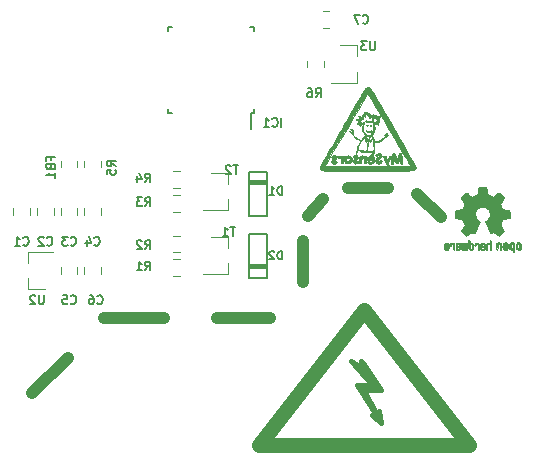
<source format=gbr>
G04 #@! TF.GenerationSoftware,KiCad,Pcbnew,5.0.2-bee76a0~70~ubuntu16.04.1*
G04 #@! TF.CreationDate,2019-02-12T18:50:20+01:00*
G04 #@! TF.ProjectId,MySensors_InCan,4d795365-6e73-46f7-9273-5f496e43616e,rev?*
G04 #@! TF.SameCoordinates,Original*
G04 #@! TF.FileFunction,Legend,Bot*
G04 #@! TF.FilePolarity,Positive*
%FSLAX46Y46*%
G04 Gerber Fmt 4.6, Leading zero omitted, Abs format (unit mm)*
G04 Created by KiCad (PCBNEW 5.0.2-bee76a0~70~ubuntu16.04.1) date wto, 12 lut 2019, 18:50:20*
%MOMM*%
%LPD*%
G01*
G04 APERTURE LIST*
%ADD10C,1.000000*%
%ADD11C,0.120000*%
%ADD12C,0.381000*%
%ADD13C,1.270000*%
%ADD14C,0.010000*%
%ADD15C,0.127000*%
%ADD16C,0.150000*%
%ADD17C,0.149860*%
G04 APERTURE END LIST*
D10*
X109000000Y-157500000D02*
X104500000Y-157500000D01*
X123500000Y-149000000D02*
X121500000Y-147000000D01*
X115600000Y-146500000D02*
X119000000Y-146500000D01*
X100000000Y-157500000D02*
X95000000Y-157500000D01*
X111800000Y-151000000D02*
X111800000Y-154500000D01*
X112200000Y-148900000D02*
X113535534Y-147464466D01*
X115600000Y-146500000D02*
X119000000Y-146500000D01*
X91900000Y-160900000D02*
X88900000Y-163900000D01*
D11*
G04 #@! TO.C,U2*
X88490000Y-155080000D02*
X89950000Y-155080000D01*
X88490000Y-151920000D02*
X90650000Y-151920000D01*
X88490000Y-151920000D02*
X88490000Y-152850000D01*
X88490000Y-155080000D02*
X88490000Y-154150000D01*
G04 #@! TO.C,C1*
X87290000Y-148238748D02*
X87290000Y-148761252D01*
X88710000Y-148238748D02*
X88710000Y-148761252D01*
G04 #@! TO.C,C2*
X89290000Y-148238748D02*
X89290000Y-148761252D01*
X90710000Y-148238748D02*
X90710000Y-148761252D01*
G04 #@! TO.C,C5*
X91290000Y-153761252D02*
X91290000Y-153238748D01*
X92710000Y-153761252D02*
X92710000Y-153238748D01*
G04 #@! TO.C,C4*
X93290000Y-148238748D02*
X93290000Y-148761252D01*
X94710000Y-148238748D02*
X94710000Y-148761252D01*
G04 #@! TO.C,R5*
X93290000Y-144761252D02*
X93290000Y-144238748D01*
X94710000Y-144761252D02*
X94710000Y-144238748D01*
G04 #@! TO.C,R6*
X112145746Y-135749829D02*
X112145746Y-136272333D01*
X113565746Y-135749829D02*
X113565746Y-136272333D01*
G04 #@! TO.C,C3*
X92710000Y-148238748D02*
X92710000Y-148761252D01*
X91290000Y-148238748D02*
X91290000Y-148761252D01*
G04 #@! TO.C,C6*
X94710000Y-153761252D02*
X94710000Y-153238748D01*
X93290000Y-153761252D02*
X93290000Y-153238748D01*
G04 #@! TO.C,U3*
X116365746Y-134431081D02*
X116365746Y-135361081D01*
X116365746Y-137591081D02*
X116365746Y-136661081D01*
X116365746Y-137591081D02*
X114205746Y-137591081D01*
X116365746Y-134431081D02*
X114905746Y-134431081D01*
G04 #@! TO.C,C7*
X113488748Y-131540000D02*
X114011252Y-131540000D01*
X113488748Y-132960000D02*
X114011252Y-132960000D01*
G04 #@! TO.C,FB1*
X92710000Y-144761252D02*
X92710000Y-144238748D01*
X91290000Y-144761252D02*
X91290000Y-144238748D01*
G04 #@! TO.C,R1*
X101361252Y-153960000D02*
X100838748Y-153960000D01*
X101361252Y-152540000D02*
X100838748Y-152540000D01*
G04 #@! TO.C,R2*
X101361252Y-150540000D02*
X100838748Y-150540000D01*
X101361252Y-151960000D02*
X100838748Y-151960000D01*
G04 #@! TO.C,R3*
X101361252Y-148510000D02*
X100838748Y-148510000D01*
X101361252Y-147090000D02*
X100838748Y-147090000D01*
G04 #@! TO.C,R4*
X101361252Y-145090000D02*
X100838748Y-145090000D01*
X101361252Y-146510000D02*
X100838748Y-146510000D01*
D12*
G04 #@! TO.C,V3*
X118143000Y-165897000D02*
X118270000Y-165389000D01*
X117000000Y-163611000D02*
X118143000Y-165897000D01*
X118397000Y-163611000D02*
X117000000Y-163611000D01*
X116873000Y-161325000D02*
X118397000Y-163611000D01*
X116619000Y-161706000D02*
X116746000Y-161198000D01*
X115857000Y-161198000D02*
X116619000Y-161706000D01*
X117635000Y-163230000D02*
X115857000Y-161198000D01*
X116365000Y-163230000D02*
X117635000Y-163230000D01*
X118143000Y-166024000D02*
X116365000Y-163230000D01*
X117635000Y-165770000D02*
X118143000Y-166024000D01*
X118397000Y-166405000D02*
X117635000Y-165770000D01*
X118270000Y-165389000D02*
X118397000Y-166405000D01*
X118016000Y-163484000D02*
X116746000Y-163484000D01*
X116619000Y-161579000D02*
X118016000Y-163484000D01*
D13*
X125890000Y-168310000D02*
X117000000Y-156880000D01*
X108110000Y-168310000D02*
X125890000Y-168310000D01*
X117000000Y-156880000D02*
X108110000Y-168310000D01*
D14*
G04 #@! TO.C,V2*
G36*
X129400256Y-151119918D02*
X129344799Y-151147568D01*
X129295852Y-151198480D01*
X129282371Y-151217338D01*
X129267686Y-151242015D01*
X129258158Y-151268816D01*
X129252707Y-151304587D01*
X129250253Y-151356169D01*
X129249714Y-151424267D01*
X129252148Y-151517588D01*
X129260606Y-151587657D01*
X129276826Y-151639931D01*
X129302546Y-151679869D01*
X129339503Y-151712929D01*
X129342218Y-151714886D01*
X129378640Y-151734908D01*
X129422498Y-151744815D01*
X129478276Y-151747257D01*
X129568952Y-151747257D01*
X129568990Y-151835283D01*
X129569834Y-151884308D01*
X129574976Y-151913065D01*
X129588413Y-151930311D01*
X129614142Y-151944808D01*
X129620321Y-151947769D01*
X129649236Y-151961648D01*
X129671624Y-151970414D01*
X129688271Y-151971171D01*
X129699964Y-151961023D01*
X129707490Y-151937073D01*
X129711634Y-151896426D01*
X129713185Y-151836186D01*
X129712929Y-151753455D01*
X129711651Y-151645339D01*
X129711252Y-151613000D01*
X129709815Y-151501524D01*
X129708528Y-151428603D01*
X129569029Y-151428603D01*
X129568245Y-151490499D01*
X129564760Y-151530997D01*
X129556876Y-151557708D01*
X129542895Y-151578244D01*
X129533403Y-151588260D01*
X129494596Y-151617567D01*
X129460237Y-151619952D01*
X129424784Y-151595750D01*
X129423886Y-151594857D01*
X129409461Y-151576153D01*
X129400687Y-151550732D01*
X129396261Y-151511584D01*
X129394882Y-151451697D01*
X129394857Y-151438430D01*
X129398188Y-151355901D01*
X129409031Y-151298691D01*
X129428660Y-151263766D01*
X129458350Y-151248094D01*
X129475509Y-151246514D01*
X129516234Y-151253926D01*
X129544168Y-151278330D01*
X129560983Y-151322980D01*
X129568350Y-151391130D01*
X129569029Y-151428603D01*
X129708528Y-151428603D01*
X129708292Y-151415245D01*
X129706323Y-151350333D01*
X129703550Y-151302958D01*
X129699612Y-151269290D01*
X129694151Y-151245498D01*
X129686808Y-151227753D01*
X129677223Y-151212224D01*
X129673113Y-151206381D01*
X129618595Y-151151185D01*
X129549664Y-151119890D01*
X129469928Y-151111165D01*
X129400256Y-151119918D01*
X129400256Y-151119918D01*
G37*
X129400256Y-151119918D02*
X129344799Y-151147568D01*
X129295852Y-151198480D01*
X129282371Y-151217338D01*
X129267686Y-151242015D01*
X129258158Y-151268816D01*
X129252707Y-151304587D01*
X129250253Y-151356169D01*
X129249714Y-151424267D01*
X129252148Y-151517588D01*
X129260606Y-151587657D01*
X129276826Y-151639931D01*
X129302546Y-151679869D01*
X129339503Y-151712929D01*
X129342218Y-151714886D01*
X129378640Y-151734908D01*
X129422498Y-151744815D01*
X129478276Y-151747257D01*
X129568952Y-151747257D01*
X129568990Y-151835283D01*
X129569834Y-151884308D01*
X129574976Y-151913065D01*
X129588413Y-151930311D01*
X129614142Y-151944808D01*
X129620321Y-151947769D01*
X129649236Y-151961648D01*
X129671624Y-151970414D01*
X129688271Y-151971171D01*
X129699964Y-151961023D01*
X129707490Y-151937073D01*
X129711634Y-151896426D01*
X129713185Y-151836186D01*
X129712929Y-151753455D01*
X129711651Y-151645339D01*
X129711252Y-151613000D01*
X129709815Y-151501524D01*
X129708528Y-151428603D01*
X129569029Y-151428603D01*
X129568245Y-151490499D01*
X129564760Y-151530997D01*
X129556876Y-151557708D01*
X129542895Y-151578244D01*
X129533403Y-151588260D01*
X129494596Y-151617567D01*
X129460237Y-151619952D01*
X129424784Y-151595750D01*
X129423886Y-151594857D01*
X129409461Y-151576153D01*
X129400687Y-151550732D01*
X129396261Y-151511584D01*
X129394882Y-151451697D01*
X129394857Y-151438430D01*
X129398188Y-151355901D01*
X129409031Y-151298691D01*
X129428660Y-151263766D01*
X129458350Y-151248094D01*
X129475509Y-151246514D01*
X129516234Y-151253926D01*
X129544168Y-151278330D01*
X129560983Y-151322980D01*
X129568350Y-151391130D01*
X129569029Y-151428603D01*
X129708528Y-151428603D01*
X129708292Y-151415245D01*
X129706323Y-151350333D01*
X129703550Y-151302958D01*
X129699612Y-151269290D01*
X129694151Y-151245498D01*
X129686808Y-151227753D01*
X129677223Y-151212224D01*
X129673113Y-151206381D01*
X129618595Y-151151185D01*
X129549664Y-151119890D01*
X129469928Y-151111165D01*
X129400256Y-151119918D01*
G36*
X128283907Y-151127780D02*
X128237328Y-151154723D01*
X128204943Y-151181466D01*
X128181258Y-151209484D01*
X128164941Y-151243748D01*
X128154661Y-151289227D01*
X128149086Y-151350892D01*
X128146884Y-151433711D01*
X128146629Y-151493246D01*
X128146629Y-151712391D01*
X128208314Y-151740044D01*
X128270000Y-151767697D01*
X128277257Y-151527670D01*
X128280256Y-151438028D01*
X128283402Y-151372962D01*
X128287299Y-151328026D01*
X128292553Y-151298770D01*
X128299769Y-151280748D01*
X128309550Y-151269511D01*
X128312688Y-151267079D01*
X128360239Y-151248083D01*
X128408303Y-151255600D01*
X128436914Y-151275543D01*
X128448553Y-151289675D01*
X128456609Y-151308220D01*
X128461729Y-151336334D01*
X128464559Y-151379173D01*
X128465744Y-151441895D01*
X128465943Y-151507261D01*
X128465982Y-151589268D01*
X128467386Y-151647316D01*
X128472086Y-151686465D01*
X128482013Y-151711780D01*
X128499097Y-151728323D01*
X128525268Y-151741156D01*
X128560225Y-151754491D01*
X128598404Y-151769007D01*
X128593859Y-151511389D01*
X128592029Y-151418519D01*
X128589888Y-151349889D01*
X128586819Y-151300711D01*
X128582206Y-151266198D01*
X128575432Y-151241562D01*
X128565881Y-151222016D01*
X128554366Y-151204770D01*
X128498810Y-151149680D01*
X128431020Y-151117822D01*
X128357287Y-151110191D01*
X128283907Y-151127780D01*
X128283907Y-151127780D01*
G37*
X128283907Y-151127780D02*
X128237328Y-151154723D01*
X128204943Y-151181466D01*
X128181258Y-151209484D01*
X128164941Y-151243748D01*
X128154661Y-151289227D01*
X128149086Y-151350892D01*
X128146884Y-151433711D01*
X128146629Y-151493246D01*
X128146629Y-151712391D01*
X128208314Y-151740044D01*
X128270000Y-151767697D01*
X128277257Y-151527670D01*
X128280256Y-151438028D01*
X128283402Y-151372962D01*
X128287299Y-151328026D01*
X128292553Y-151298770D01*
X128299769Y-151280748D01*
X128309550Y-151269511D01*
X128312688Y-151267079D01*
X128360239Y-151248083D01*
X128408303Y-151255600D01*
X128436914Y-151275543D01*
X128448553Y-151289675D01*
X128456609Y-151308220D01*
X128461729Y-151336334D01*
X128464559Y-151379173D01*
X128465744Y-151441895D01*
X128465943Y-151507261D01*
X128465982Y-151589268D01*
X128467386Y-151647316D01*
X128472086Y-151686465D01*
X128482013Y-151711780D01*
X128499097Y-151728323D01*
X128525268Y-151741156D01*
X128560225Y-151754491D01*
X128598404Y-151769007D01*
X128593859Y-151511389D01*
X128592029Y-151418519D01*
X128589888Y-151349889D01*
X128586819Y-151300711D01*
X128582206Y-151266198D01*
X128575432Y-151241562D01*
X128565881Y-151222016D01*
X128554366Y-151204770D01*
X128498810Y-151149680D01*
X128431020Y-151117822D01*
X128357287Y-151110191D01*
X128283907Y-151127780D01*
G36*
X129958885Y-151121962D02*
X129890855Y-151157733D01*
X129840649Y-151215301D01*
X129822815Y-151252312D01*
X129808937Y-151307882D01*
X129801833Y-151378096D01*
X129801160Y-151454727D01*
X129806573Y-151529552D01*
X129817730Y-151594342D01*
X129834286Y-151640873D01*
X129839374Y-151648887D01*
X129899645Y-151708707D01*
X129971231Y-151744535D01*
X130048908Y-151755020D01*
X130127452Y-151738810D01*
X130149311Y-151729092D01*
X130191878Y-151699143D01*
X130229237Y-151659433D01*
X130232768Y-151654397D01*
X130247119Y-151630124D01*
X130256606Y-151604178D01*
X130262210Y-151570022D01*
X130264914Y-151521119D01*
X130265701Y-151450935D01*
X130265714Y-151435200D01*
X130265678Y-151430192D01*
X130120571Y-151430192D01*
X130119727Y-151496430D01*
X130116404Y-151540386D01*
X130109417Y-151568779D01*
X130097584Y-151588325D01*
X130091543Y-151594857D01*
X130056814Y-151619680D01*
X130023097Y-151618548D01*
X129989005Y-151597016D01*
X129968671Y-151574029D01*
X129956629Y-151540478D01*
X129949866Y-151487569D01*
X129949402Y-151481399D01*
X129948248Y-151385513D01*
X129960312Y-151314299D01*
X129985430Y-151268194D01*
X130023440Y-151247635D01*
X130037008Y-151246514D01*
X130072636Y-151252152D01*
X130097006Y-151271686D01*
X130111907Y-151309042D01*
X130119125Y-151368150D01*
X130120571Y-151430192D01*
X130265678Y-151430192D01*
X130265174Y-151360413D01*
X130262904Y-151308159D01*
X130257932Y-151271949D01*
X130249287Y-151245299D01*
X130235995Y-151221722D01*
X130233057Y-151217338D01*
X130183687Y-151158249D01*
X130129891Y-151123947D01*
X130064398Y-151110331D01*
X130042158Y-151109665D01*
X129958885Y-151121962D01*
X129958885Y-151121962D01*
G37*
X129958885Y-151121962D02*
X129890855Y-151157733D01*
X129840649Y-151215301D01*
X129822815Y-151252312D01*
X129808937Y-151307882D01*
X129801833Y-151378096D01*
X129801160Y-151454727D01*
X129806573Y-151529552D01*
X129817730Y-151594342D01*
X129834286Y-151640873D01*
X129839374Y-151648887D01*
X129899645Y-151708707D01*
X129971231Y-151744535D01*
X130048908Y-151755020D01*
X130127452Y-151738810D01*
X130149311Y-151729092D01*
X130191878Y-151699143D01*
X130229237Y-151659433D01*
X130232768Y-151654397D01*
X130247119Y-151630124D01*
X130256606Y-151604178D01*
X130262210Y-151570022D01*
X130264914Y-151521119D01*
X130265701Y-151450935D01*
X130265714Y-151435200D01*
X130265678Y-151430192D01*
X130120571Y-151430192D01*
X130119727Y-151496430D01*
X130116404Y-151540386D01*
X130109417Y-151568779D01*
X130097584Y-151588325D01*
X130091543Y-151594857D01*
X130056814Y-151619680D01*
X130023097Y-151618548D01*
X129989005Y-151597016D01*
X129968671Y-151574029D01*
X129956629Y-151540478D01*
X129949866Y-151487569D01*
X129949402Y-151481399D01*
X129948248Y-151385513D01*
X129960312Y-151314299D01*
X129985430Y-151268194D01*
X130023440Y-151247635D01*
X130037008Y-151246514D01*
X130072636Y-151252152D01*
X130097006Y-151271686D01*
X130111907Y-151309042D01*
X130119125Y-151368150D01*
X130120571Y-151430192D01*
X130265678Y-151430192D01*
X130265174Y-151360413D01*
X130262904Y-151308159D01*
X130257932Y-151271949D01*
X130249287Y-151245299D01*
X130235995Y-151221722D01*
X130233057Y-151217338D01*
X130183687Y-151158249D01*
X130129891Y-151123947D01*
X130064398Y-151110331D01*
X130042158Y-151109665D01*
X129958885Y-151121962D01*
G36*
X128831697Y-151131239D02*
X128774473Y-151169735D01*
X128730251Y-151225335D01*
X128703833Y-151296086D01*
X128698490Y-151348162D01*
X128699097Y-151369893D01*
X128704178Y-151386531D01*
X128718145Y-151401437D01*
X128745411Y-151417973D01*
X128790388Y-151439498D01*
X128857489Y-151469374D01*
X128857829Y-151469524D01*
X128919593Y-151497813D01*
X128970241Y-151522933D01*
X129004596Y-151542179D01*
X129017482Y-151552848D01*
X129017486Y-151552934D01*
X129006128Y-151576166D01*
X128979569Y-151601774D01*
X128949077Y-151620221D01*
X128933630Y-151623886D01*
X128891485Y-151611212D01*
X128855192Y-151579471D01*
X128837483Y-151544572D01*
X128820448Y-151518845D01*
X128787078Y-151489546D01*
X128747851Y-151464235D01*
X128713244Y-151450471D01*
X128706007Y-151449714D01*
X128697861Y-151462160D01*
X128697370Y-151493972D01*
X128703357Y-151536866D01*
X128714643Y-151582558D01*
X128730050Y-151622761D01*
X128730829Y-151624322D01*
X128777196Y-151689062D01*
X128837289Y-151733097D01*
X128905535Y-151754711D01*
X128976362Y-151752185D01*
X129044196Y-151723804D01*
X129047212Y-151721808D01*
X129100573Y-151673448D01*
X129135660Y-151610352D01*
X129155078Y-151527387D01*
X129157684Y-151504078D01*
X129162299Y-151394055D01*
X129156767Y-151342748D01*
X129017486Y-151342748D01*
X129015676Y-151374753D01*
X129005778Y-151384093D01*
X128981102Y-151377105D01*
X128942205Y-151360587D01*
X128898725Y-151339881D01*
X128897644Y-151339333D01*
X128860791Y-151319949D01*
X128846000Y-151307013D01*
X128849647Y-151293451D01*
X128865005Y-151275632D01*
X128904077Y-151249845D01*
X128946154Y-151247950D01*
X128983897Y-151266717D01*
X129009966Y-151302915D01*
X129017486Y-151342748D01*
X129156767Y-151342748D01*
X129152806Y-151306027D01*
X129128450Y-151236212D01*
X129094544Y-151187302D01*
X129033347Y-151137878D01*
X128965937Y-151113359D01*
X128897120Y-151111797D01*
X128831697Y-151131239D01*
X128831697Y-151131239D01*
G37*
X128831697Y-151131239D02*
X128774473Y-151169735D01*
X128730251Y-151225335D01*
X128703833Y-151296086D01*
X128698490Y-151348162D01*
X128699097Y-151369893D01*
X128704178Y-151386531D01*
X128718145Y-151401437D01*
X128745411Y-151417973D01*
X128790388Y-151439498D01*
X128857489Y-151469374D01*
X128857829Y-151469524D01*
X128919593Y-151497813D01*
X128970241Y-151522933D01*
X129004596Y-151542179D01*
X129017482Y-151552848D01*
X129017486Y-151552934D01*
X129006128Y-151576166D01*
X128979569Y-151601774D01*
X128949077Y-151620221D01*
X128933630Y-151623886D01*
X128891485Y-151611212D01*
X128855192Y-151579471D01*
X128837483Y-151544572D01*
X128820448Y-151518845D01*
X128787078Y-151489546D01*
X128747851Y-151464235D01*
X128713244Y-151450471D01*
X128706007Y-151449714D01*
X128697861Y-151462160D01*
X128697370Y-151493972D01*
X128703357Y-151536866D01*
X128714643Y-151582558D01*
X128730050Y-151622761D01*
X128730829Y-151624322D01*
X128777196Y-151689062D01*
X128837289Y-151733097D01*
X128905535Y-151754711D01*
X128976362Y-151752185D01*
X129044196Y-151723804D01*
X129047212Y-151721808D01*
X129100573Y-151673448D01*
X129135660Y-151610352D01*
X129155078Y-151527387D01*
X129157684Y-151504078D01*
X129162299Y-151394055D01*
X129156767Y-151342748D01*
X129017486Y-151342748D01*
X129015676Y-151374753D01*
X129005778Y-151384093D01*
X128981102Y-151377105D01*
X128942205Y-151360587D01*
X128898725Y-151339881D01*
X128897644Y-151339333D01*
X128860791Y-151319949D01*
X128846000Y-151307013D01*
X128849647Y-151293451D01*
X128865005Y-151275632D01*
X128904077Y-151249845D01*
X128946154Y-151247950D01*
X128983897Y-151266717D01*
X129009966Y-151302915D01*
X129017486Y-151342748D01*
X129156767Y-151342748D01*
X129152806Y-151306027D01*
X129128450Y-151236212D01*
X129094544Y-151187302D01*
X129033347Y-151137878D01*
X128965937Y-151113359D01*
X128897120Y-151111797D01*
X128831697Y-151131239D01*
G36*
X127624114Y-151051289D02*
X127619861Y-151110613D01*
X127614975Y-151145572D01*
X127608205Y-151160820D01*
X127598298Y-151161015D01*
X127595086Y-151159195D01*
X127552356Y-151146015D01*
X127496773Y-151146785D01*
X127440263Y-151160333D01*
X127404918Y-151177861D01*
X127368679Y-151205861D01*
X127342187Y-151237549D01*
X127324001Y-151277813D01*
X127312678Y-151331543D01*
X127306778Y-151403626D01*
X127304857Y-151498951D01*
X127304823Y-151517237D01*
X127304800Y-151722646D01*
X127350509Y-151738580D01*
X127382973Y-151749420D01*
X127400785Y-151754468D01*
X127401309Y-151754514D01*
X127403063Y-151740828D01*
X127404556Y-151703076D01*
X127405674Y-151646224D01*
X127406303Y-151575234D01*
X127406400Y-151532073D01*
X127406602Y-151446973D01*
X127407642Y-151385981D01*
X127410169Y-151344177D01*
X127414836Y-151316642D01*
X127422293Y-151298456D01*
X127433189Y-151284698D01*
X127439993Y-151278073D01*
X127486728Y-151251375D01*
X127537728Y-151249375D01*
X127583999Y-151271955D01*
X127592556Y-151280107D01*
X127605107Y-151295436D01*
X127613812Y-151313618D01*
X127619369Y-151339909D01*
X127622474Y-151379562D01*
X127623824Y-151437832D01*
X127624114Y-151518173D01*
X127624114Y-151722646D01*
X127669823Y-151738580D01*
X127702287Y-151749420D01*
X127720099Y-151754468D01*
X127720623Y-151754514D01*
X127721963Y-151740623D01*
X127723172Y-151701439D01*
X127724199Y-151640700D01*
X127724998Y-151562141D01*
X127725519Y-151469498D01*
X127725714Y-151366509D01*
X127725714Y-150969342D01*
X127678543Y-150949444D01*
X127631371Y-150929547D01*
X127624114Y-151051289D01*
X127624114Y-151051289D01*
G37*
X127624114Y-151051289D02*
X127619861Y-151110613D01*
X127614975Y-151145572D01*
X127608205Y-151160820D01*
X127598298Y-151161015D01*
X127595086Y-151159195D01*
X127552356Y-151146015D01*
X127496773Y-151146785D01*
X127440263Y-151160333D01*
X127404918Y-151177861D01*
X127368679Y-151205861D01*
X127342187Y-151237549D01*
X127324001Y-151277813D01*
X127312678Y-151331543D01*
X127306778Y-151403626D01*
X127304857Y-151498951D01*
X127304823Y-151517237D01*
X127304800Y-151722646D01*
X127350509Y-151738580D01*
X127382973Y-151749420D01*
X127400785Y-151754468D01*
X127401309Y-151754514D01*
X127403063Y-151740828D01*
X127404556Y-151703076D01*
X127405674Y-151646224D01*
X127406303Y-151575234D01*
X127406400Y-151532073D01*
X127406602Y-151446973D01*
X127407642Y-151385981D01*
X127410169Y-151344177D01*
X127414836Y-151316642D01*
X127422293Y-151298456D01*
X127433189Y-151284698D01*
X127439993Y-151278073D01*
X127486728Y-151251375D01*
X127537728Y-151249375D01*
X127583999Y-151271955D01*
X127592556Y-151280107D01*
X127605107Y-151295436D01*
X127613812Y-151313618D01*
X127619369Y-151339909D01*
X127622474Y-151379562D01*
X127623824Y-151437832D01*
X127624114Y-151518173D01*
X127624114Y-151722646D01*
X127669823Y-151738580D01*
X127702287Y-151749420D01*
X127720099Y-151754468D01*
X127720623Y-151754514D01*
X127721963Y-151740623D01*
X127723172Y-151701439D01*
X127724199Y-151640700D01*
X127724998Y-151562141D01*
X127725519Y-151469498D01*
X127725714Y-151366509D01*
X127725714Y-150969342D01*
X127678543Y-150949444D01*
X127631371Y-150929547D01*
X127624114Y-151051289D01*
G36*
X126960256Y-151150968D02*
X126903384Y-151172087D01*
X126902733Y-151172493D01*
X126867560Y-151198380D01*
X126841593Y-151228633D01*
X126823330Y-151268058D01*
X126811268Y-151321462D01*
X126803904Y-151393651D01*
X126799736Y-151489432D01*
X126799371Y-151503078D01*
X126794124Y-151708842D01*
X126838284Y-151731678D01*
X126870237Y-151747110D01*
X126889530Y-151754423D01*
X126890422Y-151754514D01*
X126893761Y-151741022D01*
X126896413Y-151704626D01*
X126898044Y-151651452D01*
X126898400Y-151608393D01*
X126898408Y-151538641D01*
X126901597Y-151494837D01*
X126912712Y-151473944D01*
X126936499Y-151472925D01*
X126977704Y-151488741D01*
X127039914Y-151517815D01*
X127085659Y-151541963D01*
X127109187Y-151562913D01*
X127116104Y-151585747D01*
X127116114Y-151586877D01*
X127104701Y-151626212D01*
X127070908Y-151647462D01*
X127019191Y-151650539D01*
X126981939Y-151650006D01*
X126962297Y-151660735D01*
X126950048Y-151686505D01*
X126942998Y-151719337D01*
X126953158Y-151737966D01*
X126956983Y-151740632D01*
X126992999Y-151751340D01*
X127043434Y-151752856D01*
X127095374Y-151745759D01*
X127132178Y-151732788D01*
X127183062Y-151689585D01*
X127211986Y-151629446D01*
X127217714Y-151582462D01*
X127213343Y-151540082D01*
X127197525Y-151505488D01*
X127166203Y-151474763D01*
X127115322Y-151443990D01*
X127040824Y-151409252D01*
X127036286Y-151407288D01*
X126969179Y-151376287D01*
X126927768Y-151350862D01*
X126910019Y-151328014D01*
X126913893Y-151304745D01*
X126937357Y-151278056D01*
X126944373Y-151271914D01*
X126991370Y-151248100D01*
X127040067Y-151249103D01*
X127082478Y-151272451D01*
X127110616Y-151315675D01*
X127113231Y-151324160D01*
X127138692Y-151365308D01*
X127170999Y-151385128D01*
X127217714Y-151404770D01*
X127217714Y-151353950D01*
X127203504Y-151280082D01*
X127161325Y-151212327D01*
X127139376Y-151189661D01*
X127089483Y-151160569D01*
X127026033Y-151147400D01*
X126960256Y-151150968D01*
X126960256Y-151150968D01*
G37*
X126960256Y-151150968D02*
X126903384Y-151172087D01*
X126902733Y-151172493D01*
X126867560Y-151198380D01*
X126841593Y-151228633D01*
X126823330Y-151268058D01*
X126811268Y-151321462D01*
X126803904Y-151393651D01*
X126799736Y-151489432D01*
X126799371Y-151503078D01*
X126794124Y-151708842D01*
X126838284Y-151731678D01*
X126870237Y-151747110D01*
X126889530Y-151754423D01*
X126890422Y-151754514D01*
X126893761Y-151741022D01*
X126896413Y-151704626D01*
X126898044Y-151651452D01*
X126898400Y-151608393D01*
X126898408Y-151538641D01*
X126901597Y-151494837D01*
X126912712Y-151473944D01*
X126936499Y-151472925D01*
X126977704Y-151488741D01*
X127039914Y-151517815D01*
X127085659Y-151541963D01*
X127109187Y-151562913D01*
X127116104Y-151585747D01*
X127116114Y-151586877D01*
X127104701Y-151626212D01*
X127070908Y-151647462D01*
X127019191Y-151650539D01*
X126981939Y-151650006D01*
X126962297Y-151660735D01*
X126950048Y-151686505D01*
X126942998Y-151719337D01*
X126953158Y-151737966D01*
X126956983Y-151740632D01*
X126992999Y-151751340D01*
X127043434Y-151752856D01*
X127095374Y-151745759D01*
X127132178Y-151732788D01*
X127183062Y-151689585D01*
X127211986Y-151629446D01*
X127217714Y-151582462D01*
X127213343Y-151540082D01*
X127197525Y-151505488D01*
X127166203Y-151474763D01*
X127115322Y-151443990D01*
X127040824Y-151409252D01*
X127036286Y-151407288D01*
X126969179Y-151376287D01*
X126927768Y-151350862D01*
X126910019Y-151328014D01*
X126913893Y-151304745D01*
X126937357Y-151278056D01*
X126944373Y-151271914D01*
X126991370Y-151248100D01*
X127040067Y-151249103D01*
X127082478Y-151272451D01*
X127110616Y-151315675D01*
X127113231Y-151324160D01*
X127138692Y-151365308D01*
X127170999Y-151385128D01*
X127217714Y-151404770D01*
X127217714Y-151353950D01*
X127203504Y-151280082D01*
X127161325Y-151212327D01*
X127139376Y-151189661D01*
X127089483Y-151160569D01*
X127026033Y-151147400D01*
X126960256Y-151150968D01*
G36*
X126470074Y-151149755D02*
X126404142Y-151174084D01*
X126350727Y-151217117D01*
X126329836Y-151247409D01*
X126307061Y-151302994D01*
X126307534Y-151343186D01*
X126331438Y-151370217D01*
X126340283Y-151374813D01*
X126378470Y-151389144D01*
X126397972Y-151385472D01*
X126404578Y-151361407D01*
X126404914Y-151348114D01*
X126417008Y-151299210D01*
X126448529Y-151264999D01*
X126492341Y-151248476D01*
X126541305Y-151252634D01*
X126581106Y-151274227D01*
X126594550Y-151286544D01*
X126604079Y-151301487D01*
X126610515Y-151324075D01*
X126614683Y-151359328D01*
X126617403Y-151412266D01*
X126619498Y-151487907D01*
X126620040Y-151511857D01*
X126622019Y-151593790D01*
X126624269Y-151651455D01*
X126627643Y-151689608D01*
X126632994Y-151713004D01*
X126641176Y-151726398D01*
X126653041Y-151734545D01*
X126660638Y-151738144D01*
X126692898Y-151750452D01*
X126711889Y-151754514D01*
X126718164Y-151740948D01*
X126721994Y-151699934D01*
X126723400Y-151630999D01*
X126722402Y-151533669D01*
X126722092Y-151518657D01*
X126719899Y-151429859D01*
X126717307Y-151365019D01*
X126713618Y-151319067D01*
X126708136Y-151286935D01*
X126700165Y-151263553D01*
X126689007Y-151243852D01*
X126683170Y-151235410D01*
X126649704Y-151198057D01*
X126612273Y-151169003D01*
X126607691Y-151166467D01*
X126540574Y-151146443D01*
X126470074Y-151149755D01*
X126470074Y-151149755D01*
G37*
X126470074Y-151149755D02*
X126404142Y-151174084D01*
X126350727Y-151217117D01*
X126329836Y-151247409D01*
X126307061Y-151302994D01*
X126307534Y-151343186D01*
X126331438Y-151370217D01*
X126340283Y-151374813D01*
X126378470Y-151389144D01*
X126397972Y-151385472D01*
X126404578Y-151361407D01*
X126404914Y-151348114D01*
X126417008Y-151299210D01*
X126448529Y-151264999D01*
X126492341Y-151248476D01*
X126541305Y-151252634D01*
X126581106Y-151274227D01*
X126594550Y-151286544D01*
X126604079Y-151301487D01*
X126610515Y-151324075D01*
X126614683Y-151359328D01*
X126617403Y-151412266D01*
X126619498Y-151487907D01*
X126620040Y-151511857D01*
X126622019Y-151593790D01*
X126624269Y-151651455D01*
X126627643Y-151689608D01*
X126632994Y-151713004D01*
X126641176Y-151726398D01*
X126653041Y-151734545D01*
X126660638Y-151738144D01*
X126692898Y-151750452D01*
X126711889Y-151754514D01*
X126718164Y-151740948D01*
X126721994Y-151699934D01*
X126723400Y-151630999D01*
X126722402Y-151533669D01*
X126722092Y-151518657D01*
X126719899Y-151429859D01*
X126717307Y-151365019D01*
X126713618Y-151319067D01*
X126708136Y-151286935D01*
X126700165Y-151263553D01*
X126689007Y-151243852D01*
X126683170Y-151235410D01*
X126649704Y-151198057D01*
X126612273Y-151169003D01*
X126607691Y-151166467D01*
X126540574Y-151146443D01*
X126470074Y-151149755D01*
G36*
X125809883Y-151265358D02*
X125810067Y-151373837D01*
X125810781Y-151457287D01*
X125812325Y-151519704D01*
X125814999Y-151565085D01*
X125819106Y-151597429D01*
X125824945Y-151620733D01*
X125832818Y-151638995D01*
X125838779Y-151649418D01*
X125888145Y-151705945D01*
X125950736Y-151741377D01*
X126019987Y-151754090D01*
X126089332Y-151742463D01*
X126130625Y-151721568D01*
X126173975Y-151685422D01*
X126203519Y-151641276D01*
X126221345Y-151583462D01*
X126229537Y-151506313D01*
X126230698Y-151449714D01*
X126230542Y-151445647D01*
X126129143Y-151445647D01*
X126128524Y-151510550D01*
X126125686Y-151553514D01*
X126119160Y-151581622D01*
X126107477Y-151601953D01*
X126093517Y-151617288D01*
X126046635Y-151646890D01*
X125996299Y-151649419D01*
X125948724Y-151624705D01*
X125945021Y-151621356D01*
X125929217Y-151603935D01*
X125919307Y-151583209D01*
X125913942Y-151552362D01*
X125911772Y-151504577D01*
X125911429Y-151451748D01*
X125912173Y-151385381D01*
X125915252Y-151341106D01*
X125921939Y-151312009D01*
X125933504Y-151291173D01*
X125942987Y-151280107D01*
X125987040Y-151252198D01*
X126037776Y-151248843D01*
X126086204Y-151270159D01*
X126095550Y-151278073D01*
X126111460Y-151295647D01*
X126121390Y-151316587D01*
X126126722Y-151347782D01*
X126128837Y-151396122D01*
X126129143Y-151445647D01*
X126230542Y-151445647D01*
X126227190Y-151358568D01*
X126215274Y-151290086D01*
X126192865Y-151238600D01*
X126157876Y-151198443D01*
X126130625Y-151177861D01*
X126081093Y-151155625D01*
X126023684Y-151145304D01*
X125970318Y-151148067D01*
X125940457Y-151159212D01*
X125928739Y-151162383D01*
X125920963Y-151150557D01*
X125915535Y-151118866D01*
X125911429Y-151070593D01*
X125906933Y-151016829D01*
X125900687Y-150984482D01*
X125889324Y-150965985D01*
X125869472Y-150953770D01*
X125857000Y-150948362D01*
X125809829Y-150928601D01*
X125809883Y-151265358D01*
X125809883Y-151265358D01*
G37*
X125809883Y-151265358D02*
X125810067Y-151373837D01*
X125810781Y-151457287D01*
X125812325Y-151519704D01*
X125814999Y-151565085D01*
X125819106Y-151597429D01*
X125824945Y-151620733D01*
X125832818Y-151638995D01*
X125838779Y-151649418D01*
X125888145Y-151705945D01*
X125950736Y-151741377D01*
X126019987Y-151754090D01*
X126089332Y-151742463D01*
X126130625Y-151721568D01*
X126173975Y-151685422D01*
X126203519Y-151641276D01*
X126221345Y-151583462D01*
X126229537Y-151506313D01*
X126230698Y-151449714D01*
X126230542Y-151445647D01*
X126129143Y-151445647D01*
X126128524Y-151510550D01*
X126125686Y-151553514D01*
X126119160Y-151581622D01*
X126107477Y-151601953D01*
X126093517Y-151617288D01*
X126046635Y-151646890D01*
X125996299Y-151649419D01*
X125948724Y-151624705D01*
X125945021Y-151621356D01*
X125929217Y-151603935D01*
X125919307Y-151583209D01*
X125913942Y-151552362D01*
X125911772Y-151504577D01*
X125911429Y-151451748D01*
X125912173Y-151385381D01*
X125915252Y-151341106D01*
X125921939Y-151312009D01*
X125933504Y-151291173D01*
X125942987Y-151280107D01*
X125987040Y-151252198D01*
X126037776Y-151248843D01*
X126086204Y-151270159D01*
X126095550Y-151278073D01*
X126111460Y-151295647D01*
X126121390Y-151316587D01*
X126126722Y-151347782D01*
X126128837Y-151396122D01*
X126129143Y-151445647D01*
X126230542Y-151445647D01*
X126227190Y-151358568D01*
X126215274Y-151290086D01*
X126192865Y-151238600D01*
X126157876Y-151198443D01*
X126130625Y-151177861D01*
X126081093Y-151155625D01*
X126023684Y-151145304D01*
X125970318Y-151148067D01*
X125940457Y-151159212D01*
X125928739Y-151162383D01*
X125920963Y-151150557D01*
X125915535Y-151118866D01*
X125911429Y-151070593D01*
X125906933Y-151016829D01*
X125900687Y-150984482D01*
X125889324Y-150965985D01*
X125869472Y-150953770D01*
X125857000Y-150948362D01*
X125809829Y-150928601D01*
X125809883Y-151265358D01*
G36*
X125220167Y-151158663D02*
X125217952Y-151196850D01*
X125216216Y-151254886D01*
X125215101Y-151328180D01*
X125214743Y-151405055D01*
X125214743Y-151665196D01*
X125260674Y-151711127D01*
X125292325Y-151739429D01*
X125320110Y-151750893D01*
X125358085Y-151750168D01*
X125373160Y-151748321D01*
X125420274Y-151742948D01*
X125459244Y-151739869D01*
X125468743Y-151739585D01*
X125500767Y-151741445D01*
X125546568Y-151746114D01*
X125564326Y-151748321D01*
X125607943Y-151751735D01*
X125637255Y-151744320D01*
X125666320Y-151721427D01*
X125676812Y-151711127D01*
X125722743Y-151665196D01*
X125722743Y-151178602D01*
X125685774Y-151161758D01*
X125653941Y-151149282D01*
X125635317Y-151144914D01*
X125630542Y-151158718D01*
X125626079Y-151197286D01*
X125622225Y-151256356D01*
X125619278Y-151331663D01*
X125617857Y-151395286D01*
X125613886Y-151645657D01*
X125579241Y-151650556D01*
X125547732Y-151647131D01*
X125532292Y-151636041D01*
X125527977Y-151615308D01*
X125524292Y-151571145D01*
X125521531Y-151509146D01*
X125519988Y-151434909D01*
X125519765Y-151396706D01*
X125519543Y-151176783D01*
X125473834Y-151160849D01*
X125441482Y-151150015D01*
X125423885Y-151144962D01*
X125423377Y-151144914D01*
X125421612Y-151158648D01*
X125419671Y-151196730D01*
X125417718Y-151254482D01*
X125415916Y-151327227D01*
X125414657Y-151395286D01*
X125410686Y-151645657D01*
X125323600Y-151645657D01*
X125319604Y-151417240D01*
X125315608Y-151188822D01*
X125273153Y-151166868D01*
X125241808Y-151151793D01*
X125223256Y-151144951D01*
X125222721Y-151144914D01*
X125220167Y-151158663D01*
X125220167Y-151158663D01*
G37*
X125220167Y-151158663D02*
X125217952Y-151196850D01*
X125216216Y-151254886D01*
X125215101Y-151328180D01*
X125214743Y-151405055D01*
X125214743Y-151665196D01*
X125260674Y-151711127D01*
X125292325Y-151739429D01*
X125320110Y-151750893D01*
X125358085Y-151750168D01*
X125373160Y-151748321D01*
X125420274Y-151742948D01*
X125459244Y-151739869D01*
X125468743Y-151739585D01*
X125500767Y-151741445D01*
X125546568Y-151746114D01*
X125564326Y-151748321D01*
X125607943Y-151751735D01*
X125637255Y-151744320D01*
X125666320Y-151721427D01*
X125676812Y-151711127D01*
X125722743Y-151665196D01*
X125722743Y-151178602D01*
X125685774Y-151161758D01*
X125653941Y-151149282D01*
X125635317Y-151144914D01*
X125630542Y-151158718D01*
X125626079Y-151197286D01*
X125622225Y-151256356D01*
X125619278Y-151331663D01*
X125617857Y-151395286D01*
X125613886Y-151645657D01*
X125579241Y-151650556D01*
X125547732Y-151647131D01*
X125532292Y-151636041D01*
X125527977Y-151615308D01*
X125524292Y-151571145D01*
X125521531Y-151509146D01*
X125519988Y-151434909D01*
X125519765Y-151396706D01*
X125519543Y-151176783D01*
X125473834Y-151160849D01*
X125441482Y-151150015D01*
X125423885Y-151144962D01*
X125423377Y-151144914D01*
X125421612Y-151158648D01*
X125419671Y-151196730D01*
X125417718Y-151254482D01*
X125415916Y-151327227D01*
X125414657Y-151395286D01*
X125410686Y-151645657D01*
X125323600Y-151645657D01*
X125319604Y-151417240D01*
X125315608Y-151188822D01*
X125273153Y-151166868D01*
X125241808Y-151151793D01*
X125223256Y-151144951D01*
X125222721Y-151144914D01*
X125220167Y-151158663D01*
G36*
X124855124Y-151156335D02*
X124813333Y-151175344D01*
X124780531Y-151198378D01*
X124756497Y-151224133D01*
X124739903Y-151257358D01*
X124729423Y-151302800D01*
X124723729Y-151365207D01*
X124721493Y-151449327D01*
X124721257Y-151504721D01*
X124721257Y-151720826D01*
X124758226Y-151737670D01*
X124787344Y-151749981D01*
X124801769Y-151754514D01*
X124804528Y-151741025D01*
X124806718Y-151704653D01*
X124808058Y-151651542D01*
X124808343Y-151609372D01*
X124809566Y-151548447D01*
X124812864Y-151500115D01*
X124817679Y-151470518D01*
X124821504Y-151464229D01*
X124847217Y-151470652D01*
X124887582Y-151487125D01*
X124934321Y-151509458D01*
X124979155Y-151533457D01*
X125013807Y-151554930D01*
X125029998Y-151569685D01*
X125030062Y-151569845D01*
X125028670Y-151597152D01*
X125016182Y-151623219D01*
X124994257Y-151644392D01*
X124962257Y-151651474D01*
X124934908Y-151650649D01*
X124896174Y-151650042D01*
X124875842Y-151659116D01*
X124863631Y-151683092D01*
X124862091Y-151687613D01*
X124856797Y-151721806D01*
X124870953Y-151742568D01*
X124907852Y-151752462D01*
X124947711Y-151754292D01*
X125019438Y-151740727D01*
X125056568Y-151721355D01*
X125102424Y-151675845D01*
X125126744Y-151619983D01*
X125128927Y-151560957D01*
X125108371Y-151505953D01*
X125077451Y-151471486D01*
X125046580Y-151452189D01*
X124998058Y-151427759D01*
X124941515Y-151402985D01*
X124932090Y-151399199D01*
X124869981Y-151371791D01*
X124834178Y-151347634D01*
X124822663Y-151323619D01*
X124833420Y-151296635D01*
X124851886Y-151275543D01*
X124895531Y-151249572D01*
X124943554Y-151247624D01*
X124987594Y-151267637D01*
X125019291Y-151307551D01*
X125023451Y-151317848D01*
X125047673Y-151355724D01*
X125083035Y-151383842D01*
X125127657Y-151406917D01*
X125127657Y-151341485D01*
X125125031Y-151301506D01*
X125113770Y-151269997D01*
X125088801Y-151236378D01*
X125064831Y-151210484D01*
X125027559Y-151173817D01*
X124998599Y-151154121D01*
X124967495Y-151146220D01*
X124932287Y-151144914D01*
X124855124Y-151156335D01*
X124855124Y-151156335D01*
G37*
X124855124Y-151156335D02*
X124813333Y-151175344D01*
X124780531Y-151198378D01*
X124756497Y-151224133D01*
X124739903Y-151257358D01*
X124729423Y-151302800D01*
X124723729Y-151365207D01*
X124721493Y-151449327D01*
X124721257Y-151504721D01*
X124721257Y-151720826D01*
X124758226Y-151737670D01*
X124787344Y-151749981D01*
X124801769Y-151754514D01*
X124804528Y-151741025D01*
X124806718Y-151704653D01*
X124808058Y-151651542D01*
X124808343Y-151609372D01*
X124809566Y-151548447D01*
X124812864Y-151500115D01*
X124817679Y-151470518D01*
X124821504Y-151464229D01*
X124847217Y-151470652D01*
X124887582Y-151487125D01*
X124934321Y-151509458D01*
X124979155Y-151533457D01*
X125013807Y-151554930D01*
X125029998Y-151569685D01*
X125030062Y-151569845D01*
X125028670Y-151597152D01*
X125016182Y-151623219D01*
X124994257Y-151644392D01*
X124962257Y-151651474D01*
X124934908Y-151650649D01*
X124896174Y-151650042D01*
X124875842Y-151659116D01*
X124863631Y-151683092D01*
X124862091Y-151687613D01*
X124856797Y-151721806D01*
X124870953Y-151742568D01*
X124907852Y-151752462D01*
X124947711Y-151754292D01*
X125019438Y-151740727D01*
X125056568Y-151721355D01*
X125102424Y-151675845D01*
X125126744Y-151619983D01*
X125128927Y-151560957D01*
X125108371Y-151505953D01*
X125077451Y-151471486D01*
X125046580Y-151452189D01*
X124998058Y-151427759D01*
X124941515Y-151402985D01*
X124932090Y-151399199D01*
X124869981Y-151371791D01*
X124834178Y-151347634D01*
X124822663Y-151323619D01*
X124833420Y-151296635D01*
X124851886Y-151275543D01*
X124895531Y-151249572D01*
X124943554Y-151247624D01*
X124987594Y-151267637D01*
X125019291Y-151307551D01*
X125023451Y-151317848D01*
X125047673Y-151355724D01*
X125083035Y-151383842D01*
X125127657Y-151406917D01*
X125127657Y-151341485D01*
X125125031Y-151301506D01*
X125113770Y-151269997D01*
X125088801Y-151236378D01*
X125064831Y-151210484D01*
X125027559Y-151173817D01*
X124998599Y-151154121D01*
X124967495Y-151146220D01*
X124932287Y-151144914D01*
X124855124Y-151156335D01*
G36*
X124347400Y-151158752D02*
X124330052Y-151166334D01*
X124288644Y-151199128D01*
X124253235Y-151246547D01*
X124231336Y-151297151D01*
X124227771Y-151322098D01*
X124239721Y-151356927D01*
X124265933Y-151375357D01*
X124294036Y-151386516D01*
X124306905Y-151388572D01*
X124313171Y-151373649D01*
X124325544Y-151341175D01*
X124330972Y-151326502D01*
X124361410Y-151275744D01*
X124405480Y-151250427D01*
X124461990Y-151251206D01*
X124466175Y-151252203D01*
X124496345Y-151266507D01*
X124518524Y-151294393D01*
X124533673Y-151339287D01*
X124542750Y-151404615D01*
X124546714Y-151493804D01*
X124547086Y-151541261D01*
X124547270Y-151616071D01*
X124548478Y-151667069D01*
X124551691Y-151699471D01*
X124557891Y-151718495D01*
X124568060Y-151729356D01*
X124583181Y-151737272D01*
X124584054Y-151737670D01*
X124613172Y-151749981D01*
X124627597Y-151754514D01*
X124629814Y-151740809D01*
X124631711Y-151702925D01*
X124633153Y-151645715D01*
X124634002Y-151574027D01*
X124634171Y-151521565D01*
X124633308Y-151420047D01*
X124629930Y-151343032D01*
X124622858Y-151286023D01*
X124610912Y-151244526D01*
X124592910Y-151214043D01*
X124567673Y-151190080D01*
X124542753Y-151173355D01*
X124482829Y-151151097D01*
X124413089Y-151146076D01*
X124347400Y-151158752D01*
X124347400Y-151158752D01*
G37*
X124347400Y-151158752D02*
X124330052Y-151166334D01*
X124288644Y-151199128D01*
X124253235Y-151246547D01*
X124231336Y-151297151D01*
X124227771Y-151322098D01*
X124239721Y-151356927D01*
X124265933Y-151375357D01*
X124294036Y-151386516D01*
X124306905Y-151388572D01*
X124313171Y-151373649D01*
X124325544Y-151341175D01*
X124330972Y-151326502D01*
X124361410Y-151275744D01*
X124405480Y-151250427D01*
X124461990Y-151251206D01*
X124466175Y-151252203D01*
X124496345Y-151266507D01*
X124518524Y-151294393D01*
X124533673Y-151339287D01*
X124542750Y-151404615D01*
X124546714Y-151493804D01*
X124547086Y-151541261D01*
X124547270Y-151616071D01*
X124548478Y-151667069D01*
X124551691Y-151699471D01*
X124557891Y-151718495D01*
X124568060Y-151729356D01*
X124583181Y-151737272D01*
X124584054Y-151737670D01*
X124613172Y-151749981D01*
X124627597Y-151754514D01*
X124629814Y-151740809D01*
X124631711Y-151702925D01*
X124633153Y-151645715D01*
X124634002Y-151574027D01*
X124634171Y-151521565D01*
X124633308Y-151420047D01*
X124629930Y-151343032D01*
X124622858Y-151286023D01*
X124610912Y-151244526D01*
X124592910Y-151214043D01*
X124567673Y-151190080D01*
X124542753Y-151173355D01*
X124482829Y-151151097D01*
X124413089Y-151146076D01*
X124347400Y-151158752D01*
G36*
X123846405Y-151166966D02*
X123788979Y-151204497D01*
X123761281Y-151238096D01*
X123739338Y-151299064D01*
X123737595Y-151347308D01*
X123741543Y-151411816D01*
X123890314Y-151476934D01*
X123962651Y-151510202D01*
X124009916Y-151536964D01*
X124034493Y-151560144D01*
X124038763Y-151582667D01*
X124025111Y-151607455D01*
X124010057Y-151623886D01*
X123966254Y-151650235D01*
X123918611Y-151652081D01*
X123874855Y-151631546D01*
X123842711Y-151590752D01*
X123836962Y-151576347D01*
X123809424Y-151531356D01*
X123777742Y-151512182D01*
X123734286Y-151495779D01*
X123734286Y-151557966D01*
X123738128Y-151600283D01*
X123753177Y-151635969D01*
X123784720Y-151676943D01*
X123789408Y-151682267D01*
X123824494Y-151718720D01*
X123854653Y-151738283D01*
X123892385Y-151747283D01*
X123923665Y-151750230D01*
X123979615Y-151750965D01*
X124019445Y-151741660D01*
X124044292Y-151727846D01*
X124083344Y-151697467D01*
X124110375Y-151664613D01*
X124127483Y-151623294D01*
X124136762Y-151567521D01*
X124140307Y-151491305D01*
X124140590Y-151452622D01*
X124139628Y-151406247D01*
X124051993Y-151406247D01*
X124050977Y-151431126D01*
X124048444Y-151435200D01*
X124031726Y-151429665D01*
X123995751Y-151415017D01*
X123947669Y-151394190D01*
X123937614Y-151389714D01*
X123876848Y-151358814D01*
X123843368Y-151331657D01*
X123836010Y-151306220D01*
X123853609Y-151280481D01*
X123868144Y-151269109D01*
X123920590Y-151246364D01*
X123969678Y-151250122D01*
X124010773Y-151277884D01*
X124039242Y-151327152D01*
X124048369Y-151366257D01*
X124051993Y-151406247D01*
X124139628Y-151406247D01*
X124138715Y-151362249D01*
X124131804Y-151295384D01*
X124118116Y-151246695D01*
X124095904Y-151210849D01*
X124063426Y-151182513D01*
X124049267Y-151173355D01*
X123984947Y-151149507D01*
X123914527Y-151148006D01*
X123846405Y-151166966D01*
X123846405Y-151166966D01*
G37*
X123846405Y-151166966D02*
X123788979Y-151204497D01*
X123761281Y-151238096D01*
X123739338Y-151299064D01*
X123737595Y-151347308D01*
X123741543Y-151411816D01*
X123890314Y-151476934D01*
X123962651Y-151510202D01*
X124009916Y-151536964D01*
X124034493Y-151560144D01*
X124038763Y-151582667D01*
X124025111Y-151607455D01*
X124010057Y-151623886D01*
X123966254Y-151650235D01*
X123918611Y-151652081D01*
X123874855Y-151631546D01*
X123842711Y-151590752D01*
X123836962Y-151576347D01*
X123809424Y-151531356D01*
X123777742Y-151512182D01*
X123734286Y-151495779D01*
X123734286Y-151557966D01*
X123738128Y-151600283D01*
X123753177Y-151635969D01*
X123784720Y-151676943D01*
X123789408Y-151682267D01*
X123824494Y-151718720D01*
X123854653Y-151738283D01*
X123892385Y-151747283D01*
X123923665Y-151750230D01*
X123979615Y-151750965D01*
X124019445Y-151741660D01*
X124044292Y-151727846D01*
X124083344Y-151697467D01*
X124110375Y-151664613D01*
X124127483Y-151623294D01*
X124136762Y-151567521D01*
X124140307Y-151491305D01*
X124140590Y-151452622D01*
X124139628Y-151406247D01*
X124051993Y-151406247D01*
X124050977Y-151431126D01*
X124048444Y-151435200D01*
X124031726Y-151429665D01*
X123995751Y-151415017D01*
X123947669Y-151394190D01*
X123937614Y-151389714D01*
X123876848Y-151358814D01*
X123843368Y-151331657D01*
X123836010Y-151306220D01*
X123853609Y-151280481D01*
X123868144Y-151269109D01*
X123920590Y-151246364D01*
X123969678Y-151250122D01*
X124010773Y-151277884D01*
X124039242Y-151327152D01*
X124048369Y-151366257D01*
X124051993Y-151406247D01*
X124139628Y-151406247D01*
X124138715Y-151362249D01*
X124131804Y-151295384D01*
X124118116Y-151246695D01*
X124095904Y-151210849D01*
X124063426Y-151182513D01*
X124049267Y-151173355D01*
X123984947Y-151149507D01*
X123914527Y-151148006D01*
X123846405Y-151166966D01*
G36*
X126896090Y-146442348D02*
X126817546Y-146442778D01*
X126760702Y-146443942D01*
X126721895Y-146446207D01*
X126697462Y-146449940D01*
X126683738Y-146455506D01*
X126677060Y-146463273D01*
X126673764Y-146473605D01*
X126673444Y-146474943D01*
X126668438Y-146499079D01*
X126659171Y-146546701D01*
X126646608Y-146612741D01*
X126631713Y-146692128D01*
X126615449Y-146779796D01*
X126614881Y-146782875D01*
X126598590Y-146868789D01*
X126583348Y-146944696D01*
X126570139Y-147006045D01*
X126559946Y-147048282D01*
X126553752Y-147066855D01*
X126553457Y-147067184D01*
X126535212Y-147076253D01*
X126497595Y-147091367D01*
X126448729Y-147109262D01*
X126448457Y-147109358D01*
X126386907Y-147132493D01*
X126314343Y-147161965D01*
X126245943Y-147191597D01*
X126242706Y-147193062D01*
X126131298Y-147243626D01*
X125884601Y-147075160D01*
X125808923Y-147023803D01*
X125740369Y-146977889D01*
X125682912Y-146940030D01*
X125640524Y-146912837D01*
X125617175Y-146898921D01*
X125614958Y-146897889D01*
X125597990Y-146902484D01*
X125566299Y-146924655D01*
X125518648Y-146965447D01*
X125453802Y-147025905D01*
X125387603Y-147090227D01*
X125323786Y-147153612D01*
X125266671Y-147211451D01*
X125219695Y-147260175D01*
X125186297Y-147296210D01*
X125169915Y-147315984D01*
X125169306Y-147317002D01*
X125167495Y-147330572D01*
X125174317Y-147352733D01*
X125191460Y-147386478D01*
X125220607Y-147434800D01*
X125263445Y-147500692D01*
X125320552Y-147585517D01*
X125371234Y-147660177D01*
X125416539Y-147727140D01*
X125453850Y-147782516D01*
X125480548Y-147822420D01*
X125494015Y-147842962D01*
X125494863Y-147844356D01*
X125493219Y-147864038D01*
X125480755Y-147902293D01*
X125459952Y-147951889D01*
X125452538Y-147967728D01*
X125420186Y-148038290D01*
X125385672Y-148118353D01*
X125357635Y-148187629D01*
X125337432Y-148239045D01*
X125321385Y-148278119D01*
X125312112Y-148298541D01*
X125310959Y-148300114D01*
X125293904Y-148302721D01*
X125253702Y-148309863D01*
X125195698Y-148320523D01*
X125125237Y-148333685D01*
X125047665Y-148348333D01*
X124968328Y-148363449D01*
X124892569Y-148378018D01*
X124825736Y-148391022D01*
X124773172Y-148401445D01*
X124740224Y-148408270D01*
X124732143Y-148410199D01*
X124723795Y-148414962D01*
X124717494Y-148425718D01*
X124712955Y-148446098D01*
X124709896Y-148479734D01*
X124708033Y-148530255D01*
X124707082Y-148601292D01*
X124706760Y-148696476D01*
X124706743Y-148735492D01*
X124706743Y-149052799D01*
X124782943Y-149067839D01*
X124825337Y-149075995D01*
X124888600Y-149087899D01*
X124965038Y-149102116D01*
X125046957Y-149117210D01*
X125069600Y-149121355D01*
X125145194Y-149136053D01*
X125211047Y-149150505D01*
X125261634Y-149163375D01*
X125291426Y-149173322D01*
X125296388Y-149176287D01*
X125308574Y-149197283D01*
X125326047Y-149237967D01*
X125345423Y-149290322D01*
X125349266Y-149301600D01*
X125374661Y-149371523D01*
X125406183Y-149450418D01*
X125437031Y-149521266D01*
X125437183Y-149521595D01*
X125488553Y-149632733D01*
X125319601Y-149881253D01*
X125150648Y-150129772D01*
X125367571Y-150347058D01*
X125433181Y-150411726D01*
X125493021Y-150468733D01*
X125543733Y-150515033D01*
X125581954Y-150547584D01*
X125604325Y-150563343D01*
X125607534Y-150564343D01*
X125626374Y-150556469D01*
X125664820Y-150534578D01*
X125718670Y-150501267D01*
X125783724Y-150459131D01*
X125854060Y-150411943D01*
X125925445Y-150363810D01*
X125989092Y-150321928D01*
X126040959Y-150288871D01*
X126077005Y-150267218D01*
X126093133Y-150259543D01*
X126112811Y-150266037D01*
X126150125Y-150283150D01*
X126197379Y-150307326D01*
X126202388Y-150310013D01*
X126266023Y-150341927D01*
X126309659Y-150357579D01*
X126336798Y-150357745D01*
X126350943Y-150343204D01*
X126351025Y-150343000D01*
X126358095Y-150325779D01*
X126374958Y-150284899D01*
X126400305Y-150223525D01*
X126432829Y-150144819D01*
X126471222Y-150051947D01*
X126514178Y-149948072D01*
X126555778Y-149847502D01*
X126601496Y-149736516D01*
X126643474Y-149633703D01*
X126680452Y-149542215D01*
X126711173Y-149465201D01*
X126734378Y-149405815D01*
X126748810Y-149367209D01*
X126753257Y-149352800D01*
X126742104Y-149336272D01*
X126712931Y-149309930D01*
X126674029Y-149280887D01*
X126563243Y-149189039D01*
X126476649Y-149083759D01*
X126415284Y-148967266D01*
X126380185Y-148841776D01*
X126372392Y-148709507D01*
X126378057Y-148648457D01*
X126408922Y-148521795D01*
X126462080Y-148409941D01*
X126534233Y-148314001D01*
X126622083Y-148235076D01*
X126722335Y-148174270D01*
X126831690Y-148132687D01*
X126946853Y-148111428D01*
X127064525Y-148111599D01*
X127181410Y-148134301D01*
X127294211Y-148180638D01*
X127399631Y-148251713D01*
X127443632Y-148291911D01*
X127528021Y-148395129D01*
X127586778Y-148507925D01*
X127620296Y-148627010D01*
X127628965Y-148749095D01*
X127613177Y-148870893D01*
X127573322Y-148989116D01*
X127509793Y-149100475D01*
X127422979Y-149201684D01*
X127325971Y-149280887D01*
X127285563Y-149311162D01*
X127257018Y-149337219D01*
X127246743Y-149352825D01*
X127252123Y-149369843D01*
X127267425Y-149410500D01*
X127291388Y-149471642D01*
X127322756Y-149550119D01*
X127360268Y-149642780D01*
X127402667Y-149746472D01*
X127444337Y-149847526D01*
X127490310Y-149958607D01*
X127532893Y-150061541D01*
X127570779Y-150153165D01*
X127602660Y-150230316D01*
X127627229Y-150289831D01*
X127643180Y-150328544D01*
X127649090Y-150343000D01*
X127663052Y-150357685D01*
X127690060Y-150357642D01*
X127733587Y-150342099D01*
X127797110Y-150310284D01*
X127797612Y-150310013D01*
X127845440Y-150285323D01*
X127884103Y-150267338D01*
X127905905Y-150259614D01*
X127906867Y-150259543D01*
X127923279Y-150267378D01*
X127959513Y-150289165D01*
X128011526Y-150322328D01*
X128075275Y-150364291D01*
X128145940Y-150411943D01*
X128217884Y-150460191D01*
X128282726Y-150502151D01*
X128336265Y-150535227D01*
X128374303Y-150556821D01*
X128392467Y-150564343D01*
X128409192Y-150554457D01*
X128442820Y-150526826D01*
X128489990Y-150484495D01*
X128547342Y-150430505D01*
X128611516Y-150367899D01*
X128632503Y-150346983D01*
X128849501Y-150129623D01*
X128684332Y-149887220D01*
X128634136Y-149812781D01*
X128590081Y-149745972D01*
X128554638Y-149690665D01*
X128530281Y-149650729D01*
X128519478Y-149630036D01*
X128519162Y-149628563D01*
X128524857Y-149609058D01*
X128540174Y-149569822D01*
X128562463Y-149517430D01*
X128578107Y-149482355D01*
X128607359Y-149415201D01*
X128634906Y-149347358D01*
X128656263Y-149290034D01*
X128662065Y-149272572D01*
X128678548Y-149225938D01*
X128694660Y-149189905D01*
X128703510Y-149176287D01*
X128723040Y-149167952D01*
X128765666Y-149156137D01*
X128825855Y-149142181D01*
X128898078Y-149127422D01*
X128930400Y-149121355D01*
X129012478Y-149106273D01*
X129091205Y-149091669D01*
X129158891Y-149078980D01*
X129207840Y-149069642D01*
X129217057Y-149067839D01*
X129293257Y-149052799D01*
X129293257Y-148735492D01*
X129293086Y-148631154D01*
X129292384Y-148552213D01*
X129290866Y-148495038D01*
X129288251Y-148455999D01*
X129284254Y-148431465D01*
X129278591Y-148417805D01*
X129270980Y-148411389D01*
X129267857Y-148410199D01*
X129249022Y-148405980D01*
X129207412Y-148397562D01*
X129148370Y-148385961D01*
X129077243Y-148372195D01*
X128999375Y-148357280D01*
X128920113Y-148342232D01*
X128844802Y-148328069D01*
X128778787Y-148315806D01*
X128727413Y-148306461D01*
X128696025Y-148301050D01*
X128689041Y-148300114D01*
X128682715Y-148287596D01*
X128668710Y-148254246D01*
X128649645Y-148206377D01*
X128642366Y-148187629D01*
X128613004Y-148115195D01*
X128578429Y-148035170D01*
X128547463Y-147967728D01*
X128524677Y-147916159D01*
X128509518Y-147873785D01*
X128504458Y-147847834D01*
X128505264Y-147844356D01*
X128515959Y-147827936D01*
X128540380Y-147791417D01*
X128575905Y-147738687D01*
X128619913Y-147673635D01*
X128669783Y-147600151D01*
X128679644Y-147585645D01*
X128737508Y-147499704D01*
X128780044Y-147434261D01*
X128808946Y-147386304D01*
X128825910Y-147352820D01*
X128832633Y-147330795D01*
X128830810Y-147317217D01*
X128830764Y-147317131D01*
X128816414Y-147299297D01*
X128784677Y-147264817D01*
X128738990Y-147217268D01*
X128682796Y-147160222D01*
X128619532Y-147097255D01*
X128612398Y-147090227D01*
X128532670Y-147013020D01*
X128471143Y-146956330D01*
X128426579Y-146919110D01*
X128397743Y-146900315D01*
X128385042Y-146897889D01*
X128366506Y-146908471D01*
X128328039Y-146932916D01*
X128273614Y-146968612D01*
X128207202Y-147012947D01*
X128132775Y-147063311D01*
X128115399Y-147075160D01*
X127868703Y-147243626D01*
X127757294Y-147193062D01*
X127689543Y-147163595D01*
X127616817Y-147133959D01*
X127554297Y-147110330D01*
X127551543Y-147109358D01*
X127502640Y-147091457D01*
X127464943Y-147076320D01*
X127446575Y-147067210D01*
X127446544Y-147067184D01*
X127440715Y-147050717D01*
X127430808Y-147010219D01*
X127417805Y-146950242D01*
X127402691Y-146875340D01*
X127386448Y-146790064D01*
X127385119Y-146782875D01*
X127368825Y-146695014D01*
X127353867Y-146615260D01*
X127341209Y-146548681D01*
X127331814Y-146500347D01*
X127326646Y-146475325D01*
X127326556Y-146474943D01*
X127323411Y-146464299D01*
X127317296Y-146456262D01*
X127304547Y-146450467D01*
X127281500Y-146446547D01*
X127244491Y-146444135D01*
X127189856Y-146442865D01*
X127113933Y-146442371D01*
X127013056Y-146442286D01*
X127000000Y-146442286D01*
X126896090Y-146442348D01*
X126896090Y-146442348D01*
G37*
X126896090Y-146442348D02*
X126817546Y-146442778D01*
X126760702Y-146443942D01*
X126721895Y-146446207D01*
X126697462Y-146449940D01*
X126683738Y-146455506D01*
X126677060Y-146463273D01*
X126673764Y-146473605D01*
X126673444Y-146474943D01*
X126668438Y-146499079D01*
X126659171Y-146546701D01*
X126646608Y-146612741D01*
X126631713Y-146692128D01*
X126615449Y-146779796D01*
X126614881Y-146782875D01*
X126598590Y-146868789D01*
X126583348Y-146944696D01*
X126570139Y-147006045D01*
X126559946Y-147048282D01*
X126553752Y-147066855D01*
X126553457Y-147067184D01*
X126535212Y-147076253D01*
X126497595Y-147091367D01*
X126448729Y-147109262D01*
X126448457Y-147109358D01*
X126386907Y-147132493D01*
X126314343Y-147161965D01*
X126245943Y-147191597D01*
X126242706Y-147193062D01*
X126131298Y-147243626D01*
X125884601Y-147075160D01*
X125808923Y-147023803D01*
X125740369Y-146977889D01*
X125682912Y-146940030D01*
X125640524Y-146912837D01*
X125617175Y-146898921D01*
X125614958Y-146897889D01*
X125597990Y-146902484D01*
X125566299Y-146924655D01*
X125518648Y-146965447D01*
X125453802Y-147025905D01*
X125387603Y-147090227D01*
X125323786Y-147153612D01*
X125266671Y-147211451D01*
X125219695Y-147260175D01*
X125186297Y-147296210D01*
X125169915Y-147315984D01*
X125169306Y-147317002D01*
X125167495Y-147330572D01*
X125174317Y-147352733D01*
X125191460Y-147386478D01*
X125220607Y-147434800D01*
X125263445Y-147500692D01*
X125320552Y-147585517D01*
X125371234Y-147660177D01*
X125416539Y-147727140D01*
X125453850Y-147782516D01*
X125480548Y-147822420D01*
X125494015Y-147842962D01*
X125494863Y-147844356D01*
X125493219Y-147864038D01*
X125480755Y-147902293D01*
X125459952Y-147951889D01*
X125452538Y-147967728D01*
X125420186Y-148038290D01*
X125385672Y-148118353D01*
X125357635Y-148187629D01*
X125337432Y-148239045D01*
X125321385Y-148278119D01*
X125312112Y-148298541D01*
X125310959Y-148300114D01*
X125293904Y-148302721D01*
X125253702Y-148309863D01*
X125195698Y-148320523D01*
X125125237Y-148333685D01*
X125047665Y-148348333D01*
X124968328Y-148363449D01*
X124892569Y-148378018D01*
X124825736Y-148391022D01*
X124773172Y-148401445D01*
X124740224Y-148408270D01*
X124732143Y-148410199D01*
X124723795Y-148414962D01*
X124717494Y-148425718D01*
X124712955Y-148446098D01*
X124709896Y-148479734D01*
X124708033Y-148530255D01*
X124707082Y-148601292D01*
X124706760Y-148696476D01*
X124706743Y-148735492D01*
X124706743Y-149052799D01*
X124782943Y-149067839D01*
X124825337Y-149075995D01*
X124888600Y-149087899D01*
X124965038Y-149102116D01*
X125046957Y-149117210D01*
X125069600Y-149121355D01*
X125145194Y-149136053D01*
X125211047Y-149150505D01*
X125261634Y-149163375D01*
X125291426Y-149173322D01*
X125296388Y-149176287D01*
X125308574Y-149197283D01*
X125326047Y-149237967D01*
X125345423Y-149290322D01*
X125349266Y-149301600D01*
X125374661Y-149371523D01*
X125406183Y-149450418D01*
X125437031Y-149521266D01*
X125437183Y-149521595D01*
X125488553Y-149632733D01*
X125319601Y-149881253D01*
X125150648Y-150129772D01*
X125367571Y-150347058D01*
X125433181Y-150411726D01*
X125493021Y-150468733D01*
X125543733Y-150515033D01*
X125581954Y-150547584D01*
X125604325Y-150563343D01*
X125607534Y-150564343D01*
X125626374Y-150556469D01*
X125664820Y-150534578D01*
X125718670Y-150501267D01*
X125783724Y-150459131D01*
X125854060Y-150411943D01*
X125925445Y-150363810D01*
X125989092Y-150321928D01*
X126040959Y-150288871D01*
X126077005Y-150267218D01*
X126093133Y-150259543D01*
X126112811Y-150266037D01*
X126150125Y-150283150D01*
X126197379Y-150307326D01*
X126202388Y-150310013D01*
X126266023Y-150341927D01*
X126309659Y-150357579D01*
X126336798Y-150357745D01*
X126350943Y-150343204D01*
X126351025Y-150343000D01*
X126358095Y-150325779D01*
X126374958Y-150284899D01*
X126400305Y-150223525D01*
X126432829Y-150144819D01*
X126471222Y-150051947D01*
X126514178Y-149948072D01*
X126555778Y-149847502D01*
X126601496Y-149736516D01*
X126643474Y-149633703D01*
X126680452Y-149542215D01*
X126711173Y-149465201D01*
X126734378Y-149405815D01*
X126748810Y-149367209D01*
X126753257Y-149352800D01*
X126742104Y-149336272D01*
X126712931Y-149309930D01*
X126674029Y-149280887D01*
X126563243Y-149189039D01*
X126476649Y-149083759D01*
X126415284Y-148967266D01*
X126380185Y-148841776D01*
X126372392Y-148709507D01*
X126378057Y-148648457D01*
X126408922Y-148521795D01*
X126462080Y-148409941D01*
X126534233Y-148314001D01*
X126622083Y-148235076D01*
X126722335Y-148174270D01*
X126831690Y-148132687D01*
X126946853Y-148111428D01*
X127064525Y-148111599D01*
X127181410Y-148134301D01*
X127294211Y-148180638D01*
X127399631Y-148251713D01*
X127443632Y-148291911D01*
X127528021Y-148395129D01*
X127586778Y-148507925D01*
X127620296Y-148627010D01*
X127628965Y-148749095D01*
X127613177Y-148870893D01*
X127573322Y-148989116D01*
X127509793Y-149100475D01*
X127422979Y-149201684D01*
X127325971Y-149280887D01*
X127285563Y-149311162D01*
X127257018Y-149337219D01*
X127246743Y-149352825D01*
X127252123Y-149369843D01*
X127267425Y-149410500D01*
X127291388Y-149471642D01*
X127322756Y-149550119D01*
X127360268Y-149642780D01*
X127402667Y-149746472D01*
X127444337Y-149847526D01*
X127490310Y-149958607D01*
X127532893Y-150061541D01*
X127570779Y-150153165D01*
X127602660Y-150230316D01*
X127627229Y-150289831D01*
X127643180Y-150328544D01*
X127649090Y-150343000D01*
X127663052Y-150357685D01*
X127690060Y-150357642D01*
X127733587Y-150342099D01*
X127797110Y-150310284D01*
X127797612Y-150310013D01*
X127845440Y-150285323D01*
X127884103Y-150267338D01*
X127905905Y-150259614D01*
X127906867Y-150259543D01*
X127923279Y-150267378D01*
X127959513Y-150289165D01*
X128011526Y-150322328D01*
X128075275Y-150364291D01*
X128145940Y-150411943D01*
X128217884Y-150460191D01*
X128282726Y-150502151D01*
X128336265Y-150535227D01*
X128374303Y-150556821D01*
X128392467Y-150564343D01*
X128409192Y-150554457D01*
X128442820Y-150526826D01*
X128489990Y-150484495D01*
X128547342Y-150430505D01*
X128611516Y-150367899D01*
X128632503Y-150346983D01*
X128849501Y-150129623D01*
X128684332Y-149887220D01*
X128634136Y-149812781D01*
X128590081Y-149745972D01*
X128554638Y-149690665D01*
X128530281Y-149650729D01*
X128519478Y-149630036D01*
X128519162Y-149628563D01*
X128524857Y-149609058D01*
X128540174Y-149569822D01*
X128562463Y-149517430D01*
X128578107Y-149482355D01*
X128607359Y-149415201D01*
X128634906Y-149347358D01*
X128656263Y-149290034D01*
X128662065Y-149272572D01*
X128678548Y-149225938D01*
X128694660Y-149189905D01*
X128703510Y-149176287D01*
X128723040Y-149167952D01*
X128765666Y-149156137D01*
X128825855Y-149142181D01*
X128898078Y-149127422D01*
X128930400Y-149121355D01*
X129012478Y-149106273D01*
X129091205Y-149091669D01*
X129158891Y-149078980D01*
X129207840Y-149069642D01*
X129217057Y-149067839D01*
X129293257Y-149052799D01*
X129293257Y-148735492D01*
X129293086Y-148631154D01*
X129292384Y-148552213D01*
X129290866Y-148495038D01*
X129288251Y-148455999D01*
X129284254Y-148431465D01*
X129278591Y-148417805D01*
X129270980Y-148411389D01*
X129267857Y-148410199D01*
X129249022Y-148405980D01*
X129207412Y-148397562D01*
X129148370Y-148385961D01*
X129077243Y-148372195D01*
X128999375Y-148357280D01*
X128920113Y-148342232D01*
X128844802Y-148328069D01*
X128778787Y-148315806D01*
X128727413Y-148306461D01*
X128696025Y-148301050D01*
X128689041Y-148300114D01*
X128682715Y-148287596D01*
X128668710Y-148254246D01*
X128649645Y-148206377D01*
X128642366Y-148187629D01*
X128613004Y-148115195D01*
X128578429Y-148035170D01*
X128547463Y-147967728D01*
X128524677Y-147916159D01*
X128509518Y-147873785D01*
X128504458Y-147847834D01*
X128505264Y-147844356D01*
X128515959Y-147827936D01*
X128540380Y-147791417D01*
X128575905Y-147738687D01*
X128619913Y-147673635D01*
X128669783Y-147600151D01*
X128679644Y-147585645D01*
X128737508Y-147499704D01*
X128780044Y-147434261D01*
X128808946Y-147386304D01*
X128825910Y-147352820D01*
X128832633Y-147330795D01*
X128830810Y-147317217D01*
X128830764Y-147317131D01*
X128816414Y-147299297D01*
X128784677Y-147264817D01*
X128738990Y-147217268D01*
X128682796Y-147160222D01*
X128619532Y-147097255D01*
X128612398Y-147090227D01*
X128532670Y-147013020D01*
X128471143Y-146956330D01*
X128426579Y-146919110D01*
X128397743Y-146900315D01*
X128385042Y-146897889D01*
X128366506Y-146908471D01*
X128328039Y-146932916D01*
X128273614Y-146968612D01*
X128207202Y-147012947D01*
X128132775Y-147063311D01*
X128115399Y-147075160D01*
X127868703Y-147243626D01*
X127757294Y-147193062D01*
X127689543Y-147163595D01*
X127616817Y-147133959D01*
X127554297Y-147110330D01*
X127551543Y-147109358D01*
X127502640Y-147091457D01*
X127464943Y-147076320D01*
X127446575Y-147067210D01*
X127446544Y-147067184D01*
X127440715Y-147050717D01*
X127430808Y-147010219D01*
X127417805Y-146950242D01*
X127402691Y-146875340D01*
X127386448Y-146790064D01*
X127385119Y-146782875D01*
X127368825Y-146695014D01*
X127353867Y-146615260D01*
X127341209Y-146548681D01*
X127331814Y-146500347D01*
X127326646Y-146475325D01*
X127326556Y-146474943D01*
X127323411Y-146464299D01*
X127317296Y-146456262D01*
X127304547Y-146450467D01*
X127281500Y-146446547D01*
X127244491Y-146444135D01*
X127189856Y-146442865D01*
X127113933Y-146442371D01*
X127013056Y-146442286D01*
X127000000Y-146442286D01*
X126896090Y-146442348D01*
G04 #@! TO.C,V1*
G36*
X117218659Y-137970844D02*
X117138737Y-138019852D01*
X117077113Y-138081782D01*
X117048625Y-138126560D01*
X116994749Y-138215666D01*
X116917482Y-138345646D01*
X116818817Y-138513042D01*
X116700751Y-138714396D01*
X116565278Y-138946253D01*
X116414393Y-139205154D01*
X116250091Y-139487643D01*
X116074368Y-139790263D01*
X115889219Y-140109558D01*
X115696638Y-140442069D01*
X115498621Y-140784340D01*
X115297163Y-141132914D01*
X115094259Y-141484335D01*
X114891904Y-141835144D01*
X114692093Y-142181886D01*
X114496821Y-142521103D01*
X114308083Y-142849338D01*
X114127875Y-143163134D01*
X113958192Y-143459035D01*
X113801027Y-143733583D01*
X113658378Y-143983321D01*
X113532238Y-144204792D01*
X113424603Y-144394540D01*
X113337468Y-144549107D01*
X113272828Y-144665037D01*
X113232678Y-144738872D01*
X113219050Y-144766808D01*
X113227413Y-144857649D01*
X113281775Y-144941505D01*
X113371978Y-145005729D01*
X113427784Y-145026648D01*
X113472347Y-145031210D01*
X113569068Y-145035379D01*
X113713909Y-145039159D01*
X113902833Y-145042553D01*
X114131803Y-145045566D01*
X114396782Y-145048202D01*
X114693732Y-145050464D01*
X115018615Y-145052357D01*
X115367395Y-145053884D01*
X115736034Y-145055049D01*
X116120494Y-145055857D01*
X116516740Y-145056311D01*
X116920732Y-145056414D01*
X117328434Y-145056172D01*
X117735809Y-145055588D01*
X118138818Y-145054665D01*
X118533426Y-145053408D01*
X118915594Y-145051821D01*
X119281285Y-145049908D01*
X119626463Y-145047672D01*
X119947088Y-145045117D01*
X120239125Y-145042248D01*
X120498536Y-145039068D01*
X120721283Y-145035581D01*
X120903329Y-145031792D01*
X121040638Y-145027703D01*
X121129171Y-145023320D01*
X121163801Y-145019129D01*
X121247627Y-144973376D01*
X121315875Y-144909978D01*
X121316734Y-144908830D01*
X121352300Y-144850330D01*
X121357845Y-144795272D01*
X121340523Y-144725386D01*
X121322593Y-144688339D01*
X121309663Y-144664275D01*
X120935963Y-144664275D01*
X120909474Y-144667515D01*
X120829422Y-144670605D01*
X120698687Y-144673526D01*
X120520150Y-144676257D01*
X120296693Y-144678781D01*
X120031196Y-144681076D01*
X119726540Y-144683124D01*
X119385605Y-144684904D01*
X119011274Y-144686397D01*
X118606426Y-144687584D01*
X118173943Y-144688444D01*
X117716705Y-144688959D01*
X117288241Y-144689111D01*
X116838837Y-144688992D01*
X116405295Y-144688643D01*
X115990935Y-144688081D01*
X115599076Y-144687318D01*
X115233037Y-144686369D01*
X114896137Y-144685248D01*
X114591696Y-144683971D01*
X114323032Y-144682550D01*
X114093466Y-144681000D01*
X113906315Y-144679336D01*
X113764900Y-144677571D01*
X113672539Y-144675721D01*
X113632552Y-144673799D01*
X113631111Y-144673355D01*
X113645121Y-144647076D01*
X113685759Y-144575747D01*
X113750937Y-144462916D01*
X113838570Y-144312126D01*
X113946569Y-144126925D01*
X114072847Y-143910858D01*
X114215318Y-143667471D01*
X114371895Y-143400308D01*
X114540489Y-143112916D01*
X114719015Y-142808840D01*
X114905385Y-142491627D01*
X115097513Y-142164821D01*
X115293310Y-141831969D01*
X115490690Y-141496615D01*
X115687565Y-141162306D01*
X115881850Y-140832588D01*
X116071455Y-140511005D01*
X116254296Y-140201104D01*
X116428284Y-139906430D01*
X116591332Y-139630530D01*
X116741353Y-139376947D01*
X116876260Y-139149229D01*
X116993966Y-138950921D01*
X117092385Y-138785568D01*
X117169428Y-138656716D01*
X117223008Y-138567911D01*
X117251040Y-138522699D01*
X117254546Y-138517699D01*
X117267039Y-138525411D01*
X117294950Y-138560496D01*
X117339305Y-138624641D01*
X117401131Y-138719535D01*
X117481454Y-138846867D01*
X117581303Y-139008325D01*
X117701703Y-139205596D01*
X117843682Y-139440371D01*
X118008267Y-139714336D01*
X118196484Y-140029180D01*
X118409361Y-140386592D01*
X118647925Y-140788261D01*
X118913201Y-141235873D01*
X119106223Y-141562030D01*
X119332665Y-141944916D01*
X119551137Y-142314462D01*
X119759917Y-142667748D01*
X119957284Y-143001853D01*
X120141515Y-143313859D01*
X120310888Y-143600846D01*
X120463680Y-143859894D01*
X120598171Y-144088082D01*
X120712637Y-144282493D01*
X120805357Y-144440205D01*
X120874609Y-144558299D01*
X120918670Y-144633855D01*
X120935818Y-144663954D01*
X120935963Y-144664275D01*
X121309663Y-144664275D01*
X121278027Y-144605401D01*
X121208499Y-144479512D01*
X121115682Y-144313612D01*
X121001251Y-144110641D01*
X120866880Y-143873539D01*
X120714243Y-143605247D01*
X120545013Y-143308704D01*
X120360865Y-142986852D01*
X120163472Y-142642629D01*
X119954509Y-142278977D01*
X119735649Y-141898835D01*
X119508566Y-141505144D01*
X119407795Y-141330666D01*
X119135084Y-140858823D01*
X118889055Y-140433502D01*
X118668264Y-140052292D01*
X118471268Y-139712776D01*
X118296620Y-139412542D01*
X118142878Y-139149176D01*
X118008597Y-138920262D01*
X117892332Y-138723389D01*
X117792640Y-138556140D01*
X117708076Y-138416103D01*
X117637196Y-138300863D01*
X117578556Y-138208007D01*
X117530710Y-138135120D01*
X117492216Y-138079788D01*
X117461629Y-138039598D01*
X117437505Y-138012134D01*
X117418398Y-137994985D01*
X117408095Y-137988284D01*
X117335595Y-137954652D01*
X117279784Y-137950785D01*
X117218659Y-137970844D01*
X117218659Y-137970844D01*
G37*
X117218659Y-137970844D02*
X117138737Y-138019852D01*
X117077113Y-138081782D01*
X117048625Y-138126560D01*
X116994749Y-138215666D01*
X116917482Y-138345646D01*
X116818817Y-138513042D01*
X116700751Y-138714396D01*
X116565278Y-138946253D01*
X116414393Y-139205154D01*
X116250091Y-139487643D01*
X116074368Y-139790263D01*
X115889219Y-140109558D01*
X115696638Y-140442069D01*
X115498621Y-140784340D01*
X115297163Y-141132914D01*
X115094259Y-141484335D01*
X114891904Y-141835144D01*
X114692093Y-142181886D01*
X114496821Y-142521103D01*
X114308083Y-142849338D01*
X114127875Y-143163134D01*
X113958192Y-143459035D01*
X113801027Y-143733583D01*
X113658378Y-143983321D01*
X113532238Y-144204792D01*
X113424603Y-144394540D01*
X113337468Y-144549107D01*
X113272828Y-144665037D01*
X113232678Y-144738872D01*
X113219050Y-144766808D01*
X113227413Y-144857649D01*
X113281775Y-144941505D01*
X113371978Y-145005729D01*
X113427784Y-145026648D01*
X113472347Y-145031210D01*
X113569068Y-145035379D01*
X113713909Y-145039159D01*
X113902833Y-145042553D01*
X114131803Y-145045566D01*
X114396782Y-145048202D01*
X114693732Y-145050464D01*
X115018615Y-145052357D01*
X115367395Y-145053884D01*
X115736034Y-145055049D01*
X116120494Y-145055857D01*
X116516740Y-145056311D01*
X116920732Y-145056414D01*
X117328434Y-145056172D01*
X117735809Y-145055588D01*
X118138818Y-145054665D01*
X118533426Y-145053408D01*
X118915594Y-145051821D01*
X119281285Y-145049908D01*
X119626463Y-145047672D01*
X119947088Y-145045117D01*
X120239125Y-145042248D01*
X120498536Y-145039068D01*
X120721283Y-145035581D01*
X120903329Y-145031792D01*
X121040638Y-145027703D01*
X121129171Y-145023320D01*
X121163801Y-145019129D01*
X121247627Y-144973376D01*
X121315875Y-144909978D01*
X121316734Y-144908830D01*
X121352300Y-144850330D01*
X121357845Y-144795272D01*
X121340523Y-144725386D01*
X121322593Y-144688339D01*
X121309663Y-144664275D01*
X120935963Y-144664275D01*
X120909474Y-144667515D01*
X120829422Y-144670605D01*
X120698687Y-144673526D01*
X120520150Y-144676257D01*
X120296693Y-144678781D01*
X120031196Y-144681076D01*
X119726540Y-144683124D01*
X119385605Y-144684904D01*
X119011274Y-144686397D01*
X118606426Y-144687584D01*
X118173943Y-144688444D01*
X117716705Y-144688959D01*
X117288241Y-144689111D01*
X116838837Y-144688992D01*
X116405295Y-144688643D01*
X115990935Y-144688081D01*
X115599076Y-144687318D01*
X115233037Y-144686369D01*
X114896137Y-144685248D01*
X114591696Y-144683971D01*
X114323032Y-144682550D01*
X114093466Y-144681000D01*
X113906315Y-144679336D01*
X113764900Y-144677571D01*
X113672539Y-144675721D01*
X113632552Y-144673799D01*
X113631111Y-144673355D01*
X113645121Y-144647076D01*
X113685759Y-144575747D01*
X113750937Y-144462916D01*
X113838570Y-144312126D01*
X113946569Y-144126925D01*
X114072847Y-143910858D01*
X114215318Y-143667471D01*
X114371895Y-143400308D01*
X114540489Y-143112916D01*
X114719015Y-142808840D01*
X114905385Y-142491627D01*
X115097513Y-142164821D01*
X115293310Y-141831969D01*
X115490690Y-141496615D01*
X115687565Y-141162306D01*
X115881850Y-140832588D01*
X116071455Y-140511005D01*
X116254296Y-140201104D01*
X116428284Y-139906430D01*
X116591332Y-139630530D01*
X116741353Y-139376947D01*
X116876260Y-139149229D01*
X116993966Y-138950921D01*
X117092385Y-138785568D01*
X117169428Y-138656716D01*
X117223008Y-138567911D01*
X117251040Y-138522699D01*
X117254546Y-138517699D01*
X117267039Y-138525411D01*
X117294950Y-138560496D01*
X117339305Y-138624641D01*
X117401131Y-138719535D01*
X117481454Y-138846867D01*
X117581303Y-139008325D01*
X117701703Y-139205596D01*
X117843682Y-139440371D01*
X118008267Y-139714336D01*
X118196484Y-140029180D01*
X118409361Y-140386592D01*
X118647925Y-140788261D01*
X118913201Y-141235873D01*
X119106223Y-141562030D01*
X119332665Y-141944916D01*
X119551137Y-142314462D01*
X119759917Y-142667748D01*
X119957284Y-143001853D01*
X120141515Y-143313859D01*
X120310888Y-143600846D01*
X120463680Y-143859894D01*
X120598171Y-144088082D01*
X120712637Y-144282493D01*
X120805357Y-144440205D01*
X120874609Y-144558299D01*
X120918670Y-144633855D01*
X120935818Y-144663954D01*
X120935963Y-144664275D01*
X121309663Y-144664275D01*
X121278027Y-144605401D01*
X121208499Y-144479512D01*
X121115682Y-144313612D01*
X121001251Y-144110641D01*
X120866880Y-143873539D01*
X120714243Y-143605247D01*
X120545013Y-143308704D01*
X120360865Y-142986852D01*
X120163472Y-142642629D01*
X119954509Y-142278977D01*
X119735649Y-141898835D01*
X119508566Y-141505144D01*
X119407795Y-141330666D01*
X119135084Y-140858823D01*
X118889055Y-140433502D01*
X118668264Y-140052292D01*
X118471268Y-139712776D01*
X118296620Y-139412542D01*
X118142878Y-139149176D01*
X118008597Y-138920262D01*
X117892332Y-138723389D01*
X117792640Y-138556140D01*
X117708076Y-138416103D01*
X117637196Y-138300863D01*
X117578556Y-138208007D01*
X117530710Y-138135120D01*
X117492216Y-138079788D01*
X117461629Y-138039598D01*
X117437505Y-138012134D01*
X117418398Y-137994985D01*
X117408095Y-137988284D01*
X117335595Y-137954652D01*
X117279784Y-137950785D01*
X117218659Y-137970844D01*
G36*
X118619670Y-143774796D02*
X118602656Y-143789189D01*
X118600294Y-143821772D01*
X118613338Y-143879716D01*
X118642538Y-143970194D01*
X118688646Y-144100379D01*
X118745690Y-144258722D01*
X118890263Y-144660889D01*
X118984132Y-144660889D01*
X119047462Y-144654777D01*
X119077597Y-144639846D01*
X119078000Y-144637694D01*
X119069531Y-144599381D01*
X119047959Y-144527702D01*
X119032643Y-144481382D01*
X118987286Y-144348266D01*
X119129771Y-144102410D01*
X119187707Y-143997652D01*
X119230246Y-143911331D01*
X119252203Y-143854577D01*
X119252739Y-143838561D01*
X119212126Y-143816556D01*
X119172530Y-143802272D01*
X119134479Y-143799692D01*
X119097605Y-143823362D01*
X119051559Y-143882338D01*
X119013129Y-143941785D01*
X118914420Y-144099592D01*
X118859803Y-143935740D01*
X118828208Y-143845648D01*
X118801555Y-143796669D01*
X118767215Y-143776273D01*
X118712562Y-143771933D01*
X118694649Y-143771889D01*
X118650585Y-143771420D01*
X118619670Y-143774796D01*
X118619670Y-143774796D01*
G37*
X118619670Y-143774796D02*
X118602656Y-143789189D01*
X118600294Y-143821772D01*
X118613338Y-143879716D01*
X118642538Y-143970194D01*
X118688646Y-144100379D01*
X118745690Y-144258722D01*
X118890263Y-144660889D01*
X118984132Y-144660889D01*
X119047462Y-144654777D01*
X119077597Y-144639846D01*
X119078000Y-144637694D01*
X119069531Y-144599381D01*
X119047959Y-144527702D01*
X119032643Y-144481382D01*
X118987286Y-144348266D01*
X119129771Y-144102410D01*
X119187707Y-143997652D01*
X119230246Y-143911331D01*
X119252203Y-143854577D01*
X119252739Y-143838561D01*
X119212126Y-143816556D01*
X119172530Y-143802272D01*
X119134479Y-143799692D01*
X119097605Y-143823362D01*
X119051559Y-143882338D01*
X119013129Y-143941785D01*
X118914420Y-144099592D01*
X118859803Y-143935740D01*
X118828208Y-143845648D01*
X118801555Y-143796669D01*
X118767215Y-143776273D01*
X118712562Y-143771933D01*
X118694649Y-143771889D01*
X118650585Y-143771420D01*
X118619670Y-143774796D01*
G36*
X119395636Y-143598405D02*
X119376257Y-143639811D01*
X119352033Y-143723978D01*
X119325541Y-143837711D01*
X119299357Y-143967817D01*
X119276060Y-144101102D01*
X119258226Y-144224373D01*
X119248432Y-144324435D01*
X119247334Y-144357676D01*
X119250326Y-144428066D01*
X119268527Y-144457173D01*
X119315774Y-144460141D01*
X119339056Y-144458066D01*
X119430778Y-144449222D01*
X119488918Y-143941222D01*
X119538896Y-144110555D01*
X119569407Y-144213348D01*
X119596604Y-144303984D01*
X119610777Y-144350444D01*
X119647222Y-144407204D01*
X119718450Y-144429561D01*
X119760254Y-144431023D01*
X119791434Y-144418985D01*
X119819812Y-144383708D01*
X119853207Y-144315450D01*
X119899441Y-144204470D01*
X119899721Y-144203784D01*
X119995223Y-143969444D01*
X120019919Y-144195222D01*
X120031796Y-144300586D01*
X120041527Y-144380987D01*
X120047441Y-144422802D01*
X120048199Y-144425761D01*
X120085099Y-144442704D01*
X120145337Y-144450757D01*
X120199906Y-144447788D01*
X120219025Y-144438308D01*
X120222623Y-144400116D01*
X120218798Y-144318245D01*
X120208425Y-144204846D01*
X120192931Y-144076187D01*
X120169445Y-143900460D01*
X120151246Y-143772913D01*
X120135672Y-143685844D01*
X120120063Y-143631551D01*
X120101760Y-143602332D01*
X120078100Y-143590486D01*
X120046424Y-143588310D01*
X120024451Y-143588444D01*
X119969428Y-143592577D01*
X119934647Y-143613871D01*
X119907319Y-143665674D01*
X119882815Y-143736264D01*
X119837831Y-143861529D01*
X119794437Y-143960750D01*
X119756749Y-144026356D01*
X119728885Y-144050775D01*
X119717652Y-144040000D01*
X119703172Y-143993177D01*
X119678180Y-143909454D01*
X119647844Y-143806155D01*
X119644997Y-143796383D01*
X119612095Y-143691076D01*
X119584276Y-143628284D01*
X119553714Y-143595574D01*
X119512581Y-143580512D01*
X119508588Y-143579694D01*
X119438235Y-143579582D01*
X119395636Y-143598405D01*
X119395636Y-143598405D01*
G37*
X119395636Y-143598405D02*
X119376257Y-143639811D01*
X119352033Y-143723978D01*
X119325541Y-143837711D01*
X119299357Y-143967817D01*
X119276060Y-144101102D01*
X119258226Y-144224373D01*
X119248432Y-144324435D01*
X119247334Y-144357676D01*
X119250326Y-144428066D01*
X119268527Y-144457173D01*
X119315774Y-144460141D01*
X119339056Y-144458066D01*
X119430778Y-144449222D01*
X119488918Y-143941222D01*
X119538896Y-144110555D01*
X119569407Y-144213348D01*
X119596604Y-144303984D01*
X119610777Y-144350444D01*
X119647222Y-144407204D01*
X119718450Y-144429561D01*
X119760254Y-144431023D01*
X119791434Y-144418985D01*
X119819812Y-144383708D01*
X119853207Y-144315450D01*
X119899441Y-144204470D01*
X119899721Y-144203784D01*
X119995223Y-143969444D01*
X120019919Y-144195222D01*
X120031796Y-144300586D01*
X120041527Y-144380987D01*
X120047441Y-144422802D01*
X120048199Y-144425761D01*
X120085099Y-144442704D01*
X120145337Y-144450757D01*
X120199906Y-144447788D01*
X120219025Y-144438308D01*
X120222623Y-144400116D01*
X120218798Y-144318245D01*
X120208425Y-144204846D01*
X120192931Y-144076187D01*
X120169445Y-143900460D01*
X120151246Y-143772913D01*
X120135672Y-143685844D01*
X120120063Y-143631551D01*
X120101760Y-143602332D01*
X120078100Y-143590486D01*
X120046424Y-143588310D01*
X120024451Y-143588444D01*
X119969428Y-143592577D01*
X119934647Y-143613871D01*
X119907319Y-143665674D01*
X119882815Y-143736264D01*
X119837831Y-143861529D01*
X119794437Y-143960750D01*
X119756749Y-144026356D01*
X119728885Y-144050775D01*
X119717652Y-144040000D01*
X119703172Y-143993177D01*
X119678180Y-143909454D01*
X119647844Y-143806155D01*
X119644997Y-143796383D01*
X119612095Y-143691076D01*
X119584276Y-143628284D01*
X119553714Y-143595574D01*
X119512581Y-143580512D01*
X119508588Y-143579694D01*
X119438235Y-143579582D01*
X119395636Y-143598405D01*
G36*
X118066908Y-143596530D02*
X118000017Y-143639769D01*
X117916802Y-143709789D01*
X117974294Y-143767281D01*
X118018655Y-143805410D01*
X118051359Y-143803709D01*
X118084393Y-143777164D01*
X118144137Y-143739932D01*
X118198369Y-143731509D01*
X118229274Y-143753248D01*
X118231334Y-143766012D01*
X118212422Y-143803771D01*
X118163251Y-143865236D01*
X118106002Y-143925474D01*
X117992964Y-144054696D01*
X117933688Y-144168313D01*
X117928009Y-144267379D01*
X117975758Y-144352947D01*
X118030896Y-144398863D01*
X118122436Y-144448474D01*
X118200558Y-144458259D01*
X118259556Y-144443473D01*
X118312419Y-144412093D01*
X118374177Y-144360021D01*
X118427733Y-144303726D01*
X118455988Y-144259678D01*
X118457111Y-144253175D01*
X118452837Y-144245879D01*
X118421821Y-144245879D01*
X118402771Y-144273515D01*
X118368348Y-144308172D01*
X118352602Y-144311786D01*
X118327033Y-144321084D01*
X118281107Y-144359710D01*
X118277943Y-144362845D01*
X118222380Y-144405017D01*
X118170935Y-144424387D01*
X118138605Y-144418105D01*
X118137721Y-144389494D01*
X118131007Y-144364760D01*
X118080390Y-144366200D01*
X118017867Y-144363561D01*
X117986232Y-144343613D01*
X117968304Y-144292578D01*
X117962068Y-144228314D01*
X117967767Y-144174043D01*
X117984245Y-144152889D01*
X117996571Y-144135484D01*
X117992357Y-144126142D01*
X118001147Y-144109380D01*
X118033024Y-144110410D01*
X118081882Y-144108876D01*
X118083091Y-144079095D01*
X118054945Y-144043628D01*
X118035125Y-144016738D01*
X118061719Y-144016757D01*
X118062000Y-144016817D01*
X118095223Y-144007602D01*
X118097617Y-143991626D01*
X118110912Y-143970042D01*
X118137524Y-143975256D01*
X118169054Y-143978726D01*
X118166073Y-143963901D01*
X118169631Y-143927496D01*
X118201860Y-143886745D01*
X118243176Y-143860331D01*
X118271268Y-143863549D01*
X118282313Y-143853737D01*
X118282863Y-143802670D01*
X118281250Y-143786102D01*
X118255513Y-143710461D01*
X118204727Y-143684237D01*
X118134398Y-143709384D01*
X118111919Y-143725926D01*
X118064867Y-143750835D01*
X118021542Y-143731096D01*
X118019580Y-143729483D01*
X117993597Y-143699051D01*
X118010246Y-143670848D01*
X118037410Y-143650457D01*
X118110810Y-143618440D01*
X118201103Y-143603750D01*
X118286103Y-143607480D01*
X118343623Y-143630726D01*
X118347846Y-143635143D01*
X118364667Y-143666811D01*
X118358334Y-143673111D01*
X118355795Y-143690474D01*
X118372445Y-143715444D01*
X118389358Y-143752613D01*
X118357145Y-143762739D01*
X118330903Y-143759032D01*
X118327244Y-143772398D01*
X118356490Y-143812180D01*
X118357543Y-143813348D01*
X118392971Y-143854584D01*
X118390249Y-143863578D01*
X118359177Y-143852974D01*
X118323007Y-143846783D01*
X118324612Y-143861768D01*
X118319581Y-143897635D01*
X118285111Y-143943217D01*
X118239043Y-143981388D01*
X118199220Y-143995025D01*
X118190098Y-143990869D01*
X118177429Y-143992385D01*
X118181535Y-144011777D01*
X118175165Y-144060172D01*
X118141261Y-144126566D01*
X118130265Y-144142231D01*
X118089630Y-144204030D01*
X118082943Y-144245264D01*
X118103369Y-144283343D01*
X118158359Y-144330549D01*
X118216126Y-144322414D01*
X118269495Y-144272294D01*
X118316875Y-144229181D01*
X118355076Y-144234896D01*
X118356759Y-144236248D01*
X118400206Y-144250828D01*
X118416444Y-144244366D01*
X118421821Y-144245879D01*
X118452837Y-144245879D01*
X118435630Y-144216514D01*
X118397674Y-144185791D01*
X118348966Y-144164830D01*
X118306444Y-144180831D01*
X118275911Y-144207225D01*
X118212198Y-144251110D01*
X118155921Y-144264316D01*
X118122223Y-144244988D01*
X118118445Y-144226512D01*
X118137311Y-144189123D01*
X118187323Y-144125294D01*
X118258602Y-144047352D01*
X118276947Y-144028744D01*
X118355626Y-143947694D01*
X118398796Y-143894532D01*
X118412481Y-143858921D01*
X118402702Y-143830522D01*
X118396891Y-143822837D01*
X118373422Y-143789026D01*
X118391494Y-143788187D01*
X118407723Y-143793941D01*
X118448654Y-143795898D01*
X118454370Y-143763044D01*
X118426185Y-143703600D01*
X118384293Y-143647346D01*
X118323727Y-143588673D01*
X118258783Y-143566385D01*
X118197352Y-143565277D01*
X118066908Y-143596530D01*
X118066908Y-143596530D01*
G37*
X118066908Y-143596530D02*
X118000017Y-143639769D01*
X117916802Y-143709789D01*
X117974294Y-143767281D01*
X118018655Y-143805410D01*
X118051359Y-143803709D01*
X118084393Y-143777164D01*
X118144137Y-143739932D01*
X118198369Y-143731509D01*
X118229274Y-143753248D01*
X118231334Y-143766012D01*
X118212422Y-143803771D01*
X118163251Y-143865236D01*
X118106002Y-143925474D01*
X117992964Y-144054696D01*
X117933688Y-144168313D01*
X117928009Y-144267379D01*
X117975758Y-144352947D01*
X118030896Y-144398863D01*
X118122436Y-144448474D01*
X118200558Y-144458259D01*
X118259556Y-144443473D01*
X118312419Y-144412093D01*
X118374177Y-144360021D01*
X118427733Y-144303726D01*
X118455988Y-144259678D01*
X118457111Y-144253175D01*
X118452837Y-144245879D01*
X118421821Y-144245879D01*
X118402771Y-144273515D01*
X118368348Y-144308172D01*
X118352602Y-144311786D01*
X118327033Y-144321084D01*
X118281107Y-144359710D01*
X118277943Y-144362845D01*
X118222380Y-144405017D01*
X118170935Y-144424387D01*
X118138605Y-144418105D01*
X118137721Y-144389494D01*
X118131007Y-144364760D01*
X118080390Y-144366200D01*
X118017867Y-144363561D01*
X117986232Y-144343613D01*
X117968304Y-144292578D01*
X117962068Y-144228314D01*
X117967767Y-144174043D01*
X117984245Y-144152889D01*
X117996571Y-144135484D01*
X117992357Y-144126142D01*
X118001147Y-144109380D01*
X118033024Y-144110410D01*
X118081882Y-144108876D01*
X118083091Y-144079095D01*
X118054945Y-144043628D01*
X118035125Y-144016738D01*
X118061719Y-144016757D01*
X118062000Y-144016817D01*
X118095223Y-144007602D01*
X118097617Y-143991626D01*
X118110912Y-143970042D01*
X118137524Y-143975256D01*
X118169054Y-143978726D01*
X118166073Y-143963901D01*
X118169631Y-143927496D01*
X118201860Y-143886745D01*
X118243176Y-143860331D01*
X118271268Y-143863549D01*
X118282313Y-143853737D01*
X118282863Y-143802670D01*
X118281250Y-143786102D01*
X118255513Y-143710461D01*
X118204727Y-143684237D01*
X118134398Y-143709384D01*
X118111919Y-143725926D01*
X118064867Y-143750835D01*
X118021542Y-143731096D01*
X118019580Y-143729483D01*
X117993597Y-143699051D01*
X118010246Y-143670848D01*
X118037410Y-143650457D01*
X118110810Y-143618440D01*
X118201103Y-143603750D01*
X118286103Y-143607480D01*
X118343623Y-143630726D01*
X118347846Y-143635143D01*
X118364667Y-143666811D01*
X118358334Y-143673111D01*
X118355795Y-143690474D01*
X118372445Y-143715444D01*
X118389358Y-143752613D01*
X118357145Y-143762739D01*
X118330903Y-143759032D01*
X118327244Y-143772398D01*
X118356490Y-143812180D01*
X118357543Y-143813348D01*
X118392971Y-143854584D01*
X118390249Y-143863578D01*
X118359177Y-143852974D01*
X118323007Y-143846783D01*
X118324612Y-143861768D01*
X118319581Y-143897635D01*
X118285111Y-143943217D01*
X118239043Y-143981388D01*
X118199220Y-143995025D01*
X118190098Y-143990869D01*
X118177429Y-143992385D01*
X118181535Y-144011777D01*
X118175165Y-144060172D01*
X118141261Y-144126566D01*
X118130265Y-144142231D01*
X118089630Y-144204030D01*
X118082943Y-144245264D01*
X118103369Y-144283343D01*
X118158359Y-144330549D01*
X118216126Y-144322414D01*
X118269495Y-144272294D01*
X118316875Y-144229181D01*
X118355076Y-144234896D01*
X118356759Y-144236248D01*
X118400206Y-144250828D01*
X118416444Y-144244366D01*
X118421821Y-144245879D01*
X118452837Y-144245879D01*
X118435630Y-144216514D01*
X118397674Y-144185791D01*
X118348966Y-144164830D01*
X118306444Y-144180831D01*
X118275911Y-144207225D01*
X118212198Y-144251110D01*
X118155921Y-144264316D01*
X118122223Y-144244988D01*
X118118445Y-144226512D01*
X118137311Y-144189123D01*
X118187323Y-144125294D01*
X118258602Y-144047352D01*
X118276947Y-144028744D01*
X118355626Y-143947694D01*
X118398796Y-143894532D01*
X118412481Y-143858921D01*
X118402702Y-143830522D01*
X118396891Y-143822837D01*
X118373422Y-143789026D01*
X118391494Y-143788187D01*
X118407723Y-143793941D01*
X118448654Y-143795898D01*
X118454370Y-143763044D01*
X118426185Y-143703600D01*
X118384293Y-143647346D01*
X118323727Y-143588673D01*
X118258783Y-143566385D01*
X118197352Y-143565277D01*
X118066908Y-143596530D01*
G36*
X117380403Y-143782443D02*
X117281525Y-143848086D01*
X117212697Y-143942172D01*
X117187111Y-144051289D01*
X117187111Y-144152889D01*
X117377611Y-144157360D01*
X117482624Y-144159066D01*
X117569849Y-144159132D01*
X117617500Y-144157693D01*
X117659096Y-144171023D01*
X117666889Y-144189910D01*
X117643361Y-144249486D01*
X117583453Y-144284520D01*
X117503178Y-144291464D01*
X117418548Y-144266774D01*
X117391974Y-144250786D01*
X117336070Y-144223125D01*
X117285647Y-144235859D01*
X117272806Y-144243463D01*
X117228454Y-144277088D01*
X117222590Y-144308636D01*
X117257908Y-144351586D01*
X117302166Y-144390269D01*
X117414651Y-144450433D01*
X117543319Y-144457703D01*
X117638653Y-144431627D01*
X117749330Y-144363759D01*
X117826168Y-144268255D01*
X117852062Y-144195933D01*
X117856699Y-144116315D01*
X117850482Y-144065231D01*
X117824339Y-144065231D01*
X117818938Y-144134055D01*
X117788498Y-144206960D01*
X117765995Y-144237193D01*
X117734571Y-144278117D01*
X117732795Y-144294000D01*
X117731315Y-144311716D01*
X117706702Y-144345740D01*
X117661376Y-144381685D01*
X117613810Y-144398445D01*
X117584692Y-144390138D01*
X117582655Y-144381018D01*
X117596533Y-144345939D01*
X117598449Y-144342672D01*
X117566883Y-144342672D01*
X117552707Y-144381083D01*
X117520438Y-144423457D01*
X117504005Y-144417258D01*
X117514022Y-144368595D01*
X117541859Y-144329119D01*
X117494964Y-144329119D01*
X117490246Y-144363164D01*
X117480425Y-144390469D01*
X117451413Y-144431442D01*
X117421764Y-144418098D01*
X117405580Y-144378666D01*
X117384667Y-144378666D01*
X117374341Y-144401896D01*
X117365852Y-144397481D01*
X117362475Y-144363988D01*
X117365852Y-144359851D01*
X117382630Y-144363726D01*
X117384667Y-144378666D01*
X117405580Y-144378666D01*
X117403189Y-144372843D01*
X117397911Y-144320894D01*
X117407627Y-144291793D01*
X117356445Y-144291793D01*
X117342503Y-144327091D01*
X117316656Y-144336899D01*
X117305233Y-144323810D01*
X117277239Y-144307342D01*
X117262312Y-144312460D01*
X117244929Y-144316413D01*
X117251428Y-144307115D01*
X117291100Y-144283238D01*
X117335175Y-144276667D01*
X117356439Y-144291373D01*
X117356445Y-144291793D01*
X117407627Y-144291793D01*
X117407763Y-144291386D01*
X117425396Y-144298369D01*
X117433275Y-144315342D01*
X117459673Y-144338244D01*
X117471744Y-144334843D01*
X117494964Y-144329119D01*
X117541859Y-144329119D01*
X117542087Y-144328796D01*
X117558013Y-144322222D01*
X117566883Y-144342672D01*
X117598449Y-144342672D01*
X117610445Y-144322222D01*
X117632794Y-144297866D01*
X117638235Y-144316832D01*
X117655329Y-144339551D01*
X117668813Y-144335144D01*
X117687074Y-144296673D01*
X117683248Y-144275568D01*
X117681657Y-144247991D01*
X117692237Y-144249890D01*
X117727096Y-144243321D01*
X117755414Y-144217849D01*
X117778560Y-144184243D01*
X117758939Y-144184014D01*
X117740509Y-144190584D01*
X117704959Y-144198873D01*
X117713962Y-144176933D01*
X117715717Y-144174701D01*
X117735897Y-144109393D01*
X117730106Y-144083703D01*
X117683377Y-144083703D01*
X117680801Y-144096767D01*
X117650615Y-144120163D01*
X117618267Y-144124089D01*
X117610445Y-144113575D01*
X117632582Y-144095449D01*
X117654244Y-144085676D01*
X117683377Y-144083703D01*
X117730106Y-144083703D01*
X117720329Y-144040330D01*
X117608507Y-144040330D01*
X117602535Y-144053815D01*
X117589726Y-144070574D01*
X117544544Y-144105526D01*
X117497393Y-144113928D01*
X117470080Y-144093234D01*
X117468902Y-144084685D01*
X117457404Y-144076418D01*
X117444607Y-144091755D01*
X117421540Y-144114738D01*
X117407591Y-144093178D01*
X117267310Y-144093178D01*
X117261871Y-144121874D01*
X117249711Y-144124666D01*
X117232323Y-144100242D01*
X117223339Y-144047055D01*
X117222573Y-143997646D01*
X117231439Y-144000222D01*
X117243422Y-144025889D01*
X117267310Y-144093178D01*
X117407591Y-144093178D01*
X117405757Y-144090344D01*
X117413508Y-144059193D01*
X117458274Y-144051289D01*
X117509846Y-144060571D01*
X117525778Y-144077322D01*
X117543694Y-144083296D01*
X117575167Y-144064622D01*
X117608507Y-144040330D01*
X117720329Y-144040330D01*
X117718383Y-144031702D01*
X117694142Y-143992278D01*
X117624529Y-143992278D01*
X117617720Y-144004813D01*
X117569146Y-144009835D01*
X117501156Y-144010880D01*
X117415476Y-144009456D01*
X117376458Y-144001554D01*
X117374401Y-143983724D01*
X117384667Y-143969444D01*
X117448392Y-143932392D01*
X117530664Y-143935397D01*
X117597995Y-143968546D01*
X117624529Y-143992278D01*
X117694142Y-143992278D01*
X117673562Y-143958810D01*
X117611821Y-143907900D01*
X117546945Y-143895546D01*
X117526523Y-143877479D01*
X117525778Y-143870016D01*
X117505847Y-143863662D01*
X117457105Y-143886282D01*
X117449525Y-143891106D01*
X117398131Y-143923047D01*
X117382719Y-143922344D01*
X117392363Y-143887746D01*
X117393452Y-143884701D01*
X117400742Y-143854666D01*
X117382996Y-143867962D01*
X117357317Y-143898889D01*
X117321248Y-143955928D01*
X117311576Y-143996698D01*
X117311905Y-143997666D01*
X117337537Y-144069788D01*
X117339675Y-144091856D01*
X117318539Y-144063261D01*
X117299921Y-144030873D01*
X117263997Y-143955077D01*
X117259911Y-143907265D01*
X117273239Y-143883017D01*
X117311426Y-143855887D01*
X117329010Y-143857042D01*
X117356741Y-143849505D01*
X117362620Y-143838030D01*
X117390663Y-143805111D01*
X117428374Y-143798295D01*
X117452103Y-143817544D01*
X117450965Y-143838173D01*
X117445824Y-143865857D01*
X117465271Y-143849325D01*
X117478828Y-143833158D01*
X117525261Y-143798248D01*
X117572854Y-143809208D01*
X117628661Y-143835104D01*
X117652778Y-143843153D01*
X117690221Y-143866680D01*
X117741587Y-143914810D01*
X117743153Y-143916492D01*
X117782869Y-143966991D01*
X117777925Y-143987781D01*
X117743292Y-143986494D01*
X117736558Y-144003677D01*
X117749354Y-144035886D01*
X117764006Y-144087798D01*
X117757619Y-144111369D01*
X117757405Y-144120867D01*
X117771490Y-144114176D01*
X117792055Y-144075364D01*
X117787861Y-144048577D01*
X117784577Y-144017468D01*
X117801231Y-144021705D01*
X117824339Y-144065231D01*
X117850482Y-144065231D01*
X117846511Y-144032612D01*
X117825740Y-143962264D01*
X117798629Y-143922705D01*
X117784868Y-143919717D01*
X117765513Y-143905673D01*
X117768970Y-143886346D01*
X117758329Y-143845462D01*
X117705240Y-143806253D01*
X117623494Y-143775217D01*
X117526883Y-143758855D01*
X117496135Y-143757777D01*
X117380403Y-143782443D01*
X117380403Y-143782443D01*
G37*
X117380403Y-143782443D02*
X117281525Y-143848086D01*
X117212697Y-143942172D01*
X117187111Y-144051289D01*
X117187111Y-144152889D01*
X117377611Y-144157360D01*
X117482624Y-144159066D01*
X117569849Y-144159132D01*
X117617500Y-144157693D01*
X117659096Y-144171023D01*
X117666889Y-144189910D01*
X117643361Y-144249486D01*
X117583453Y-144284520D01*
X117503178Y-144291464D01*
X117418548Y-144266774D01*
X117391974Y-144250786D01*
X117336070Y-144223125D01*
X117285647Y-144235859D01*
X117272806Y-144243463D01*
X117228454Y-144277088D01*
X117222590Y-144308636D01*
X117257908Y-144351586D01*
X117302166Y-144390269D01*
X117414651Y-144450433D01*
X117543319Y-144457703D01*
X117638653Y-144431627D01*
X117749330Y-144363759D01*
X117826168Y-144268255D01*
X117852062Y-144195933D01*
X117856699Y-144116315D01*
X117850482Y-144065231D01*
X117824339Y-144065231D01*
X117818938Y-144134055D01*
X117788498Y-144206960D01*
X117765995Y-144237193D01*
X117734571Y-144278117D01*
X117732795Y-144294000D01*
X117731315Y-144311716D01*
X117706702Y-144345740D01*
X117661376Y-144381685D01*
X117613810Y-144398445D01*
X117584692Y-144390138D01*
X117582655Y-144381018D01*
X117596533Y-144345939D01*
X117598449Y-144342672D01*
X117566883Y-144342672D01*
X117552707Y-144381083D01*
X117520438Y-144423457D01*
X117504005Y-144417258D01*
X117514022Y-144368595D01*
X117541859Y-144329119D01*
X117494964Y-144329119D01*
X117490246Y-144363164D01*
X117480425Y-144390469D01*
X117451413Y-144431442D01*
X117421764Y-144418098D01*
X117405580Y-144378666D01*
X117384667Y-144378666D01*
X117374341Y-144401896D01*
X117365852Y-144397481D01*
X117362475Y-144363988D01*
X117365852Y-144359851D01*
X117382630Y-144363726D01*
X117384667Y-144378666D01*
X117405580Y-144378666D01*
X117403189Y-144372843D01*
X117397911Y-144320894D01*
X117407627Y-144291793D01*
X117356445Y-144291793D01*
X117342503Y-144327091D01*
X117316656Y-144336899D01*
X117305233Y-144323810D01*
X117277239Y-144307342D01*
X117262312Y-144312460D01*
X117244929Y-144316413D01*
X117251428Y-144307115D01*
X117291100Y-144283238D01*
X117335175Y-144276667D01*
X117356439Y-144291373D01*
X117356445Y-144291793D01*
X117407627Y-144291793D01*
X117407763Y-144291386D01*
X117425396Y-144298369D01*
X117433275Y-144315342D01*
X117459673Y-144338244D01*
X117471744Y-144334843D01*
X117494964Y-144329119D01*
X117541859Y-144329119D01*
X117542087Y-144328796D01*
X117558013Y-144322222D01*
X117566883Y-144342672D01*
X117598449Y-144342672D01*
X117610445Y-144322222D01*
X117632794Y-144297866D01*
X117638235Y-144316832D01*
X117655329Y-144339551D01*
X117668813Y-144335144D01*
X117687074Y-144296673D01*
X117683248Y-144275568D01*
X117681657Y-144247991D01*
X117692237Y-144249890D01*
X117727096Y-144243321D01*
X117755414Y-144217849D01*
X117778560Y-144184243D01*
X117758939Y-144184014D01*
X117740509Y-144190584D01*
X117704959Y-144198873D01*
X117713962Y-144176933D01*
X117715717Y-144174701D01*
X117735897Y-144109393D01*
X117730106Y-144083703D01*
X117683377Y-144083703D01*
X117680801Y-144096767D01*
X117650615Y-144120163D01*
X117618267Y-144124089D01*
X117610445Y-144113575D01*
X117632582Y-144095449D01*
X117654244Y-144085676D01*
X117683377Y-144083703D01*
X117730106Y-144083703D01*
X117720329Y-144040330D01*
X117608507Y-144040330D01*
X117602535Y-144053815D01*
X117589726Y-144070574D01*
X117544544Y-144105526D01*
X117497393Y-144113928D01*
X117470080Y-144093234D01*
X117468902Y-144084685D01*
X117457404Y-144076418D01*
X117444607Y-144091755D01*
X117421540Y-144114738D01*
X117407591Y-144093178D01*
X117267310Y-144093178D01*
X117261871Y-144121874D01*
X117249711Y-144124666D01*
X117232323Y-144100242D01*
X117223339Y-144047055D01*
X117222573Y-143997646D01*
X117231439Y-144000222D01*
X117243422Y-144025889D01*
X117267310Y-144093178D01*
X117407591Y-144093178D01*
X117405757Y-144090344D01*
X117413508Y-144059193D01*
X117458274Y-144051289D01*
X117509846Y-144060571D01*
X117525778Y-144077322D01*
X117543694Y-144083296D01*
X117575167Y-144064622D01*
X117608507Y-144040330D01*
X117720329Y-144040330D01*
X117718383Y-144031702D01*
X117694142Y-143992278D01*
X117624529Y-143992278D01*
X117617720Y-144004813D01*
X117569146Y-144009835D01*
X117501156Y-144010880D01*
X117415476Y-144009456D01*
X117376458Y-144001554D01*
X117374401Y-143983724D01*
X117384667Y-143969444D01*
X117448392Y-143932392D01*
X117530664Y-143935397D01*
X117597995Y-143968546D01*
X117624529Y-143992278D01*
X117694142Y-143992278D01*
X117673562Y-143958810D01*
X117611821Y-143907900D01*
X117546945Y-143895546D01*
X117526523Y-143877479D01*
X117525778Y-143870016D01*
X117505847Y-143863662D01*
X117457105Y-143886282D01*
X117449525Y-143891106D01*
X117398131Y-143923047D01*
X117382719Y-143922344D01*
X117392363Y-143887746D01*
X117393452Y-143884701D01*
X117400742Y-143854666D01*
X117382996Y-143867962D01*
X117357317Y-143898889D01*
X117321248Y-143955928D01*
X117311576Y-143996698D01*
X117311905Y-143997666D01*
X117337537Y-144069788D01*
X117339675Y-144091856D01*
X117318539Y-144063261D01*
X117299921Y-144030873D01*
X117263997Y-143955077D01*
X117259911Y-143907265D01*
X117273239Y-143883017D01*
X117311426Y-143855887D01*
X117329010Y-143857042D01*
X117356741Y-143849505D01*
X117362620Y-143838030D01*
X117390663Y-143805111D01*
X117428374Y-143798295D01*
X117452103Y-143817544D01*
X117450965Y-143838173D01*
X117445824Y-143865857D01*
X117465271Y-143849325D01*
X117478828Y-143833158D01*
X117525261Y-143798248D01*
X117572854Y-143809208D01*
X117628661Y-143835104D01*
X117652778Y-143843153D01*
X117690221Y-143866680D01*
X117741587Y-143914810D01*
X117743153Y-143916492D01*
X117782869Y-143966991D01*
X117777925Y-143987781D01*
X117743292Y-143986494D01*
X117736558Y-144003677D01*
X117749354Y-144035886D01*
X117764006Y-144087798D01*
X117757619Y-144111369D01*
X117757405Y-144120867D01*
X117771490Y-144114176D01*
X117792055Y-144075364D01*
X117787861Y-144048577D01*
X117784577Y-144017468D01*
X117801231Y-144021705D01*
X117824339Y-144065231D01*
X117850482Y-144065231D01*
X117846511Y-144032612D01*
X117825740Y-143962264D01*
X117798629Y-143922705D01*
X117784868Y-143919717D01*
X117765513Y-143905673D01*
X117768970Y-143886346D01*
X117758329Y-143845462D01*
X117705240Y-143806253D01*
X117623494Y-143775217D01*
X117526883Y-143758855D01*
X117496135Y-143757777D01*
X117380403Y-143782443D01*
G36*
X116170701Y-143754566D02*
X116066630Y-143797034D01*
X116018361Y-143845639D01*
X116025531Y-143900916D01*
X116050051Y-143931483D01*
X116100195Y-143969939D01*
X116147001Y-143966934D01*
X116170090Y-143955880D01*
X116225572Y-143937686D01*
X116253321Y-143947148D01*
X116242030Y-143975041D01*
X116216720Y-143993921D01*
X116089412Y-144085301D01*
X116018300Y-144172605D01*
X116001778Y-144236937D01*
X116025727Y-144338074D01*
X116090954Y-144409528D01*
X116187528Y-144445356D01*
X116305516Y-144439614D01*
X116329840Y-144433243D01*
X116424687Y-144392034D01*
X116466249Y-144341467D01*
X116453232Y-144283512D01*
X116446675Y-144275185D01*
X116415704Y-144275185D01*
X116413594Y-144306007D01*
X116383296Y-144349071D01*
X116342929Y-144384340D01*
X116310607Y-144391776D01*
X116310401Y-144391652D01*
X116277621Y-144397465D01*
X116270127Y-144406504D01*
X116233538Y-144419968D01*
X116197621Y-144405972D01*
X116155002Y-144390455D01*
X116142889Y-144396159D01*
X116125456Y-144394491D01*
X116087076Y-144365126D01*
X116046305Y-144302721D01*
X116036739Y-144248435D01*
X116042217Y-144182254D01*
X116120924Y-144257661D01*
X116207203Y-144323138D01*
X116279998Y-144337599D01*
X116346660Y-144302485D01*
X116347151Y-144302042D01*
X116392071Y-144273976D01*
X116415704Y-144275185D01*
X116446675Y-144275185D01*
X116439554Y-144266144D01*
X116397204Y-144229247D01*
X116358140Y-144234867D01*
X116330602Y-144252562D01*
X116271735Y-144284549D01*
X116235387Y-144294000D01*
X116201064Y-144278976D01*
X116210845Y-144237257D01*
X116262149Y-144173871D01*
X116327877Y-144113837D01*
X116400839Y-144048712D01*
X116438048Y-143999076D01*
X116449511Y-143947374D01*
X116447821Y-143903450D01*
X116436377Y-143867649D01*
X116421963Y-143867649D01*
X116410210Y-143861128D01*
X116396939Y-143849500D01*
X116348163Y-143816926D01*
X116326745Y-143821081D01*
X116342940Y-143856845D01*
X116354556Y-143870666D01*
X116383434Y-143911348D01*
X116380097Y-143927543D01*
X116377337Y-143939651D01*
X116396889Y-143955333D01*
X116421245Y-143977682D01*
X116402279Y-143983123D01*
X116377777Y-143997639D01*
X116380802Y-144008580D01*
X116376688Y-144042541D01*
X116345313Y-144074196D01*
X116310210Y-144082468D01*
X116303235Y-144078049D01*
X116280290Y-144084164D01*
X116267258Y-144107236D01*
X116245360Y-144138343D01*
X116209346Y-144122007D01*
X116204731Y-144118331D01*
X116174429Y-144097340D01*
X116179973Y-144115091D01*
X116181471Y-144117611D01*
X116192388Y-144166584D01*
X116169236Y-144192797D01*
X116126904Y-144179553D01*
X116126515Y-144179233D01*
X116110089Y-144153581D01*
X116128309Y-144121840D01*
X116187847Y-144073336D01*
X116196766Y-144066838D01*
X116278578Y-144004238D01*
X116318039Y-143961200D01*
X116320524Y-143927152D01*
X116291413Y-143891524D01*
X116287690Y-143888117D01*
X116248022Y-143859215D01*
X116212362Y-143864049D01*
X116164475Y-143898051D01*
X116110431Y-143933586D01*
X116076846Y-143931553D01*
X116060994Y-143916339D01*
X116045639Y-143874218D01*
X116067527Y-143846433D01*
X116108811Y-143828288D01*
X116124319Y-143833282D01*
X116140886Y-143829170D01*
X116142889Y-143814222D01*
X116153094Y-143790857D01*
X116161459Y-143795162D01*
X116195594Y-143796396D01*
X116215391Y-143784384D01*
X116255408Y-143771256D01*
X116268281Y-143783397D01*
X116305962Y-143800894D01*
X116322716Y-143797594D01*
X116366781Y-143806082D01*
X116398062Y-143834104D01*
X116421963Y-143867649D01*
X116436377Y-143867649D01*
X116417530Y-143808689D01*
X116349531Y-143752902D01*
X116249773Y-143739285D01*
X116170701Y-143754566D01*
X116170701Y-143754566D01*
G37*
X116170701Y-143754566D02*
X116066630Y-143797034D01*
X116018361Y-143845639D01*
X116025531Y-143900916D01*
X116050051Y-143931483D01*
X116100195Y-143969939D01*
X116147001Y-143966934D01*
X116170090Y-143955880D01*
X116225572Y-143937686D01*
X116253321Y-143947148D01*
X116242030Y-143975041D01*
X116216720Y-143993921D01*
X116089412Y-144085301D01*
X116018300Y-144172605D01*
X116001778Y-144236937D01*
X116025727Y-144338074D01*
X116090954Y-144409528D01*
X116187528Y-144445356D01*
X116305516Y-144439614D01*
X116329840Y-144433243D01*
X116424687Y-144392034D01*
X116466249Y-144341467D01*
X116453232Y-144283512D01*
X116446675Y-144275185D01*
X116415704Y-144275185D01*
X116413594Y-144306007D01*
X116383296Y-144349071D01*
X116342929Y-144384340D01*
X116310607Y-144391776D01*
X116310401Y-144391652D01*
X116277621Y-144397465D01*
X116270127Y-144406504D01*
X116233538Y-144419968D01*
X116197621Y-144405972D01*
X116155002Y-144390455D01*
X116142889Y-144396159D01*
X116125456Y-144394491D01*
X116087076Y-144365126D01*
X116046305Y-144302721D01*
X116036739Y-144248435D01*
X116042217Y-144182254D01*
X116120924Y-144257661D01*
X116207203Y-144323138D01*
X116279998Y-144337599D01*
X116346660Y-144302485D01*
X116347151Y-144302042D01*
X116392071Y-144273976D01*
X116415704Y-144275185D01*
X116446675Y-144275185D01*
X116439554Y-144266144D01*
X116397204Y-144229247D01*
X116358140Y-144234867D01*
X116330602Y-144252562D01*
X116271735Y-144284549D01*
X116235387Y-144294000D01*
X116201064Y-144278976D01*
X116210845Y-144237257D01*
X116262149Y-144173871D01*
X116327877Y-144113837D01*
X116400839Y-144048712D01*
X116438048Y-143999076D01*
X116449511Y-143947374D01*
X116447821Y-143903450D01*
X116436377Y-143867649D01*
X116421963Y-143867649D01*
X116410210Y-143861128D01*
X116396939Y-143849500D01*
X116348163Y-143816926D01*
X116326745Y-143821081D01*
X116342940Y-143856845D01*
X116354556Y-143870666D01*
X116383434Y-143911348D01*
X116380097Y-143927543D01*
X116377337Y-143939651D01*
X116396889Y-143955333D01*
X116421245Y-143977682D01*
X116402279Y-143983123D01*
X116377777Y-143997639D01*
X116380802Y-144008580D01*
X116376688Y-144042541D01*
X116345313Y-144074196D01*
X116310210Y-144082468D01*
X116303235Y-144078049D01*
X116280290Y-144084164D01*
X116267258Y-144107236D01*
X116245360Y-144138343D01*
X116209346Y-144122007D01*
X116204731Y-144118331D01*
X116174429Y-144097340D01*
X116179973Y-144115091D01*
X116181471Y-144117611D01*
X116192388Y-144166584D01*
X116169236Y-144192797D01*
X116126904Y-144179553D01*
X116126515Y-144179233D01*
X116110089Y-144153581D01*
X116128309Y-144121840D01*
X116187847Y-144073336D01*
X116196766Y-144066838D01*
X116278578Y-144004238D01*
X116318039Y-143961200D01*
X116320524Y-143927152D01*
X116291413Y-143891524D01*
X116287690Y-143888117D01*
X116248022Y-143859215D01*
X116212362Y-143864049D01*
X116164475Y-143898051D01*
X116110431Y-143933586D01*
X116076846Y-143931553D01*
X116060994Y-143916339D01*
X116045639Y-143874218D01*
X116067527Y-143846433D01*
X116108811Y-143828288D01*
X116124319Y-143833282D01*
X116140886Y-143829170D01*
X116142889Y-143814222D01*
X116153094Y-143790857D01*
X116161459Y-143795162D01*
X116195594Y-143796396D01*
X116215391Y-143784384D01*
X116255408Y-143771256D01*
X116268281Y-143783397D01*
X116305962Y-143800894D01*
X116322716Y-143797594D01*
X116366781Y-143806082D01*
X116398062Y-143834104D01*
X116421963Y-143867649D01*
X116436377Y-143867649D01*
X116417530Y-143808689D01*
X116349531Y-143752902D01*
X116249773Y-143739285D01*
X116170701Y-143754566D01*
G36*
X114368787Y-143753594D02*
X114328925Y-143767409D01*
X114241735Y-143813147D01*
X114207710Y-143858302D01*
X114223925Y-143908616D01*
X114244862Y-143932516D01*
X114292561Y-143969760D01*
X114335273Y-143965715D01*
X114359892Y-143951904D01*
X114412686Y-143932181D01*
X114441217Y-143938545D01*
X114438753Y-143968798D01*
X114410497Y-143993921D01*
X114290928Y-144077580D01*
X114221230Y-144156964D01*
X114195882Y-144238643D01*
X114195556Y-144249801D01*
X114220181Y-144345542D01*
X114286683Y-144414427D01*
X114384000Y-144449183D01*
X114491889Y-144444626D01*
X114555507Y-144418860D01*
X114618163Y-144379562D01*
X114664423Y-144340106D01*
X114668758Y-144310598D01*
X114643225Y-144278085D01*
X114609257Y-144278085D01*
X114590667Y-144294000D01*
X114566519Y-144316648D01*
X114572956Y-144321790D01*
X114578511Y-144339353D01*
X114562703Y-144364244D01*
X114523811Y-144392701D01*
X114504753Y-144392006D01*
X114471445Y-144397476D01*
X114463904Y-144406504D01*
X114426173Y-144419934D01*
X114395109Y-144407958D01*
X114347867Y-144391551D01*
X114330288Y-144394452D01*
X114303747Y-144390436D01*
X114271549Y-144350549D01*
X114245163Y-144292704D01*
X114236028Y-144247246D01*
X114232370Y-144178782D01*
X114312790Y-144255830D01*
X114403107Y-144323114D01*
X114478955Y-144339746D01*
X114534742Y-144307485D01*
X114578978Y-144272381D01*
X114601178Y-144266210D01*
X114609257Y-144278085D01*
X114643225Y-144278085D01*
X114637232Y-144270454D01*
X114598506Y-144234378D01*
X114562414Y-144232145D01*
X114505128Y-144261051D01*
X114437663Y-144289702D01*
X114395843Y-144279578D01*
X114392694Y-144276649D01*
X114388301Y-144247353D01*
X114422768Y-144200210D01*
X114500500Y-144129279D01*
X114504359Y-144126041D01*
X114598268Y-144034685D01*
X114634799Y-143969444D01*
X114618889Y-143969444D01*
X114604778Y-143983555D01*
X114590667Y-143969444D01*
X114604778Y-143955333D01*
X114618889Y-143969444D01*
X114634799Y-143969444D01*
X114643385Y-143954112D01*
X114643394Y-143882540D01*
X114607353Y-143882540D01*
X114590895Y-143927654D01*
X114575122Y-143937867D01*
X114548775Y-143973473D01*
X114547952Y-144009796D01*
X114547081Y-144052669D01*
X114534483Y-144060589D01*
X114500203Y-144075022D01*
X114463566Y-144110555D01*
X114434850Y-144141705D01*
X114432110Y-144136426D01*
X114424187Y-144109463D01*
X114407223Y-144105851D01*
X114379760Y-144118394D01*
X114381907Y-144129370D01*
X114382465Y-144172400D01*
X114352281Y-144206151D01*
X114338021Y-144209333D01*
X114308173Y-144187093D01*
X114299691Y-144170784D01*
X114312908Y-144131601D01*
X114368866Y-144075449D01*
X114412553Y-144042257D01*
X114484164Y-143989327D01*
X114515714Y-143955088D01*
X114514462Y-143927469D01*
X114496020Y-143903453D01*
X114454599Y-143873317D01*
X114403639Y-143853294D01*
X114361430Y-143847673D01*
X114346262Y-143860745D01*
X114349851Y-143869166D01*
X114339003Y-143893584D01*
X114308156Y-143907142D01*
X114256696Y-143909671D01*
X114238228Y-143899437D01*
X114243591Y-143866677D01*
X114276515Y-143836393D01*
X114312013Y-143829282D01*
X114318097Y-143833282D01*
X114335000Y-143829875D01*
X114336667Y-143817260D01*
X114352195Y-143795308D01*
X114362939Y-143798905D01*
X114399177Y-143795349D01*
X114406985Y-143786384D01*
X114443574Y-143772920D01*
X114479491Y-143786916D01*
X114522075Y-143801955D01*
X114534223Y-143795459D01*
X114546004Y-143788715D01*
X114571769Y-143813672D01*
X114597153Y-143853224D01*
X114607353Y-143882540D01*
X114643394Y-143882540D01*
X114643396Y-143874319D01*
X114619124Y-143814660D01*
X114562042Y-143762930D01*
X114472886Y-143741645D01*
X114368787Y-143753594D01*
X114368787Y-143753594D01*
G37*
X114368787Y-143753594D02*
X114328925Y-143767409D01*
X114241735Y-143813147D01*
X114207710Y-143858302D01*
X114223925Y-143908616D01*
X114244862Y-143932516D01*
X114292561Y-143969760D01*
X114335273Y-143965715D01*
X114359892Y-143951904D01*
X114412686Y-143932181D01*
X114441217Y-143938545D01*
X114438753Y-143968798D01*
X114410497Y-143993921D01*
X114290928Y-144077580D01*
X114221230Y-144156964D01*
X114195882Y-144238643D01*
X114195556Y-144249801D01*
X114220181Y-144345542D01*
X114286683Y-144414427D01*
X114384000Y-144449183D01*
X114491889Y-144444626D01*
X114555507Y-144418860D01*
X114618163Y-144379562D01*
X114664423Y-144340106D01*
X114668758Y-144310598D01*
X114643225Y-144278085D01*
X114609257Y-144278085D01*
X114590667Y-144294000D01*
X114566519Y-144316648D01*
X114572956Y-144321790D01*
X114578511Y-144339353D01*
X114562703Y-144364244D01*
X114523811Y-144392701D01*
X114504753Y-144392006D01*
X114471445Y-144397476D01*
X114463904Y-144406504D01*
X114426173Y-144419934D01*
X114395109Y-144407958D01*
X114347867Y-144391551D01*
X114330288Y-144394452D01*
X114303747Y-144390436D01*
X114271549Y-144350549D01*
X114245163Y-144292704D01*
X114236028Y-144247246D01*
X114232370Y-144178782D01*
X114312790Y-144255830D01*
X114403107Y-144323114D01*
X114478955Y-144339746D01*
X114534742Y-144307485D01*
X114578978Y-144272381D01*
X114601178Y-144266210D01*
X114609257Y-144278085D01*
X114643225Y-144278085D01*
X114637232Y-144270454D01*
X114598506Y-144234378D01*
X114562414Y-144232145D01*
X114505128Y-144261051D01*
X114437663Y-144289702D01*
X114395843Y-144279578D01*
X114392694Y-144276649D01*
X114388301Y-144247353D01*
X114422768Y-144200210D01*
X114500500Y-144129279D01*
X114504359Y-144126041D01*
X114598268Y-144034685D01*
X114634799Y-143969444D01*
X114618889Y-143969444D01*
X114604778Y-143983555D01*
X114590667Y-143969444D01*
X114604778Y-143955333D01*
X114618889Y-143969444D01*
X114634799Y-143969444D01*
X114643385Y-143954112D01*
X114643394Y-143882540D01*
X114607353Y-143882540D01*
X114590895Y-143927654D01*
X114575122Y-143937867D01*
X114548775Y-143973473D01*
X114547952Y-144009796D01*
X114547081Y-144052669D01*
X114534483Y-144060589D01*
X114500203Y-144075022D01*
X114463566Y-144110555D01*
X114434850Y-144141705D01*
X114432110Y-144136426D01*
X114424187Y-144109463D01*
X114407223Y-144105851D01*
X114379760Y-144118394D01*
X114381907Y-144129370D01*
X114382465Y-144172400D01*
X114352281Y-144206151D01*
X114338021Y-144209333D01*
X114308173Y-144187093D01*
X114299691Y-144170784D01*
X114312908Y-144131601D01*
X114368866Y-144075449D01*
X114412553Y-144042257D01*
X114484164Y-143989327D01*
X114515714Y-143955088D01*
X114514462Y-143927469D01*
X114496020Y-143903453D01*
X114454599Y-143873317D01*
X114403639Y-143853294D01*
X114361430Y-143847673D01*
X114346262Y-143860745D01*
X114349851Y-143869166D01*
X114339003Y-143893584D01*
X114308156Y-143907142D01*
X114256696Y-143909671D01*
X114238228Y-143899437D01*
X114243591Y-143866677D01*
X114276515Y-143836393D01*
X114312013Y-143829282D01*
X114318097Y-143833282D01*
X114335000Y-143829875D01*
X114336667Y-143817260D01*
X114352195Y-143795308D01*
X114362939Y-143798905D01*
X114399177Y-143795349D01*
X114406985Y-143786384D01*
X114443574Y-143772920D01*
X114479491Y-143786916D01*
X114522075Y-143801955D01*
X114534223Y-143795459D01*
X114546004Y-143788715D01*
X114571769Y-143813672D01*
X114597153Y-143853224D01*
X114607353Y-143882540D01*
X114643394Y-143882540D01*
X114643396Y-143874319D01*
X114619124Y-143814660D01*
X114562042Y-143762930D01*
X114472886Y-143741645D01*
X114368787Y-143753594D01*
G36*
X116722420Y-143771126D02*
X116633214Y-143824240D01*
X116590483Y-143866939D01*
X116567410Y-143913665D01*
X116558326Y-143982871D01*
X116557355Y-144071185D01*
X116558787Y-144220027D01*
X116561910Y-144321499D01*
X116569076Y-144384672D01*
X116582640Y-144418617D01*
X116604952Y-144432405D01*
X116638366Y-144435106D01*
X116651749Y-144435111D01*
X116699559Y-144432465D01*
X116724506Y-144415292D01*
X116734027Y-144369741D01*
X116735556Y-144281959D01*
X116735556Y-144278982D01*
X116744246Y-144154300D01*
X116767660Y-144049880D01*
X116801809Y-143976144D01*
X116842709Y-143943516D01*
X116863158Y-143945358D01*
X116916099Y-143994138D01*
X116948618Y-144092848D01*
X116961150Y-144242911D01*
X116961334Y-144267615D01*
X116962478Y-144360707D01*
X116970419Y-144410733D01*
X116991919Y-144431067D01*
X117033738Y-144435087D01*
X117046000Y-144435111D01*
X117130667Y-144435111D01*
X117130667Y-144202412D01*
X117092118Y-144202412D01*
X117079863Y-144223445D01*
X117064690Y-144218161D01*
X117051175Y-144217747D01*
X117068537Y-144243736D01*
X117089239Y-144287944D01*
X117074223Y-144308111D01*
X117058262Y-144337617D01*
X117074427Y-144364802D01*
X117089906Y-144388567D01*
X117074216Y-144394818D01*
X117016858Y-144385627D01*
X116993156Y-144380826D01*
X116998942Y-144361330D01*
X117014078Y-144340792D01*
X117032635Y-144300289D01*
X117028307Y-144285714D01*
X117012510Y-144247387D01*
X117004478Y-144187131D01*
X117005326Y-144129106D01*
X117016171Y-144097477D01*
X117019566Y-144096444D01*
X117055315Y-144120053D01*
X117085134Y-144174537D01*
X117092118Y-144202412D01*
X117130667Y-144202412D01*
X117130667Y-144083848D01*
X117087838Y-144083848D01*
X117056775Y-144079204D01*
X117051841Y-144077926D01*
X116998973Y-144043477D01*
X116981513Y-144012292D01*
X116982291Y-143948876D01*
X116992583Y-143923179D01*
X117013421Y-143901383D01*
X117017346Y-143907610D01*
X117035685Y-143917434D01*
X117047689Y-143911956D01*
X117054124Y-143883779D01*
X117026523Y-143855633D01*
X116992096Y-143827534D01*
X117005490Y-143822490D01*
X117031889Y-143825820D01*
X117076488Y-143851566D01*
X117084635Y-143901644D01*
X117078813Y-143975180D01*
X117067166Y-144002427D01*
X117042044Y-143993513D01*
X117024834Y-143980809D01*
X117008697Y-143973668D01*
X117028184Y-144001701D01*
X117042176Y-144017890D01*
X117083492Y-144066643D01*
X117087838Y-144083848D01*
X117130667Y-144083848D01*
X117130667Y-143782423D01*
X117038945Y-143791267D01*
X116975375Y-143804086D01*
X116951270Y-143836264D01*
X116948815Y-143878253D01*
X116938243Y-143933757D01*
X116913967Y-143944224D01*
X116891855Y-143906512D01*
X116888666Y-143890169D01*
X116894274Y-143857378D01*
X116907367Y-143858086D01*
X116931792Y-143865156D01*
X116922152Y-143840745D01*
X116920161Y-143838442D01*
X116875503Y-143838442D01*
X116850606Y-143828259D01*
X116848445Y-143827056D01*
X116821157Y-143815309D01*
X116834050Y-143837716D01*
X116842567Y-143848393D01*
X116860624Y-143890294D01*
X116839605Y-143909072D01*
X116793496Y-143900845D01*
X116750153Y-143874039D01*
X116712038Y-143844155D01*
X116712930Y-143851827D01*
X116733618Y-143879138D01*
X116757426Y-143923274D01*
X116738850Y-143961237D01*
X116722100Y-143977916D01*
X116690977Y-144002263D01*
X116689707Y-143992561D01*
X116691085Y-143952506D01*
X116682049Y-143943038D01*
X116662843Y-143946343D01*
X116666382Y-143983294D01*
X116690932Y-144036679D01*
X116691590Y-144037740D01*
X116700709Y-144065914D01*
X116674334Y-144061598D01*
X116637977Y-144065074D01*
X116632074Y-144082333D01*
X116651646Y-144107959D01*
X116667101Y-144105844D01*
X116688012Y-144114642D01*
X116697682Y-144166450D01*
X116698267Y-144247405D01*
X116692529Y-144339273D01*
X116678795Y-144386117D01*
X116653458Y-144399188D01*
X116649658Y-144399036D01*
X116626671Y-144388317D01*
X116614023Y-144353134D01*
X116609759Y-144282438D01*
X116611377Y-144182555D01*
X116617025Y-144044153D01*
X116625600Y-143951199D01*
X116639557Y-143892699D01*
X116661348Y-143857659D01*
X116688287Y-143837870D01*
X116726794Y-143824321D01*
X116735556Y-143830386D01*
X116753071Y-143831034D01*
X116779085Y-143813229D01*
X116821455Y-143791337D01*
X116856696Y-143813914D01*
X116875503Y-143838442D01*
X116920161Y-143838442D01*
X116888762Y-143802127D01*
X116812908Y-143762306D01*
X116722420Y-143771126D01*
X116722420Y-143771126D01*
G37*
X116722420Y-143771126D02*
X116633214Y-143824240D01*
X116590483Y-143866939D01*
X116567410Y-143913665D01*
X116558326Y-143982871D01*
X116557355Y-144071185D01*
X116558787Y-144220027D01*
X116561910Y-144321499D01*
X116569076Y-144384672D01*
X116582640Y-144418617D01*
X116604952Y-144432405D01*
X116638366Y-144435106D01*
X116651749Y-144435111D01*
X116699559Y-144432465D01*
X116724506Y-144415292D01*
X116734027Y-144369741D01*
X116735556Y-144281959D01*
X116735556Y-144278982D01*
X116744246Y-144154300D01*
X116767660Y-144049880D01*
X116801809Y-143976144D01*
X116842709Y-143943516D01*
X116863158Y-143945358D01*
X116916099Y-143994138D01*
X116948618Y-144092848D01*
X116961150Y-144242911D01*
X116961334Y-144267615D01*
X116962478Y-144360707D01*
X116970419Y-144410733D01*
X116991919Y-144431067D01*
X117033738Y-144435087D01*
X117046000Y-144435111D01*
X117130667Y-144435111D01*
X117130667Y-144202412D01*
X117092118Y-144202412D01*
X117079863Y-144223445D01*
X117064690Y-144218161D01*
X117051175Y-144217747D01*
X117068537Y-144243736D01*
X117089239Y-144287944D01*
X117074223Y-144308111D01*
X117058262Y-144337617D01*
X117074427Y-144364802D01*
X117089906Y-144388567D01*
X117074216Y-144394818D01*
X117016858Y-144385627D01*
X116993156Y-144380826D01*
X116998942Y-144361330D01*
X117014078Y-144340792D01*
X117032635Y-144300289D01*
X117028307Y-144285714D01*
X117012510Y-144247387D01*
X117004478Y-144187131D01*
X117005326Y-144129106D01*
X117016171Y-144097477D01*
X117019566Y-144096444D01*
X117055315Y-144120053D01*
X117085134Y-144174537D01*
X117092118Y-144202412D01*
X117130667Y-144202412D01*
X117130667Y-144083848D01*
X117087838Y-144083848D01*
X117056775Y-144079204D01*
X117051841Y-144077926D01*
X116998973Y-144043477D01*
X116981513Y-144012292D01*
X116982291Y-143948876D01*
X116992583Y-143923179D01*
X117013421Y-143901383D01*
X117017346Y-143907610D01*
X117035685Y-143917434D01*
X117047689Y-143911956D01*
X117054124Y-143883779D01*
X117026523Y-143855633D01*
X116992096Y-143827534D01*
X117005490Y-143822490D01*
X117031889Y-143825820D01*
X117076488Y-143851566D01*
X117084635Y-143901644D01*
X117078813Y-143975180D01*
X117067166Y-144002427D01*
X117042044Y-143993513D01*
X117024834Y-143980809D01*
X117008697Y-143973668D01*
X117028184Y-144001701D01*
X117042176Y-144017890D01*
X117083492Y-144066643D01*
X117087838Y-144083848D01*
X117130667Y-144083848D01*
X117130667Y-143782423D01*
X117038945Y-143791267D01*
X116975375Y-143804086D01*
X116951270Y-143836264D01*
X116948815Y-143878253D01*
X116938243Y-143933757D01*
X116913967Y-143944224D01*
X116891855Y-143906512D01*
X116888666Y-143890169D01*
X116894274Y-143857378D01*
X116907367Y-143858086D01*
X116931792Y-143865156D01*
X116922152Y-143840745D01*
X116920161Y-143838442D01*
X116875503Y-143838442D01*
X116850606Y-143828259D01*
X116848445Y-143827056D01*
X116821157Y-143815309D01*
X116834050Y-143837716D01*
X116842567Y-143848393D01*
X116860624Y-143890294D01*
X116839605Y-143909072D01*
X116793496Y-143900845D01*
X116750153Y-143874039D01*
X116712038Y-143844155D01*
X116712930Y-143851827D01*
X116733618Y-143879138D01*
X116757426Y-143923274D01*
X116738850Y-143961237D01*
X116722100Y-143977916D01*
X116690977Y-144002263D01*
X116689707Y-143992561D01*
X116691085Y-143952506D01*
X116682049Y-143943038D01*
X116662843Y-143946343D01*
X116666382Y-143983294D01*
X116690932Y-144036679D01*
X116691590Y-144037740D01*
X116700709Y-144065914D01*
X116674334Y-144061598D01*
X116637977Y-144065074D01*
X116632074Y-144082333D01*
X116651646Y-144107959D01*
X116667101Y-144105844D01*
X116688012Y-144114642D01*
X116697682Y-144166450D01*
X116698267Y-144247405D01*
X116692529Y-144339273D01*
X116678795Y-144386117D01*
X116653458Y-144399188D01*
X116649658Y-144399036D01*
X116626671Y-144388317D01*
X116614023Y-144353134D01*
X116609759Y-144282438D01*
X116611377Y-144182555D01*
X116617025Y-144044153D01*
X116625600Y-143951199D01*
X116639557Y-143892699D01*
X116661348Y-143857659D01*
X116688287Y-143837870D01*
X116726794Y-143824321D01*
X116735556Y-143830386D01*
X116753071Y-143831034D01*
X116779085Y-143813229D01*
X116821455Y-143791337D01*
X116856696Y-143813914D01*
X116875503Y-143838442D01*
X116920161Y-143838442D01*
X116888762Y-143802127D01*
X116812908Y-143762306D01*
X116722420Y-143771126D01*
G36*
X115504339Y-143764033D02*
X115444048Y-143778384D01*
X115398179Y-143812291D01*
X115370766Y-143842852D01*
X115298803Y-143965595D01*
X115272240Y-144099434D01*
X115291062Y-144230296D01*
X115355253Y-144344113D01*
X115371312Y-144361392D01*
X115435870Y-144411183D01*
X115512252Y-144431789D01*
X115575238Y-144434111D01*
X115670061Y-144425653D01*
X115751118Y-144405667D01*
X115770645Y-144396930D01*
X115863935Y-144314899D01*
X115924997Y-144197882D01*
X115935928Y-144129839D01*
X115877840Y-144129839D01*
X115866378Y-144221549D01*
X115823923Y-144303541D01*
X115776858Y-144362915D01*
X115737116Y-144372921D01*
X115689954Y-144336146D01*
X115682727Y-144328304D01*
X115653378Y-144287404D01*
X115668845Y-144259355D01*
X115694676Y-144242018D01*
X115748374Y-144220324D01*
X115794209Y-144240179D01*
X115797741Y-144242990D01*
X115829157Y-144265502D01*
X115824745Y-144249352D01*
X115819391Y-144240250D01*
X115810531Y-144213994D01*
X115825607Y-144219218D01*
X115846461Y-144216334D01*
X115847233Y-144183782D01*
X115829548Y-144143993D01*
X115819330Y-144132539D01*
X115808045Y-144130444D01*
X115814269Y-144143883D01*
X115816416Y-144183679D01*
X115807478Y-144193210D01*
X115791249Y-144179706D01*
X115784249Y-144125953D01*
X115784370Y-144111164D01*
X115785987Y-144086523D01*
X115747646Y-144086523D01*
X115720829Y-144167670D01*
X115677016Y-144221164D01*
X115632199Y-144268453D01*
X115627377Y-144298716D01*
X115648793Y-144322050D01*
X115687318Y-144365749D01*
X115673829Y-144390868D01*
X115607444Y-144398380D01*
X115580254Y-144397511D01*
X115458174Y-144366702D01*
X115396920Y-144324026D01*
X115352680Y-144275788D01*
X115337230Y-144244849D01*
X115338422Y-144242392D01*
X115335108Y-144212553D01*
X115320744Y-144190763D01*
X115304390Y-144159437D01*
X115324445Y-144152889D01*
X115344876Y-144142493D01*
X115328145Y-144115014D01*
X115311367Y-144072746D01*
X115317634Y-144056218D01*
X115341352Y-144013396D01*
X115342084Y-144009426D01*
X115350584Y-143977545D01*
X115351299Y-143976500D01*
X115360562Y-143946638D01*
X115366982Y-143916367D01*
X115389697Y-143856448D01*
X115403122Y-143837964D01*
X115445608Y-143888346D01*
X115477443Y-143933908D01*
X115469827Y-143957133D01*
X115455934Y-143963816D01*
X115426668Y-144003575D01*
X115423078Y-144066526D01*
X115419809Y-144133179D01*
X115401558Y-144171665D01*
X115401336Y-144171805D01*
X115386013Y-144171910D01*
X115395000Y-144152889D01*
X115402523Y-144129341D01*
X115383127Y-144137394D01*
X115369301Y-144164878D01*
X115398449Y-144211566D01*
X115411909Y-144226421D01*
X115447946Y-144271532D01*
X115453102Y-144293568D01*
X115450720Y-144294000D01*
X115440882Y-144305471D01*
X115464151Y-144330789D01*
X115504336Y-144356309D01*
X115538264Y-144367775D01*
X115565083Y-144366435D01*
X115556922Y-144348607D01*
X115515081Y-144348607D01*
X115511220Y-144350444D01*
X115485465Y-144330576D01*
X115479667Y-144322222D01*
X115472475Y-144295837D01*
X115476336Y-144294000D01*
X115502091Y-144313867D01*
X115507889Y-144322222D01*
X115515081Y-144348607D01*
X115556922Y-144348607D01*
X115553874Y-144341949D01*
X115531494Y-144315297D01*
X115497134Y-144273964D01*
X115501500Y-144265419D01*
X115536111Y-144276846D01*
X115570795Y-144287199D01*
X115565663Y-144273760D01*
X115546477Y-144255122D01*
X115493778Y-144255122D01*
X115480050Y-144263570D01*
X115442532Y-144227315D01*
X115433734Y-144216389D01*
X115409326Y-144182959D01*
X115423941Y-144189968D01*
X115444389Y-144205733D01*
X115483476Y-144240548D01*
X115493778Y-144255122D01*
X115546477Y-144255122D01*
X115529056Y-144238199D01*
X115477696Y-144162201D01*
X115462579Y-144076434D01*
X115483257Y-143999203D01*
X115536111Y-143950198D01*
X115624311Y-143931992D01*
X115693135Y-143956660D01*
X115736331Y-144012178D01*
X115747646Y-144086523D01*
X115785987Y-144086523D01*
X115788522Y-144047914D01*
X115802002Y-144032306D01*
X115834003Y-144055538D01*
X115838358Y-144059462D01*
X115877840Y-144129839D01*
X115935928Y-144129839D01*
X115945148Y-144072455D01*
X115937016Y-143984706D01*
X115875383Y-143984706D01*
X115873753Y-144022427D01*
X115851161Y-144013961D01*
X115832502Y-143997718D01*
X115788347Y-143969744D01*
X115766655Y-143969382D01*
X115759162Y-143968698D01*
X115761951Y-143964679D01*
X115756470Y-143932064D01*
X115730945Y-143895880D01*
X115679772Y-143861817D01*
X115617994Y-143871725D01*
X115563023Y-143884327D01*
X115544652Y-143860896D01*
X115545313Y-143840092D01*
X115524118Y-143825435D01*
X115505381Y-143823629D01*
X115480311Y-143833749D01*
X115492837Y-143852792D01*
X115522934Y-143896229D01*
X115510562Y-143911024D01*
X115466126Y-143888300D01*
X115458500Y-143882096D01*
X115404361Y-143836259D01*
X115403122Y-143837964D01*
X115395000Y-143828333D01*
X115404361Y-143836259D01*
X115405297Y-143834970D01*
X115449796Y-143815492D01*
X115523912Y-143802887D01*
X115606065Y-143798411D01*
X115674674Y-143803318D01*
X115707411Y-143817404D01*
X115738875Y-143832342D01*
X115745956Y-143829459D01*
X115780263Y-143836690D01*
X115823153Y-143877580D01*
X115859850Y-143934402D01*
X115875383Y-143984706D01*
X115937016Y-143984706D01*
X115936831Y-143982714D01*
X115903211Y-143913774D01*
X115852366Y-143856721D01*
X115790533Y-143801805D01*
X115731636Y-143773631D01*
X115651717Y-143763192D01*
X115599963Y-143761849D01*
X115504339Y-143764033D01*
X115504339Y-143764033D01*
G37*
X115504339Y-143764033D02*
X115444048Y-143778384D01*
X115398179Y-143812291D01*
X115370766Y-143842852D01*
X115298803Y-143965595D01*
X115272240Y-144099434D01*
X115291062Y-144230296D01*
X115355253Y-144344113D01*
X115371312Y-144361392D01*
X115435870Y-144411183D01*
X115512252Y-144431789D01*
X115575238Y-144434111D01*
X115670061Y-144425653D01*
X115751118Y-144405667D01*
X115770645Y-144396930D01*
X115863935Y-144314899D01*
X115924997Y-144197882D01*
X115935928Y-144129839D01*
X115877840Y-144129839D01*
X115866378Y-144221549D01*
X115823923Y-144303541D01*
X115776858Y-144362915D01*
X115737116Y-144372921D01*
X115689954Y-144336146D01*
X115682727Y-144328304D01*
X115653378Y-144287404D01*
X115668845Y-144259355D01*
X115694676Y-144242018D01*
X115748374Y-144220324D01*
X115794209Y-144240179D01*
X115797741Y-144242990D01*
X115829157Y-144265502D01*
X115824745Y-144249352D01*
X115819391Y-144240250D01*
X115810531Y-144213994D01*
X115825607Y-144219218D01*
X115846461Y-144216334D01*
X115847233Y-144183782D01*
X115829548Y-144143993D01*
X115819330Y-144132539D01*
X115808045Y-144130444D01*
X115814269Y-144143883D01*
X115816416Y-144183679D01*
X115807478Y-144193210D01*
X115791249Y-144179706D01*
X115784249Y-144125953D01*
X115784370Y-144111164D01*
X115785987Y-144086523D01*
X115747646Y-144086523D01*
X115720829Y-144167670D01*
X115677016Y-144221164D01*
X115632199Y-144268453D01*
X115627377Y-144298716D01*
X115648793Y-144322050D01*
X115687318Y-144365749D01*
X115673829Y-144390868D01*
X115607444Y-144398380D01*
X115580254Y-144397511D01*
X115458174Y-144366702D01*
X115396920Y-144324026D01*
X115352680Y-144275788D01*
X115337230Y-144244849D01*
X115338422Y-144242392D01*
X115335108Y-144212553D01*
X115320744Y-144190763D01*
X115304390Y-144159437D01*
X115324445Y-144152889D01*
X115344876Y-144142493D01*
X115328145Y-144115014D01*
X115311367Y-144072746D01*
X115317634Y-144056218D01*
X115341352Y-144013396D01*
X115342084Y-144009426D01*
X115350584Y-143977545D01*
X115351299Y-143976500D01*
X115360562Y-143946638D01*
X115366982Y-143916367D01*
X115389697Y-143856448D01*
X115403122Y-143837964D01*
X115445608Y-143888346D01*
X115477443Y-143933908D01*
X115469827Y-143957133D01*
X115455934Y-143963816D01*
X115426668Y-144003575D01*
X115423078Y-144066526D01*
X115419809Y-144133179D01*
X115401558Y-144171665D01*
X115401336Y-144171805D01*
X115386013Y-144171910D01*
X115395000Y-144152889D01*
X115402523Y-144129341D01*
X115383127Y-144137394D01*
X115369301Y-144164878D01*
X115398449Y-144211566D01*
X115411909Y-144226421D01*
X115447946Y-144271532D01*
X115453102Y-144293568D01*
X115450720Y-144294000D01*
X115440882Y-144305471D01*
X115464151Y-144330789D01*
X115504336Y-144356309D01*
X115538264Y-144367775D01*
X115565083Y-144366435D01*
X115556922Y-144348607D01*
X115515081Y-144348607D01*
X115511220Y-144350444D01*
X115485465Y-144330576D01*
X115479667Y-144322222D01*
X115472475Y-144295837D01*
X115476336Y-144294000D01*
X115502091Y-144313867D01*
X115507889Y-144322222D01*
X115515081Y-144348607D01*
X115556922Y-144348607D01*
X115553874Y-144341949D01*
X115531494Y-144315297D01*
X115497134Y-144273964D01*
X115501500Y-144265419D01*
X115536111Y-144276846D01*
X115570795Y-144287199D01*
X115565663Y-144273760D01*
X115546477Y-144255122D01*
X115493778Y-144255122D01*
X115480050Y-144263570D01*
X115442532Y-144227315D01*
X115433734Y-144216389D01*
X115409326Y-144182959D01*
X115423941Y-144189968D01*
X115444389Y-144205733D01*
X115483476Y-144240548D01*
X115493778Y-144255122D01*
X115546477Y-144255122D01*
X115529056Y-144238199D01*
X115477696Y-144162201D01*
X115462579Y-144076434D01*
X115483257Y-143999203D01*
X115536111Y-143950198D01*
X115624311Y-143931992D01*
X115693135Y-143956660D01*
X115736331Y-144012178D01*
X115747646Y-144086523D01*
X115785987Y-144086523D01*
X115788522Y-144047914D01*
X115802002Y-144032306D01*
X115834003Y-144055538D01*
X115838358Y-144059462D01*
X115877840Y-144129839D01*
X115935928Y-144129839D01*
X115945148Y-144072455D01*
X115937016Y-143984706D01*
X115875383Y-143984706D01*
X115873753Y-144022427D01*
X115851161Y-144013961D01*
X115832502Y-143997718D01*
X115788347Y-143969744D01*
X115766655Y-143969382D01*
X115759162Y-143968698D01*
X115761951Y-143964679D01*
X115756470Y-143932064D01*
X115730945Y-143895880D01*
X115679772Y-143861817D01*
X115617994Y-143871725D01*
X115563023Y-143884327D01*
X115544652Y-143860896D01*
X115545313Y-143840092D01*
X115524118Y-143825435D01*
X115505381Y-143823629D01*
X115480311Y-143833749D01*
X115492837Y-143852792D01*
X115522934Y-143896229D01*
X115510562Y-143911024D01*
X115466126Y-143888300D01*
X115458500Y-143882096D01*
X115404361Y-143836259D01*
X115403122Y-143837964D01*
X115395000Y-143828333D01*
X115404361Y-143836259D01*
X115405297Y-143834970D01*
X115449796Y-143815492D01*
X115523912Y-143802887D01*
X115606065Y-143798411D01*
X115674674Y-143803318D01*
X115707411Y-143817404D01*
X115738875Y-143832342D01*
X115745956Y-143829459D01*
X115780263Y-143836690D01*
X115823153Y-143877580D01*
X115859850Y-143934402D01*
X115875383Y-143984706D01*
X115937016Y-143984706D01*
X115936831Y-143982714D01*
X115903211Y-143913774D01*
X115852366Y-143856721D01*
X115790533Y-143801805D01*
X115731636Y-143773631D01*
X115651717Y-143763192D01*
X115599963Y-143761849D01*
X115504339Y-143764033D01*
G36*
X115169457Y-144011053D02*
X115165896Y-144047694D01*
X115157469Y-144094576D01*
X115139589Y-144105381D01*
X115117018Y-144125095D01*
X115109956Y-144167058D01*
X115117907Y-144212563D01*
X115132994Y-144219671D01*
X115143534Y-144187474D01*
X115139795Y-144179161D01*
X115144525Y-144154607D01*
X115154411Y-144152889D01*
X115173230Y-144175748D01*
X115174940Y-144228637D01*
X115160233Y-144288021D01*
X115149844Y-144308422D01*
X115150665Y-144350684D01*
X115171725Y-144391427D01*
X115191746Y-144413277D01*
X115203698Y-144405752D01*
X115209602Y-144360692D01*
X115210105Y-144336333D01*
X115183334Y-144336333D01*
X115169223Y-144350444D01*
X115155111Y-144336333D01*
X115169223Y-144322222D01*
X115183334Y-144336333D01*
X115210105Y-144336333D01*
X115211477Y-144269940D01*
X115211556Y-144230504D01*
X115208562Y-144125778D01*
X115200642Y-144044742D01*
X115189387Y-144002376D01*
X115187063Y-143999971D01*
X115169457Y-144011053D01*
X115169457Y-144011053D01*
G37*
X115169457Y-144011053D02*
X115165896Y-144047694D01*
X115157469Y-144094576D01*
X115139589Y-144105381D01*
X115117018Y-144125095D01*
X115109956Y-144167058D01*
X115117907Y-144212563D01*
X115132994Y-144219671D01*
X115143534Y-144187474D01*
X115139795Y-144179161D01*
X115144525Y-144154607D01*
X115154411Y-144152889D01*
X115173230Y-144175748D01*
X115174940Y-144228637D01*
X115160233Y-144288021D01*
X115149844Y-144308422D01*
X115150665Y-144350684D01*
X115171725Y-144391427D01*
X115191746Y-144413277D01*
X115203698Y-144405752D01*
X115209602Y-144360692D01*
X115210105Y-144336333D01*
X115183334Y-144336333D01*
X115169223Y-144350444D01*
X115155111Y-144336333D01*
X115169223Y-144322222D01*
X115183334Y-144336333D01*
X115210105Y-144336333D01*
X115211477Y-144269940D01*
X115211556Y-144230504D01*
X115208562Y-144125778D01*
X115200642Y-144044742D01*
X115189387Y-144002376D01*
X115187063Y-143999971D01*
X115169457Y-144011053D01*
G36*
X114853871Y-143795324D02*
X114758866Y-143812465D01*
X114714415Y-143842996D01*
X114718085Y-143888258D01*
X114748401Y-143929886D01*
X114813262Y-143973093D01*
X114879130Y-143972429D01*
X114958784Y-143978533D01*
X115011269Y-144032855D01*
X115035676Y-144133648D01*
X115032458Y-144266797D01*
X115023820Y-144359974D01*
X115025627Y-144410268D01*
X115042134Y-144430897D01*
X115077599Y-144435083D01*
X115086654Y-144435111D01*
X115134768Y-144426011D01*
X115140716Y-144406428D01*
X115108452Y-144389154D01*
X115099194Y-144392451D01*
X115082048Y-144387258D01*
X115085747Y-144350035D01*
X115106977Y-144303005D01*
X115109349Y-144279889D01*
X115098667Y-144279889D01*
X115084556Y-144294000D01*
X115070445Y-144279889D01*
X115084556Y-144265777D01*
X115098667Y-144279889D01*
X115109349Y-144279889D01*
X115111009Y-144263713D01*
X115102032Y-144253746D01*
X115087229Y-144218021D01*
X115081779Y-144148335D01*
X115082524Y-144122939D01*
X115078882Y-144037176D01*
X115051435Y-143984727D01*
X115030231Y-143967043D01*
X115001170Y-143941222D01*
X114816445Y-143941222D01*
X114802334Y-143955333D01*
X114788223Y-143941222D01*
X114802334Y-143927111D01*
X114816445Y-143941222D01*
X115001170Y-143941222D01*
X114989514Y-143930866D01*
X114981074Y-143910104D01*
X114973692Y-143879678D01*
X114969494Y-143875370D01*
X114960062Y-143875236D01*
X114965082Y-143885804D01*
X114952179Y-143905728D01*
X114891361Y-143915358D01*
X114871838Y-143915843D01*
X114797045Y-143908151D01*
X114752452Y-143887764D01*
X114748681Y-143881874D01*
X114756323Y-143845598D01*
X114796442Y-143827080D01*
X114845916Y-143834338D01*
X114859843Y-143843328D01*
X114900026Y-143857026D01*
X114912738Y-143846464D01*
X114949958Y-143830747D01*
X114985806Y-143834274D01*
X115037840Y-143866917D01*
X115045694Y-143931159D01*
X115044865Y-143936264D01*
X115059254Y-143945796D01*
X115074106Y-143938959D01*
X115093896Y-143934688D01*
X115084556Y-143955333D01*
X115077192Y-143979090D01*
X115092831Y-143973051D01*
X115114231Y-143976859D01*
X115113038Y-144010430D01*
X115113515Y-144062476D01*
X115124209Y-144080676D01*
X115139993Y-144071306D01*
X115141955Y-144028274D01*
X115131640Y-143972235D01*
X115112736Y-143927111D01*
X115084289Y-143864050D01*
X115100762Y-143832075D01*
X115143097Y-143825511D01*
X115187795Y-143835020D01*
X115187429Y-143855144D01*
X115167978Y-143912670D01*
X115183842Y-143962545D01*
X115204500Y-143976500D01*
X115230575Y-143962022D01*
X115239754Y-143894723D01*
X115239778Y-143889578D01*
X115239778Y-143790898D01*
X115001863Y-143790235D01*
X114853871Y-143795324D01*
X114853871Y-143795324D01*
G37*
X114853871Y-143795324D02*
X114758866Y-143812465D01*
X114714415Y-143842996D01*
X114718085Y-143888258D01*
X114748401Y-143929886D01*
X114813262Y-143973093D01*
X114879130Y-143972429D01*
X114958784Y-143978533D01*
X115011269Y-144032855D01*
X115035676Y-144133648D01*
X115032458Y-144266797D01*
X115023820Y-144359974D01*
X115025627Y-144410268D01*
X115042134Y-144430897D01*
X115077599Y-144435083D01*
X115086654Y-144435111D01*
X115134768Y-144426011D01*
X115140716Y-144406428D01*
X115108452Y-144389154D01*
X115099194Y-144392451D01*
X115082048Y-144387258D01*
X115085747Y-144350035D01*
X115106977Y-144303005D01*
X115109349Y-144279889D01*
X115098667Y-144279889D01*
X115084556Y-144294000D01*
X115070445Y-144279889D01*
X115084556Y-144265777D01*
X115098667Y-144279889D01*
X115109349Y-144279889D01*
X115111009Y-144263713D01*
X115102032Y-144253746D01*
X115087229Y-144218021D01*
X115081779Y-144148335D01*
X115082524Y-144122939D01*
X115078882Y-144037176D01*
X115051435Y-143984727D01*
X115030231Y-143967043D01*
X115001170Y-143941222D01*
X114816445Y-143941222D01*
X114802334Y-143955333D01*
X114788223Y-143941222D01*
X114802334Y-143927111D01*
X114816445Y-143941222D01*
X115001170Y-143941222D01*
X114989514Y-143930866D01*
X114981074Y-143910104D01*
X114973692Y-143879678D01*
X114969494Y-143875370D01*
X114960062Y-143875236D01*
X114965082Y-143885804D01*
X114952179Y-143905728D01*
X114891361Y-143915358D01*
X114871838Y-143915843D01*
X114797045Y-143908151D01*
X114752452Y-143887764D01*
X114748681Y-143881874D01*
X114756323Y-143845598D01*
X114796442Y-143827080D01*
X114845916Y-143834338D01*
X114859843Y-143843328D01*
X114900026Y-143857026D01*
X114912738Y-143846464D01*
X114949958Y-143830747D01*
X114985806Y-143834274D01*
X115037840Y-143866917D01*
X115045694Y-143931159D01*
X115044865Y-143936264D01*
X115059254Y-143945796D01*
X115074106Y-143938959D01*
X115093896Y-143934688D01*
X115084556Y-143955333D01*
X115077192Y-143979090D01*
X115092831Y-143973051D01*
X115114231Y-143976859D01*
X115113038Y-144010430D01*
X115113515Y-144062476D01*
X115124209Y-144080676D01*
X115139993Y-144071306D01*
X115141955Y-144028274D01*
X115131640Y-143972235D01*
X115112736Y-143927111D01*
X115084289Y-143864050D01*
X115100762Y-143832075D01*
X115143097Y-143825511D01*
X115187795Y-143835020D01*
X115187429Y-143855144D01*
X115167978Y-143912670D01*
X115183842Y-143962545D01*
X115204500Y-143976500D01*
X115230575Y-143962022D01*
X115239754Y-143894723D01*
X115239778Y-143889578D01*
X115239778Y-143790898D01*
X115001863Y-143790235D01*
X114853871Y-143795324D01*
G36*
X115121725Y-143859747D02*
X115110278Y-143892471D01*
X115113983Y-143900839D01*
X115137150Y-143925485D01*
X115145536Y-143896447D01*
X115145704Y-143886019D01*
X115133250Y-143857715D01*
X115121725Y-143859747D01*
X115121725Y-143859747D01*
G37*
X115121725Y-143859747D02*
X115110278Y-143892471D01*
X115113983Y-143900839D01*
X115137150Y-143925485D01*
X115145536Y-143896447D01*
X115145704Y-143886019D01*
X115133250Y-143857715D01*
X115121725Y-143859747D01*
G36*
X114933694Y-143853860D02*
X114903634Y-143880095D01*
X114901111Y-143886443D01*
X114914505Y-143898043D01*
X114942390Y-143872051D01*
X114946140Y-143866306D01*
X114949466Y-143846993D01*
X114933694Y-143853860D01*
X114933694Y-143853860D01*
G37*
X114933694Y-143853860D02*
X114903634Y-143880095D01*
X114901111Y-143886443D01*
X114914505Y-143898043D01*
X114942390Y-143872051D01*
X114946140Y-143866306D01*
X114949466Y-143846993D01*
X114933694Y-143853860D01*
G36*
X114825299Y-143860674D02*
X114830556Y-143870666D01*
X114857147Y-143897619D01*
X114862109Y-143898889D01*
X114864035Y-143880658D01*
X114858778Y-143870666D01*
X114832187Y-143843714D01*
X114827225Y-143842444D01*
X114825299Y-143860674D01*
X114825299Y-143860674D01*
G37*
X114825299Y-143860674D02*
X114830556Y-143870666D01*
X114857147Y-143897619D01*
X114862109Y-143898889D01*
X114864035Y-143880658D01*
X114858778Y-143870666D01*
X114832187Y-143843714D01*
X114827225Y-143842444D01*
X114825299Y-143860674D01*
G36*
X116983981Y-140064936D02*
X116964079Y-140088589D01*
X116971146Y-140145007D01*
X116975598Y-140206685D01*
X116948361Y-140246138D01*
X116900894Y-140274399D01*
X116844798Y-140309232D01*
X116824587Y-140349193D01*
X116829542Y-140417875D01*
X116831128Y-140427978D01*
X116848482Y-140536505D01*
X116679691Y-140467919D01*
X116588004Y-140432368D01*
X116516055Y-140407580D01*
X116482117Y-140399333D01*
X116453708Y-140411629D01*
X116470281Y-140443441D01*
X116527320Y-140487150D01*
X116538000Y-140493621D01*
X116594685Y-140533034D01*
X116622178Y-140563794D01*
X116622667Y-140566543D01*
X116597747Y-140585460D01*
X116532811Y-140611965D01*
X116453334Y-140636963D01*
X116347117Y-140674202D01*
X116293429Y-140710223D01*
X116293167Y-140742747D01*
X116347227Y-140769498D01*
X116396889Y-140780333D01*
X116467345Y-140795529D01*
X116506758Y-140810422D01*
X116509778Y-140814366D01*
X116492797Y-140842667D01*
X116449879Y-140896890D01*
X116425111Y-140925756D01*
X116373661Y-140992922D01*
X116343626Y-141048705D01*
X116340445Y-141063537D01*
X116363697Y-141093549D01*
X116420195Y-141104783D01*
X116490052Y-141097508D01*
X116553380Y-141071995D01*
X116568561Y-141060439D01*
X116599768Y-141035774D01*
X116608147Y-141047253D01*
X116597910Y-141103561D01*
X116595241Y-141115470D01*
X116582828Y-141196519D01*
X116596623Y-141228507D01*
X116641065Y-141214448D01*
X116690736Y-141180365D01*
X116775532Y-141117905D01*
X116824214Y-141092226D01*
X116844936Y-141108343D01*
X116845852Y-141171272D01*
X116836675Y-141270130D01*
X116827319Y-141468676D01*
X116844708Y-141630355D01*
X116891486Y-141769344D01*
X116948352Y-141868566D01*
X117041106Y-142006399D01*
X116884624Y-142225922D01*
X116817017Y-142320748D01*
X116763260Y-142396117D01*
X116730678Y-142441762D01*
X116724366Y-142450574D01*
X116696981Y-142444455D01*
X116633372Y-142416823D01*
X116546239Y-142374316D01*
X116448280Y-142323572D01*
X116352197Y-142271227D01*
X116270688Y-142223921D01*
X116216454Y-142188289D01*
X116206210Y-142179752D01*
X116124071Y-142085282D01*
X116062945Y-141985429D01*
X116027816Y-141892362D01*
X116023665Y-141818246D01*
X116043590Y-141782655D01*
X116068947Y-141731273D01*
X116052463Y-141666694D01*
X116002861Y-141600805D01*
X115928863Y-141545495D01*
X115846556Y-141514131D01*
X115761889Y-141495856D01*
X115833368Y-141561428D01*
X115906688Y-141623295D01*
X115974479Y-141673526D01*
X116044111Y-141720053D01*
X115964230Y-141740655D01*
X115887870Y-141744450D01*
X115811744Y-141707406D01*
X115801953Y-141700339D01*
X115743773Y-141663183D01*
X115721246Y-141660632D01*
X115731906Y-141685661D01*
X115773290Y-141731245D01*
X115829993Y-141780280D01*
X115907412Y-141856269D01*
X115985809Y-141955948D01*
X116025312Y-142018150D01*
X116115274Y-142152670D01*
X116222252Y-142258534D01*
X116361160Y-142348603D01*
X116471416Y-142402861D01*
X116560228Y-142444892D01*
X116624402Y-142478626D01*
X116650794Y-142497124D01*
X116650889Y-142497603D01*
X116639420Y-142527036D01*
X116608448Y-142595970D01*
X116563123Y-142693132D01*
X116524349Y-142774540D01*
X116411821Y-143040171D01*
X116338168Y-143292466D01*
X116300802Y-143517889D01*
X116295704Y-143591633D01*
X116301443Y-143615354D01*
X116315550Y-143593881D01*
X116335555Y-143532044D01*
X116358988Y-143434673D01*
X116369356Y-143383833D01*
X116387624Y-143297239D01*
X116402800Y-143238365D01*
X116410165Y-143221555D01*
X116436516Y-143236038D01*
X116495945Y-143273773D01*
X116565555Y-143319883D01*
X116673423Y-143382944D01*
X116791354Y-143437884D01*
X116855735Y-143460995D01*
X116973179Y-143484650D01*
X117121157Y-143498742D01*
X117278902Y-143502823D01*
X117425647Y-143496444D01*
X117540621Y-143479157D01*
X117552318Y-143476038D01*
X117619880Y-143461198D01*
X117660433Y-143460717D01*
X117663023Y-143462281D01*
X117661016Y-143494045D01*
X117638707Y-143555720D01*
X117629614Y-143575645D01*
X117595247Y-143650529D01*
X117588279Y-143687550D01*
X117612344Y-143700042D01*
X117663849Y-143701333D01*
X117706400Y-143697945D01*
X117735347Y-143680060D01*
X117758268Y-143636097D01*
X117782739Y-143554477D01*
X117797720Y-143496722D01*
X117830204Y-143325145D01*
X117842444Y-143176338D01*
X117783593Y-143176338D01*
X117780501Y-143251580D01*
X117775819Y-143274303D01*
X117751376Y-143326500D01*
X117717999Y-143360190D01*
X117663992Y-143379395D01*
X117577659Y-143388136D01*
X117447305Y-143390436D01*
X117438040Y-143390456D01*
X117195079Y-143390889D01*
X117257872Y-143059277D01*
X117284629Y-142917581D01*
X117309394Y-142785746D01*
X117329191Y-142679649D01*
X117340069Y-142620577D01*
X117348923Y-142571712D01*
X117284678Y-142571712D01*
X117282197Y-142659663D01*
X117263875Y-142796924D01*
X117243341Y-142915926D01*
X117212250Y-143084658D01*
X117186831Y-143205479D01*
X117162056Y-143285899D01*
X117132894Y-143333429D01*
X117094317Y-143355579D01*
X117041296Y-143359858D01*
X116968802Y-143353778D01*
X116951359Y-143351963D01*
X116836608Y-143336934D01*
X116726570Y-143317383D01*
X116670223Y-143304198D01*
X116550271Y-143254747D01*
X116481897Y-143185768D01*
X116462753Y-143094396D01*
X116467241Y-143056633D01*
X116500963Y-142946838D01*
X116562440Y-142809817D01*
X116642875Y-142661355D01*
X116733473Y-142517238D01*
X116825438Y-142393253D01*
X116857445Y-142356302D01*
X116998449Y-142202022D01*
X117066696Y-142418482D01*
X117134942Y-142634943D01*
X117192541Y-142573118D01*
X117240304Y-142531501D01*
X117270865Y-142530011D01*
X117284678Y-142571712D01*
X117348923Y-142571712D01*
X117359474Y-142513487D01*
X117409947Y-142575819D01*
X117460421Y-142638151D01*
X117556142Y-142464034D01*
X117607075Y-142379456D01*
X117651134Y-142320548D01*
X117679329Y-142299206D01*
X117680543Y-142299448D01*
X117695543Y-142330350D01*
X117712145Y-142406336D01*
X117729247Y-142516106D01*
X117745743Y-142648365D01*
X117760530Y-142791814D01*
X117772503Y-142935158D01*
X117780559Y-143067098D01*
X117783593Y-143176338D01*
X117842444Y-143176338D01*
X117847013Y-143120795D01*
X117850149Y-142960579D01*
X117850334Y-142629047D01*
X117951045Y-142628968D01*
X118119312Y-142608255D01*
X118287981Y-142543930D01*
X118465545Y-142432312D01*
X118541778Y-142372932D01*
X118646933Y-142290318D01*
X118748817Y-142215964D01*
X118831218Y-142161493D01*
X118857363Y-142146697D01*
X118940358Y-142098806D01*
X118977421Y-142056682D01*
X118975478Y-142006288D01*
X118952354Y-141954174D01*
X118901087Y-141873866D01*
X118854914Y-141845094D01*
X118821928Y-141854058D01*
X118816777Y-141881663D01*
X118850150Y-141913769D01*
X118901127Y-141970289D01*
X118906310Y-142022719D01*
X118874844Y-142057002D01*
X118815874Y-142059080D01*
X118769371Y-142037941D01*
X118743570Y-142009621D01*
X118763197Y-141970951D01*
X118765771Y-141967817D01*
X118783966Y-141932745D01*
X118774467Y-141923333D01*
X118722375Y-141946277D01*
X118699167Y-142001544D01*
X118713216Y-142068376D01*
X118726929Y-142103572D01*
X118721278Y-142137468D01*
X118689585Y-142181189D01*
X118625171Y-142245858D01*
X118582782Y-142285640D01*
X118438454Y-142407112D01*
X118307052Y-142486113D01*
X118173797Y-142529350D01*
X118023910Y-142543530D01*
X118014277Y-142543602D01*
X117920428Y-142540367D01*
X117851438Y-142531329D01*
X117824849Y-142520429D01*
X117810650Y-142484086D01*
X117785359Y-142407477D01*
X117753515Y-142304569D01*
X117740019Y-142259373D01*
X117706787Y-142154824D01*
X117682983Y-142096710D01*
X117670169Y-142088452D01*
X117668391Y-142102524D01*
X117652968Y-142167584D01*
X117614154Y-142258605D01*
X117564501Y-142348819D01*
X117462112Y-142514701D01*
X117383281Y-142458568D01*
X117356101Y-142434315D01*
X117233025Y-142434315D01*
X117221572Y-142460398D01*
X117198078Y-142479456D01*
X117155188Y-142501006D01*
X117138439Y-142495810D01*
X117126854Y-142457708D01*
X117105204Y-142385554D01*
X117091486Y-142339611D01*
X117072599Y-142263160D01*
X117068109Y-142214620D01*
X117073234Y-142205555D01*
X117099991Y-142227118D01*
X117144256Y-142282147D01*
X117172835Y-142323257D01*
X117217647Y-142393970D01*
X117233025Y-142434315D01*
X117356101Y-142434315D01*
X117270985Y-142358367D01*
X117167009Y-142230662D01*
X117112780Y-142141810D01*
X117068721Y-142056609D01*
X117276083Y-142077024D01*
X117377901Y-142088313D01*
X117455268Y-142099270D01*
X117493310Y-142107745D01*
X117494630Y-142108590D01*
X117487071Y-142136306D01*
X117455316Y-142194411D01*
X117430730Y-142233204D01*
X117386303Y-142307369D01*
X117375211Y-142341388D01*
X117392664Y-142336740D01*
X117433874Y-142294903D01*
X117494050Y-142217356D01*
X117497440Y-142212611D01*
X117621114Y-142036938D01*
X117714782Y-141896264D01*
X117782188Y-141780345D01*
X117827074Y-141678936D01*
X117853184Y-141581793D01*
X117864259Y-141478671D01*
X117864044Y-141359324D01*
X117857189Y-141227950D01*
X117842432Y-140991410D01*
X117994209Y-141078248D01*
X118078124Y-141121169D01*
X118144211Y-141145737D01*
X118174548Y-141147432D01*
X118188373Y-141112517D01*
X118198516Y-141036633D01*
X118203038Y-140935229D01*
X118203111Y-140920081D01*
X118216835Y-140727079D01*
X118224125Y-140697896D01*
X118121803Y-140697896D01*
X118063483Y-140772038D01*
X118024932Y-140835163D01*
X118024587Y-140893121D01*
X118034371Y-140923004D01*
X118050424Y-140983025D01*
X118047511Y-141015897D01*
X118016884Y-141011125D01*
X117951283Y-140983513D01*
X117864360Y-140938878D01*
X117856221Y-140934372D01*
X117767956Y-140887466D01*
X117696307Y-140858601D01*
X117621963Y-140843432D01*
X117525615Y-140837616D01*
X117422423Y-140836777D01*
X117306330Y-140834600D01*
X117212164Y-140828766D01*
X117153813Y-140820328D01*
X117142552Y-140815611D01*
X117100394Y-140795202D01*
X117075533Y-140819454D01*
X117074223Y-140832403D01*
X117093567Y-140878443D01*
X117130744Y-140921514D01*
X117175648Y-140952832D01*
X117225689Y-140957204D01*
X117297396Y-140939670D01*
X117399276Y-140919480D01*
X117512361Y-140911177D01*
X117535654Y-140911521D01*
X117609089Y-140919550D01*
X117660392Y-140943590D01*
X117696208Y-140993404D01*
X117723182Y-141078756D01*
X117747959Y-141209413D01*
X117750997Y-141227967D01*
X117765951Y-141430443D01*
X117738015Y-141609520D01*
X117670614Y-141770583D01*
X117575530Y-141903585D01*
X117462964Y-141991811D01*
X117340403Y-142032499D01*
X117215331Y-142022887D01*
X117115757Y-141975267D01*
X117012341Y-141889333D01*
X116943084Y-141790674D01*
X116901866Y-141666116D01*
X116882567Y-141502484D01*
X116881030Y-141469957D01*
X116878581Y-141335338D01*
X116885548Y-141237371D01*
X116904450Y-141156684D01*
X116930419Y-141090291D01*
X116963872Y-141012807D01*
X116985310Y-140959583D01*
X116989556Y-140946079D01*
X116969809Y-140933759D01*
X116917676Y-140953467D01*
X116843824Y-141000723D01*
X116824284Y-141015486D01*
X116738965Y-141080500D01*
X116690069Y-141111281D01*
X116669909Y-141108818D01*
X116670801Y-141074097D01*
X116679156Y-141034134D01*
X116689196Y-140969810D01*
X116677044Y-140941633D01*
X116635331Y-140948328D01*
X116556690Y-140988623D01*
X116524299Y-141007363D01*
X116439967Y-141050414D01*
X116397070Y-141058964D01*
X116395585Y-141036813D01*
X116435486Y-140987762D01*
X116516749Y-140915611D01*
X116524939Y-140909032D01*
X116598846Y-140845446D01*
X116648534Y-140793672D01*
X116663793Y-140764424D01*
X116663438Y-140763693D01*
X116678786Y-140740828D01*
X116701315Y-140726725D01*
X116567951Y-140726725D01*
X116528926Y-140731179D01*
X116509778Y-140731452D01*
X116458433Y-140728510D01*
X116452382Y-140721184D01*
X116460389Y-140718545D01*
X116531967Y-140714156D01*
X116559167Y-140718545D01*
X116567951Y-140726725D01*
X116701315Y-140726725D01*
X116733550Y-140706547D01*
X116788882Y-140680206D01*
X116869270Y-140643347D01*
X116908842Y-140613128D01*
X116919119Y-140575047D01*
X116913122Y-140523798D01*
X116908016Y-140456879D01*
X116925031Y-140430082D01*
X116941930Y-140427555D01*
X116990455Y-140448866D01*
X117029304Y-140488874D01*
X117066130Y-140524914D01*
X117087965Y-140511568D01*
X117093266Y-140454266D01*
X117080493Y-140358439D01*
X117074453Y-140329803D01*
X117059092Y-140249275D01*
X117053717Y-140194740D01*
X117055929Y-140182442D01*
X117078468Y-140197049D01*
X117130409Y-140245746D01*
X117203563Y-140320512D01*
X117274063Y-140396114D01*
X117359652Y-140486324D01*
X117432307Y-140556660D01*
X117483381Y-140599136D01*
X117503065Y-140607595D01*
X117520585Y-140571595D01*
X117525778Y-140524667D01*
X117533308Y-140468902D01*
X117560554Y-140461850D01*
X117614500Y-140501782D01*
X117615278Y-140502485D01*
X117654785Y-140569108D01*
X117666889Y-140643596D01*
X117676773Y-140714629D01*
X117702801Y-140736001D01*
X117739535Y-140704753D01*
X117749618Y-140688611D01*
X117790823Y-140620749D01*
X117825772Y-140589883D01*
X117872313Y-140591565D01*
X117948293Y-140621343D01*
X117974002Y-140632667D01*
X118121803Y-140697896D01*
X118224125Y-140697896D01*
X118255347Y-140572910D01*
X118307583Y-140435437D01*
X118187752Y-140448944D01*
X118109726Y-140453550D01*
X118069433Y-140440522D01*
X118049680Y-140404975D01*
X118029528Y-140367518D01*
X117990955Y-140361532D01*
X117941072Y-140373416D01*
X117854179Y-140394469D01*
X117805572Y-140390690D01*
X117780691Y-140357084D01*
X117769900Y-140314666D01*
X117746797Y-140247703D01*
X117719108Y-140235356D01*
X117692526Y-140276739D01*
X117679138Y-140328777D01*
X117661994Y-140393854D01*
X117643697Y-140426623D01*
X117640806Y-140427555D01*
X117610776Y-140408921D01*
X117559166Y-140362192D01*
X117538114Y-140340800D01*
X117444426Y-140257806D01*
X117331099Y-140179297D01*
X117214098Y-140114359D01*
X117109391Y-140072076D01*
X117045836Y-140060666D01*
X116983981Y-140064936D01*
X116983981Y-140064936D01*
G37*
X116983981Y-140064936D02*
X116964079Y-140088589D01*
X116971146Y-140145007D01*
X116975598Y-140206685D01*
X116948361Y-140246138D01*
X116900894Y-140274399D01*
X116844798Y-140309232D01*
X116824587Y-140349193D01*
X116829542Y-140417875D01*
X116831128Y-140427978D01*
X116848482Y-140536505D01*
X116679691Y-140467919D01*
X116588004Y-140432368D01*
X116516055Y-140407580D01*
X116482117Y-140399333D01*
X116453708Y-140411629D01*
X116470281Y-140443441D01*
X116527320Y-140487150D01*
X116538000Y-140493621D01*
X116594685Y-140533034D01*
X116622178Y-140563794D01*
X116622667Y-140566543D01*
X116597747Y-140585460D01*
X116532811Y-140611965D01*
X116453334Y-140636963D01*
X116347117Y-140674202D01*
X116293429Y-140710223D01*
X116293167Y-140742747D01*
X116347227Y-140769498D01*
X116396889Y-140780333D01*
X116467345Y-140795529D01*
X116506758Y-140810422D01*
X116509778Y-140814366D01*
X116492797Y-140842667D01*
X116449879Y-140896890D01*
X116425111Y-140925756D01*
X116373661Y-140992922D01*
X116343626Y-141048705D01*
X116340445Y-141063537D01*
X116363697Y-141093549D01*
X116420195Y-141104783D01*
X116490052Y-141097508D01*
X116553380Y-141071995D01*
X116568561Y-141060439D01*
X116599768Y-141035774D01*
X116608147Y-141047253D01*
X116597910Y-141103561D01*
X116595241Y-141115470D01*
X116582828Y-141196519D01*
X116596623Y-141228507D01*
X116641065Y-141214448D01*
X116690736Y-141180365D01*
X116775532Y-141117905D01*
X116824214Y-141092226D01*
X116844936Y-141108343D01*
X116845852Y-141171272D01*
X116836675Y-141270130D01*
X116827319Y-141468676D01*
X116844708Y-141630355D01*
X116891486Y-141769344D01*
X116948352Y-141868566D01*
X117041106Y-142006399D01*
X116884624Y-142225922D01*
X116817017Y-142320748D01*
X116763260Y-142396117D01*
X116730678Y-142441762D01*
X116724366Y-142450574D01*
X116696981Y-142444455D01*
X116633372Y-142416823D01*
X116546239Y-142374316D01*
X116448280Y-142323572D01*
X116352197Y-142271227D01*
X116270688Y-142223921D01*
X116216454Y-142188289D01*
X116206210Y-142179752D01*
X116124071Y-142085282D01*
X116062945Y-141985429D01*
X116027816Y-141892362D01*
X116023665Y-141818246D01*
X116043590Y-141782655D01*
X116068947Y-141731273D01*
X116052463Y-141666694D01*
X116002861Y-141600805D01*
X115928863Y-141545495D01*
X115846556Y-141514131D01*
X115761889Y-141495856D01*
X115833368Y-141561428D01*
X115906688Y-141623295D01*
X115974479Y-141673526D01*
X116044111Y-141720053D01*
X115964230Y-141740655D01*
X115887870Y-141744450D01*
X115811744Y-141707406D01*
X115801953Y-141700339D01*
X115743773Y-141663183D01*
X115721246Y-141660632D01*
X115731906Y-141685661D01*
X115773290Y-141731245D01*
X115829993Y-141780280D01*
X115907412Y-141856269D01*
X115985809Y-141955948D01*
X116025312Y-142018150D01*
X116115274Y-142152670D01*
X116222252Y-142258534D01*
X116361160Y-142348603D01*
X116471416Y-142402861D01*
X116560228Y-142444892D01*
X116624402Y-142478626D01*
X116650794Y-142497124D01*
X116650889Y-142497603D01*
X116639420Y-142527036D01*
X116608448Y-142595970D01*
X116563123Y-142693132D01*
X116524349Y-142774540D01*
X116411821Y-143040171D01*
X116338168Y-143292466D01*
X116300802Y-143517889D01*
X116295704Y-143591633D01*
X116301443Y-143615354D01*
X116315550Y-143593881D01*
X116335555Y-143532044D01*
X116358988Y-143434673D01*
X116369356Y-143383833D01*
X116387624Y-143297239D01*
X116402800Y-143238365D01*
X116410165Y-143221555D01*
X116436516Y-143236038D01*
X116495945Y-143273773D01*
X116565555Y-143319883D01*
X116673423Y-143382944D01*
X116791354Y-143437884D01*
X116855735Y-143460995D01*
X116973179Y-143484650D01*
X117121157Y-143498742D01*
X117278902Y-143502823D01*
X117425647Y-143496444D01*
X117540621Y-143479157D01*
X117552318Y-143476038D01*
X117619880Y-143461198D01*
X117660433Y-143460717D01*
X117663023Y-143462281D01*
X117661016Y-143494045D01*
X117638707Y-143555720D01*
X117629614Y-143575645D01*
X117595247Y-143650529D01*
X117588279Y-143687550D01*
X117612344Y-143700042D01*
X117663849Y-143701333D01*
X117706400Y-143697945D01*
X117735347Y-143680060D01*
X117758268Y-143636097D01*
X117782739Y-143554477D01*
X117797720Y-143496722D01*
X117830204Y-143325145D01*
X117842444Y-143176338D01*
X117783593Y-143176338D01*
X117780501Y-143251580D01*
X117775819Y-143274303D01*
X117751376Y-143326500D01*
X117717999Y-143360190D01*
X117663992Y-143379395D01*
X117577659Y-143388136D01*
X117447305Y-143390436D01*
X117438040Y-143390456D01*
X117195079Y-143390889D01*
X117257872Y-143059277D01*
X117284629Y-142917581D01*
X117309394Y-142785746D01*
X117329191Y-142679649D01*
X117340069Y-142620577D01*
X117348923Y-142571712D01*
X117284678Y-142571712D01*
X117282197Y-142659663D01*
X117263875Y-142796924D01*
X117243341Y-142915926D01*
X117212250Y-143084658D01*
X117186831Y-143205479D01*
X117162056Y-143285899D01*
X117132894Y-143333429D01*
X117094317Y-143355579D01*
X117041296Y-143359858D01*
X116968802Y-143353778D01*
X116951359Y-143351963D01*
X116836608Y-143336934D01*
X116726570Y-143317383D01*
X116670223Y-143304198D01*
X116550271Y-143254747D01*
X116481897Y-143185768D01*
X116462753Y-143094396D01*
X116467241Y-143056633D01*
X116500963Y-142946838D01*
X116562440Y-142809817D01*
X116642875Y-142661355D01*
X116733473Y-142517238D01*
X116825438Y-142393253D01*
X116857445Y-142356302D01*
X116998449Y-142202022D01*
X117066696Y-142418482D01*
X117134942Y-142634943D01*
X117192541Y-142573118D01*
X117240304Y-142531501D01*
X117270865Y-142530011D01*
X117284678Y-142571712D01*
X117348923Y-142571712D01*
X117359474Y-142513487D01*
X117409947Y-142575819D01*
X117460421Y-142638151D01*
X117556142Y-142464034D01*
X117607075Y-142379456D01*
X117651134Y-142320548D01*
X117679329Y-142299206D01*
X117680543Y-142299448D01*
X117695543Y-142330350D01*
X117712145Y-142406336D01*
X117729247Y-142516106D01*
X117745743Y-142648365D01*
X117760530Y-142791814D01*
X117772503Y-142935158D01*
X117780559Y-143067098D01*
X117783593Y-143176338D01*
X117842444Y-143176338D01*
X117847013Y-143120795D01*
X117850149Y-142960579D01*
X117850334Y-142629047D01*
X117951045Y-142628968D01*
X118119312Y-142608255D01*
X118287981Y-142543930D01*
X118465545Y-142432312D01*
X118541778Y-142372932D01*
X118646933Y-142290318D01*
X118748817Y-142215964D01*
X118831218Y-142161493D01*
X118857363Y-142146697D01*
X118940358Y-142098806D01*
X118977421Y-142056682D01*
X118975478Y-142006288D01*
X118952354Y-141954174D01*
X118901087Y-141873866D01*
X118854914Y-141845094D01*
X118821928Y-141854058D01*
X118816777Y-141881663D01*
X118850150Y-141913769D01*
X118901127Y-141970289D01*
X118906310Y-142022719D01*
X118874844Y-142057002D01*
X118815874Y-142059080D01*
X118769371Y-142037941D01*
X118743570Y-142009621D01*
X118763197Y-141970951D01*
X118765771Y-141967817D01*
X118783966Y-141932745D01*
X118774467Y-141923333D01*
X118722375Y-141946277D01*
X118699167Y-142001544D01*
X118713216Y-142068376D01*
X118726929Y-142103572D01*
X118721278Y-142137468D01*
X118689585Y-142181189D01*
X118625171Y-142245858D01*
X118582782Y-142285640D01*
X118438454Y-142407112D01*
X118307052Y-142486113D01*
X118173797Y-142529350D01*
X118023910Y-142543530D01*
X118014277Y-142543602D01*
X117920428Y-142540367D01*
X117851438Y-142531329D01*
X117824849Y-142520429D01*
X117810650Y-142484086D01*
X117785359Y-142407477D01*
X117753515Y-142304569D01*
X117740019Y-142259373D01*
X117706787Y-142154824D01*
X117682983Y-142096710D01*
X117670169Y-142088452D01*
X117668391Y-142102524D01*
X117652968Y-142167584D01*
X117614154Y-142258605D01*
X117564501Y-142348819D01*
X117462112Y-142514701D01*
X117383281Y-142458568D01*
X117356101Y-142434315D01*
X117233025Y-142434315D01*
X117221572Y-142460398D01*
X117198078Y-142479456D01*
X117155188Y-142501006D01*
X117138439Y-142495810D01*
X117126854Y-142457708D01*
X117105204Y-142385554D01*
X117091486Y-142339611D01*
X117072599Y-142263160D01*
X117068109Y-142214620D01*
X117073234Y-142205555D01*
X117099991Y-142227118D01*
X117144256Y-142282147D01*
X117172835Y-142323257D01*
X117217647Y-142393970D01*
X117233025Y-142434315D01*
X117356101Y-142434315D01*
X117270985Y-142358367D01*
X117167009Y-142230662D01*
X117112780Y-142141810D01*
X117068721Y-142056609D01*
X117276083Y-142077024D01*
X117377901Y-142088313D01*
X117455268Y-142099270D01*
X117493310Y-142107745D01*
X117494630Y-142108590D01*
X117487071Y-142136306D01*
X117455316Y-142194411D01*
X117430730Y-142233204D01*
X117386303Y-142307369D01*
X117375211Y-142341388D01*
X117392664Y-142336740D01*
X117433874Y-142294903D01*
X117494050Y-142217356D01*
X117497440Y-142212611D01*
X117621114Y-142036938D01*
X117714782Y-141896264D01*
X117782188Y-141780345D01*
X117827074Y-141678936D01*
X117853184Y-141581793D01*
X117864259Y-141478671D01*
X117864044Y-141359324D01*
X117857189Y-141227950D01*
X117842432Y-140991410D01*
X117994209Y-141078248D01*
X118078124Y-141121169D01*
X118144211Y-141145737D01*
X118174548Y-141147432D01*
X118188373Y-141112517D01*
X118198516Y-141036633D01*
X118203038Y-140935229D01*
X118203111Y-140920081D01*
X118216835Y-140727079D01*
X118224125Y-140697896D01*
X118121803Y-140697896D01*
X118063483Y-140772038D01*
X118024932Y-140835163D01*
X118024587Y-140893121D01*
X118034371Y-140923004D01*
X118050424Y-140983025D01*
X118047511Y-141015897D01*
X118016884Y-141011125D01*
X117951283Y-140983513D01*
X117864360Y-140938878D01*
X117856221Y-140934372D01*
X117767956Y-140887466D01*
X117696307Y-140858601D01*
X117621963Y-140843432D01*
X117525615Y-140837616D01*
X117422423Y-140836777D01*
X117306330Y-140834600D01*
X117212164Y-140828766D01*
X117153813Y-140820328D01*
X117142552Y-140815611D01*
X117100394Y-140795202D01*
X117075533Y-140819454D01*
X117074223Y-140832403D01*
X117093567Y-140878443D01*
X117130744Y-140921514D01*
X117175648Y-140952832D01*
X117225689Y-140957204D01*
X117297396Y-140939670D01*
X117399276Y-140919480D01*
X117512361Y-140911177D01*
X117535654Y-140911521D01*
X117609089Y-140919550D01*
X117660392Y-140943590D01*
X117696208Y-140993404D01*
X117723182Y-141078756D01*
X117747959Y-141209413D01*
X117750997Y-141227967D01*
X117765951Y-141430443D01*
X117738015Y-141609520D01*
X117670614Y-141770583D01*
X117575530Y-141903585D01*
X117462964Y-141991811D01*
X117340403Y-142032499D01*
X117215331Y-142022887D01*
X117115757Y-141975267D01*
X117012341Y-141889333D01*
X116943084Y-141790674D01*
X116901866Y-141666116D01*
X116882567Y-141502484D01*
X116881030Y-141469957D01*
X116878581Y-141335338D01*
X116885548Y-141237371D01*
X116904450Y-141156684D01*
X116930419Y-141090291D01*
X116963872Y-141012807D01*
X116985310Y-140959583D01*
X116989556Y-140946079D01*
X116969809Y-140933759D01*
X116917676Y-140953467D01*
X116843824Y-141000723D01*
X116824284Y-141015486D01*
X116738965Y-141080500D01*
X116690069Y-141111281D01*
X116669909Y-141108818D01*
X116670801Y-141074097D01*
X116679156Y-141034134D01*
X116689196Y-140969810D01*
X116677044Y-140941633D01*
X116635331Y-140948328D01*
X116556690Y-140988623D01*
X116524299Y-141007363D01*
X116439967Y-141050414D01*
X116397070Y-141058964D01*
X116395585Y-141036813D01*
X116435486Y-140987762D01*
X116516749Y-140915611D01*
X116524939Y-140909032D01*
X116598846Y-140845446D01*
X116648534Y-140793672D01*
X116663793Y-140764424D01*
X116663438Y-140763693D01*
X116678786Y-140740828D01*
X116701315Y-140726725D01*
X116567951Y-140726725D01*
X116528926Y-140731179D01*
X116509778Y-140731452D01*
X116458433Y-140728510D01*
X116452382Y-140721184D01*
X116460389Y-140718545D01*
X116531967Y-140714156D01*
X116559167Y-140718545D01*
X116567951Y-140726725D01*
X116701315Y-140726725D01*
X116733550Y-140706547D01*
X116788882Y-140680206D01*
X116869270Y-140643347D01*
X116908842Y-140613128D01*
X116919119Y-140575047D01*
X116913122Y-140523798D01*
X116908016Y-140456879D01*
X116925031Y-140430082D01*
X116941930Y-140427555D01*
X116990455Y-140448866D01*
X117029304Y-140488874D01*
X117066130Y-140524914D01*
X117087965Y-140511568D01*
X117093266Y-140454266D01*
X117080493Y-140358439D01*
X117074453Y-140329803D01*
X117059092Y-140249275D01*
X117053717Y-140194740D01*
X117055929Y-140182442D01*
X117078468Y-140197049D01*
X117130409Y-140245746D01*
X117203563Y-140320512D01*
X117274063Y-140396114D01*
X117359652Y-140486324D01*
X117432307Y-140556660D01*
X117483381Y-140599136D01*
X117503065Y-140607595D01*
X117520585Y-140571595D01*
X117525778Y-140524667D01*
X117533308Y-140468902D01*
X117560554Y-140461850D01*
X117614500Y-140501782D01*
X117615278Y-140502485D01*
X117654785Y-140569108D01*
X117666889Y-140643596D01*
X117676773Y-140714629D01*
X117702801Y-140736001D01*
X117739535Y-140704753D01*
X117749618Y-140688611D01*
X117790823Y-140620749D01*
X117825772Y-140589883D01*
X117872313Y-140591565D01*
X117948293Y-140621343D01*
X117974002Y-140632667D01*
X118121803Y-140697896D01*
X118224125Y-140697896D01*
X118255347Y-140572910D01*
X118307583Y-140435437D01*
X118187752Y-140448944D01*
X118109726Y-140453550D01*
X118069433Y-140440522D01*
X118049680Y-140404975D01*
X118029528Y-140367518D01*
X117990955Y-140361532D01*
X117941072Y-140373416D01*
X117854179Y-140394469D01*
X117805572Y-140390690D01*
X117780691Y-140357084D01*
X117769900Y-140314666D01*
X117746797Y-140247703D01*
X117719108Y-140235356D01*
X117692526Y-140276739D01*
X117679138Y-140328777D01*
X117661994Y-140393854D01*
X117643697Y-140426623D01*
X117640806Y-140427555D01*
X117610776Y-140408921D01*
X117559166Y-140362192D01*
X117538114Y-140340800D01*
X117444426Y-140257806D01*
X117331099Y-140179297D01*
X117214098Y-140114359D01*
X117109391Y-140072076D01*
X117045836Y-140060666D01*
X116983981Y-140064936D01*
G36*
X118184297Y-144359851D02*
X118180919Y-144393345D01*
X118184297Y-144397481D01*
X118201075Y-144393607D01*
X118203111Y-144378666D01*
X118192785Y-144355436D01*
X118184297Y-144359851D01*
X118184297Y-144359851D01*
G37*
X118184297Y-144359851D02*
X118180919Y-144393345D01*
X118184297Y-144397481D01*
X118201075Y-144393607D01*
X118203111Y-144378666D01*
X118192785Y-144355436D01*
X118184297Y-144359851D01*
G36*
X118231334Y-144364555D02*
X118245445Y-144378666D01*
X118259556Y-144364555D01*
X118245445Y-144350444D01*
X118231334Y-144364555D01*
X118231334Y-144364555D01*
G37*
X118231334Y-144364555D02*
X118245445Y-144378666D01*
X118259556Y-144364555D01*
X118245445Y-144350444D01*
X118231334Y-144364555D01*
G36*
X117986349Y-144235342D02*
X117988421Y-144250849D01*
X118019024Y-144314875D01*
X118079913Y-144339794D01*
X118101199Y-144334400D01*
X118092807Y-144320384D01*
X118055081Y-144320384D01*
X118051220Y-144322222D01*
X118025465Y-144302354D01*
X118019667Y-144294000D01*
X118012475Y-144267615D01*
X118016336Y-144265777D01*
X118042091Y-144285645D01*
X118047889Y-144294000D01*
X118055081Y-144320384D01*
X118092807Y-144320384D01*
X118081821Y-144302039D01*
X118060066Y-144277829D01*
X118010062Y-144226466D01*
X117988593Y-144213472D01*
X117986349Y-144235342D01*
X117986349Y-144235342D01*
G37*
X117986349Y-144235342D02*
X117988421Y-144250849D01*
X118019024Y-144314875D01*
X118079913Y-144339794D01*
X118101199Y-144334400D01*
X118092807Y-144320384D01*
X118055081Y-144320384D01*
X118051220Y-144322222D01*
X118025465Y-144302354D01*
X118019667Y-144294000D01*
X118012475Y-144267615D01*
X118016336Y-144265777D01*
X118042091Y-144285645D01*
X118047889Y-144294000D01*
X118055081Y-144320384D01*
X118092807Y-144320384D01*
X118081821Y-144302039D01*
X118060066Y-144277829D01*
X118010062Y-144226466D01*
X117988593Y-144213472D01*
X117986349Y-144235342D01*
G36*
X118299377Y-144267863D02*
X118262448Y-144306604D01*
X118269984Y-144322164D01*
X118272001Y-144322222D01*
X118296075Y-144302414D01*
X118302174Y-144293539D01*
X118337454Y-144278739D01*
X118350533Y-144283789D01*
X118367664Y-144285266D01*
X118360182Y-144268768D01*
X118331868Y-144249283D01*
X118299377Y-144267863D01*
X118299377Y-144267863D01*
G37*
X118299377Y-144267863D02*
X118262448Y-144306604D01*
X118269984Y-144322164D01*
X118272001Y-144322222D01*
X118296075Y-144302414D01*
X118302174Y-144293539D01*
X118337454Y-144278739D01*
X118350533Y-144283789D01*
X118367664Y-144285266D01*
X118360182Y-144268768D01*
X118331868Y-144249283D01*
X118299377Y-144267863D01*
G36*
X118048762Y-144153762D02*
X118062000Y-144167000D01*
X118047889Y-144181111D01*
X118039971Y-144173193D01*
X118035869Y-144189989D01*
X118041516Y-144198256D01*
X118066788Y-144190544D01*
X118087776Y-144169948D01*
X118107062Y-144138452D01*
X118084742Y-144134607D01*
X118048762Y-144153762D01*
X118048762Y-144153762D01*
G37*
X118048762Y-144153762D02*
X118062000Y-144167000D01*
X118047889Y-144181111D01*
X118039971Y-144173193D01*
X118035869Y-144189989D01*
X118041516Y-144198256D01*
X118066788Y-144190544D01*
X118087776Y-144169948D01*
X118107062Y-144138452D01*
X118084742Y-144134607D01*
X118048762Y-144153762D01*
G36*
X118044112Y-144156237D02*
X118043973Y-144156805D01*
X118045029Y-144155749D01*
X118044112Y-144156237D01*
X118044112Y-144156237D01*
G37*
X118044112Y-144156237D02*
X118043973Y-144156805D01*
X118045029Y-144155749D01*
X118044112Y-144156237D01*
G36*
X118112179Y-144030194D02*
X118105823Y-144037589D01*
X118108640Y-144074488D01*
X118116034Y-144080843D01*
X118152933Y-144078027D01*
X118159288Y-144070632D01*
X118158028Y-144054111D01*
X118146667Y-144054111D01*
X118132556Y-144068222D01*
X118118445Y-144054111D01*
X118132556Y-144040000D01*
X118146667Y-144054111D01*
X118158028Y-144054111D01*
X118156472Y-144033734D01*
X118149078Y-144027378D01*
X118112179Y-144030194D01*
X118112179Y-144030194D01*
G37*
X118112179Y-144030194D02*
X118105823Y-144037589D01*
X118108640Y-144074488D01*
X118116034Y-144080843D01*
X118152933Y-144078027D01*
X118159288Y-144070632D01*
X118158028Y-144054111D01*
X118146667Y-144054111D01*
X118132556Y-144068222D01*
X118118445Y-144054111D01*
X118132556Y-144040000D01*
X118146667Y-144054111D01*
X118158028Y-144054111D01*
X118156472Y-144033734D01*
X118149078Y-144027378D01*
X118112179Y-144030194D01*
G36*
X118275819Y-143881558D02*
X118221881Y-143901703D01*
X118189614Y-143934157D01*
X118193676Y-143963313D01*
X118196881Y-143965593D01*
X118233544Y-143959832D01*
X118272333Y-143928585D01*
X118289747Y-143906978D01*
X118255007Y-143906978D01*
X118248140Y-143922750D01*
X118219723Y-143953048D01*
X118203386Y-143946833D01*
X118203111Y-143942887D01*
X118223157Y-143919017D01*
X118235694Y-143910305D01*
X118255007Y-143906978D01*
X118289747Y-143906978D01*
X118303383Y-143890060D01*
X118295012Y-143879684D01*
X118275819Y-143881558D01*
X118275819Y-143881558D01*
G37*
X118275819Y-143881558D02*
X118221881Y-143901703D01*
X118189614Y-143934157D01*
X118193676Y-143963313D01*
X118196881Y-143965593D01*
X118233544Y-143959832D01*
X118272333Y-143928585D01*
X118289747Y-143906978D01*
X118255007Y-143906978D01*
X118248140Y-143922750D01*
X118219723Y-143953048D01*
X118203386Y-143946833D01*
X118203111Y-143942887D01*
X118223157Y-143919017D01*
X118235694Y-143910305D01*
X118255007Y-143906978D01*
X118289747Y-143906978D01*
X118303383Y-143890060D01*
X118295012Y-143879684D01*
X118275819Y-143881558D01*
G36*
X118203259Y-143634043D02*
X118192014Y-143649764D01*
X118223986Y-143662520D01*
X118230086Y-143659771D01*
X118261841Y-143665181D01*
X118294241Y-143695757D01*
X118305170Y-143728403D01*
X118301644Y-143734504D01*
X118310987Y-143746686D01*
X118328870Y-143748370D01*
X118354736Y-143732906D01*
X118350469Y-143717796D01*
X118331512Y-143669542D01*
X118330544Y-143660448D01*
X118328828Y-143659000D01*
X118316000Y-143659000D01*
X118301889Y-143673111D01*
X118287778Y-143659000D01*
X118301889Y-143644889D01*
X118316000Y-143659000D01*
X118328828Y-143659000D01*
X118305808Y-143639582D01*
X118253563Y-143629586D01*
X118203259Y-143634043D01*
X118203259Y-143634043D01*
G37*
X118203259Y-143634043D02*
X118192014Y-143649764D01*
X118223986Y-143662520D01*
X118230086Y-143659771D01*
X118261841Y-143665181D01*
X118294241Y-143695757D01*
X118305170Y-143728403D01*
X118301644Y-143734504D01*
X118310987Y-143746686D01*
X118328870Y-143748370D01*
X118354736Y-143732906D01*
X118350469Y-143717796D01*
X118331512Y-143669542D01*
X118330544Y-143660448D01*
X118328828Y-143659000D01*
X118316000Y-143659000D01*
X118301889Y-143673111D01*
X118287778Y-143659000D01*
X118301889Y-143644889D01*
X118316000Y-143659000D01*
X118328828Y-143659000D01*
X118305808Y-143639582D01*
X118253563Y-143629586D01*
X118203259Y-143634043D01*
G36*
X118120060Y-143629233D02*
X118118445Y-143641850D01*
X118102916Y-143663802D01*
X118092173Y-143660205D01*
X118055700Y-143663302D01*
X118049379Y-143670700D01*
X118045411Y-143703927D01*
X118073388Y-143713186D01*
X118112204Y-143693789D01*
X118118341Y-143687222D01*
X118090223Y-143687222D01*
X118076111Y-143701333D01*
X118062000Y-143687222D01*
X118076111Y-143673111D01*
X118090223Y-143687222D01*
X118118341Y-143687222D01*
X118119269Y-143686229D01*
X118140544Y-143643431D01*
X118136578Y-143625392D01*
X118120060Y-143629233D01*
X118120060Y-143629233D01*
G37*
X118120060Y-143629233D02*
X118118445Y-143641850D01*
X118102916Y-143663802D01*
X118092173Y-143660205D01*
X118055700Y-143663302D01*
X118049379Y-143670700D01*
X118045411Y-143703927D01*
X118073388Y-143713186D01*
X118112204Y-143693789D01*
X118118341Y-143687222D01*
X118090223Y-143687222D01*
X118076111Y-143701333D01*
X118062000Y-143687222D01*
X118076111Y-143673111D01*
X118090223Y-143687222D01*
X118118341Y-143687222D01*
X118119269Y-143686229D01*
X118140544Y-143643431D01*
X118136578Y-143625392D01*
X118120060Y-143629233D01*
G36*
X117779778Y-144167000D02*
X117793889Y-144181111D01*
X117808000Y-144167000D01*
X117793889Y-144152889D01*
X117779778Y-144167000D01*
X117779778Y-144167000D01*
G37*
X117779778Y-144167000D02*
X117793889Y-144181111D01*
X117808000Y-144167000D01*
X117793889Y-144152889D01*
X117779778Y-144167000D01*
G36*
X117639565Y-143858217D02*
X117655840Y-143899524D01*
X117681898Y-143939560D01*
X117712313Y-143971387D01*
X117722436Y-143967783D01*
X117706161Y-143926475D01*
X117680103Y-143886439D01*
X117649687Y-143854612D01*
X117639565Y-143858217D01*
X117639565Y-143858217D01*
G37*
X117639565Y-143858217D02*
X117655840Y-143899524D01*
X117681898Y-143939560D01*
X117712313Y-143971387D01*
X117722436Y-143967783D01*
X117706161Y-143926475D01*
X117680103Y-143886439D01*
X117649687Y-143854612D01*
X117639565Y-143858217D01*
G36*
X117294826Y-143892774D02*
X117273263Y-143928697D01*
X117276011Y-143940751D01*
X117305498Y-143939878D01*
X117309408Y-143936518D01*
X117328015Y-143893071D01*
X117328223Y-143888540D01*
X117313904Y-143878047D01*
X117294826Y-143892774D01*
X117294826Y-143892774D01*
G37*
X117294826Y-143892774D02*
X117273263Y-143928697D01*
X117276011Y-143940751D01*
X117305498Y-143939878D01*
X117309408Y-143936518D01*
X117328015Y-143893071D01*
X117328223Y-143888540D01*
X117313904Y-143878047D01*
X117294826Y-143892774D01*
G36*
X117582223Y-143856555D02*
X117596334Y-143870666D01*
X117610445Y-143856555D01*
X117596334Y-143842444D01*
X117582223Y-143856555D01*
X117582223Y-143856555D01*
G37*
X117582223Y-143856555D02*
X117596334Y-143870666D01*
X117610445Y-143856555D01*
X117596334Y-143842444D01*
X117582223Y-143856555D01*
G36*
X117525778Y-143828333D02*
X117539889Y-143842444D01*
X117554000Y-143828333D01*
X117539889Y-143814222D01*
X117525778Y-143828333D01*
X117525778Y-143828333D01*
G37*
X117525778Y-143828333D02*
X117539889Y-143842444D01*
X117554000Y-143828333D01*
X117539889Y-143814222D01*
X117525778Y-143828333D01*
G36*
X116227556Y-144392777D02*
X116241667Y-144406889D01*
X116255778Y-144392777D01*
X116241667Y-144378666D01*
X116227556Y-144392777D01*
X116227556Y-144392777D01*
G37*
X116227556Y-144392777D02*
X116241667Y-144406889D01*
X116255778Y-144392777D01*
X116241667Y-144378666D01*
X116227556Y-144392777D01*
G36*
X116382060Y-144302856D02*
X116361611Y-144318622D01*
X116322525Y-144353437D01*
X116312223Y-144368011D01*
X116325951Y-144376458D01*
X116363469Y-144340204D01*
X116372267Y-144329277D01*
X116396675Y-144295848D01*
X116382060Y-144302856D01*
X116382060Y-144302856D01*
G37*
X116382060Y-144302856D02*
X116361611Y-144318622D01*
X116322525Y-144353437D01*
X116312223Y-144368011D01*
X116325951Y-144376458D01*
X116363469Y-144340204D01*
X116372267Y-144329277D01*
X116396675Y-144295848D01*
X116382060Y-144302856D01*
G36*
X116067238Y-144263565D02*
X116069310Y-144279072D01*
X116099913Y-144343097D01*
X116160802Y-144368017D01*
X116182088Y-144362622D01*
X116173696Y-144348607D01*
X116135970Y-144348607D01*
X116132109Y-144350444D01*
X116106354Y-144330576D01*
X116100556Y-144322222D01*
X116093364Y-144295837D01*
X116097225Y-144294000D01*
X116122980Y-144313867D01*
X116128778Y-144322222D01*
X116135970Y-144348607D01*
X116173696Y-144348607D01*
X116162710Y-144330261D01*
X116140955Y-144306052D01*
X116090951Y-144254688D01*
X116069482Y-144241694D01*
X116067238Y-144263565D01*
X116067238Y-144263565D01*
G37*
X116067238Y-144263565D02*
X116069310Y-144279072D01*
X116099913Y-144343097D01*
X116160802Y-144368017D01*
X116182088Y-144362622D01*
X116173696Y-144348607D01*
X116135970Y-144348607D01*
X116132109Y-144350444D01*
X116106354Y-144330576D01*
X116100556Y-144322222D01*
X116093364Y-144295837D01*
X116097225Y-144294000D01*
X116122980Y-144313867D01*
X116128778Y-144322222D01*
X116135970Y-144348607D01*
X116173696Y-144348607D01*
X116162710Y-144330261D01*
X116140955Y-144306052D01*
X116090951Y-144254688D01*
X116069482Y-144241694D01*
X116067238Y-144263565D01*
G36*
X116142889Y-144167000D02*
X116157000Y-144181111D01*
X116171111Y-144167000D01*
X116157000Y-144152889D01*
X116142889Y-144167000D01*
X116142889Y-144167000D01*
G37*
X116142889Y-144167000D02*
X116157000Y-144181111D01*
X116171111Y-144167000D01*
X116157000Y-144152889D01*
X116142889Y-144167000D01*
G36*
X116340863Y-143972784D02*
X116310083Y-143999602D01*
X116269608Y-144037919D01*
X116255778Y-144053781D01*
X116277806Y-144057732D01*
X116319157Y-144058945D01*
X116342604Y-144056463D01*
X116348847Y-144031052D01*
X116349875Y-144025889D01*
X116340445Y-144025889D01*
X116326334Y-144040000D01*
X116312223Y-144025889D01*
X116326334Y-144011777D01*
X116340445Y-144025889D01*
X116349875Y-144025889D01*
X116354576Y-144002284D01*
X116358302Y-143967543D01*
X116340863Y-143972784D01*
X116340863Y-143972784D01*
G37*
X116340863Y-143972784D02*
X116310083Y-143999602D01*
X116269608Y-144037919D01*
X116255778Y-144053781D01*
X116277806Y-144057732D01*
X116319157Y-144058945D01*
X116342604Y-144056463D01*
X116348847Y-144031052D01*
X116349875Y-144025889D01*
X116340445Y-144025889D01*
X116326334Y-144040000D01*
X116312223Y-144025889D01*
X116326334Y-144011777D01*
X116340445Y-144025889D01*
X116349875Y-144025889D01*
X116354576Y-144002284D01*
X116358302Y-143967543D01*
X116340863Y-143972784D01*
G36*
X116199376Y-143832294D02*
X116199334Y-143834702D01*
X116213479Y-143837123D01*
X116218407Y-143832779D01*
X116249835Y-143836445D01*
X116301861Y-143870433D01*
X116310129Y-143877464D01*
X116382778Y-143941222D01*
X116315176Y-143864481D01*
X116259689Y-143815894D01*
X116217249Y-143804178D01*
X116199376Y-143832294D01*
X116199376Y-143832294D01*
G37*
X116199376Y-143832294D02*
X116199334Y-143834702D01*
X116213479Y-143837123D01*
X116218407Y-143832779D01*
X116249835Y-143836445D01*
X116301861Y-143870433D01*
X116310129Y-143877464D01*
X116382778Y-143941222D01*
X116315176Y-143864481D01*
X116259689Y-143815894D01*
X116217249Y-143804178D01*
X116199376Y-143832294D01*
G36*
X116101429Y-143871539D02*
X116114667Y-143884777D01*
X116100556Y-143898889D01*
X116092638Y-143890970D01*
X116088536Y-143907767D01*
X116094182Y-143916033D01*
X116119454Y-143908321D01*
X116140443Y-143887725D01*
X116159729Y-143856230D01*
X116137409Y-143852385D01*
X116101429Y-143871539D01*
X116101429Y-143871539D01*
G37*
X116101429Y-143871539D02*
X116114667Y-143884777D01*
X116100556Y-143898889D01*
X116092638Y-143890970D01*
X116088536Y-143907767D01*
X116094182Y-143916033D01*
X116119454Y-143908321D01*
X116140443Y-143887725D01*
X116159729Y-143856230D01*
X116137409Y-143852385D01*
X116101429Y-143871539D01*
G36*
X116096779Y-143874014D02*
X116096640Y-143874582D01*
X116097696Y-143873526D01*
X116096779Y-143874014D01*
X116096779Y-143874014D01*
G37*
X116096779Y-143874014D02*
X116096640Y-143874582D01*
X116097696Y-143873526D01*
X116096779Y-143874014D01*
G36*
X114421334Y-144392777D02*
X114435445Y-144406889D01*
X114449556Y-144392777D01*
X114435445Y-144378666D01*
X114421334Y-144392777D01*
X114421334Y-144392777D01*
G37*
X114421334Y-144392777D02*
X114435445Y-144406889D01*
X114449556Y-144392777D01*
X114435445Y-144378666D01*
X114421334Y-144392777D01*
G36*
X114538583Y-144333638D02*
X114508285Y-144362055D01*
X114514501Y-144378392D01*
X114518446Y-144378666D01*
X114542317Y-144358621D01*
X114551029Y-144346083D01*
X114554355Y-144326771D01*
X114538583Y-144333638D01*
X114538583Y-144333638D01*
G37*
X114538583Y-144333638D02*
X114508285Y-144362055D01*
X114514501Y-144378392D01*
X114518446Y-144378666D01*
X114542317Y-144358621D01*
X114551029Y-144346083D01*
X114554355Y-144326771D01*
X114538583Y-144333638D01*
G36*
X114261016Y-144263565D02*
X114263088Y-144279072D01*
X114293691Y-144343097D01*
X114354580Y-144368017D01*
X114375866Y-144362622D01*
X114367474Y-144348607D01*
X114329748Y-144348607D01*
X114325887Y-144350444D01*
X114300132Y-144330576D01*
X114294334Y-144322222D01*
X114287142Y-144295837D01*
X114291003Y-144294000D01*
X114316758Y-144313867D01*
X114322556Y-144322222D01*
X114329748Y-144348607D01*
X114367474Y-144348607D01*
X114356487Y-144330261D01*
X114334733Y-144306052D01*
X114284729Y-144254688D01*
X114263260Y-144241694D01*
X114261016Y-144263565D01*
X114261016Y-144263565D01*
G37*
X114261016Y-144263565D02*
X114263088Y-144279072D01*
X114293691Y-144343097D01*
X114354580Y-144368017D01*
X114375866Y-144362622D01*
X114367474Y-144348607D01*
X114329748Y-144348607D01*
X114325887Y-144350444D01*
X114300132Y-144330576D01*
X114294334Y-144322222D01*
X114287142Y-144295837D01*
X114291003Y-144294000D01*
X114316758Y-144313867D01*
X114322556Y-144322222D01*
X114329748Y-144348607D01*
X114367474Y-144348607D01*
X114356487Y-144330261D01*
X114334733Y-144306052D01*
X114284729Y-144254688D01*
X114263260Y-144241694D01*
X114261016Y-144263565D01*
G36*
X114317299Y-144142896D02*
X114322556Y-144152889D01*
X114349147Y-144179841D01*
X114354109Y-144181111D01*
X114356035Y-144162881D01*
X114350778Y-144152889D01*
X114324187Y-144125936D01*
X114319225Y-144124666D01*
X114317299Y-144142896D01*
X114317299Y-144142896D01*
G37*
X114317299Y-144142896D02*
X114322556Y-144152889D01*
X114349147Y-144179841D01*
X114354109Y-144181111D01*
X114356035Y-144162881D01*
X114350778Y-144152889D01*
X114324187Y-144125936D01*
X114319225Y-144124666D01*
X114317299Y-144142896D01*
G36*
X114519393Y-143992412D02*
X114498945Y-144008177D01*
X114459858Y-144042992D01*
X114449556Y-144057566D01*
X114463284Y-144066014D01*
X114500802Y-144029760D01*
X114509600Y-144018833D01*
X114534008Y-143985404D01*
X114519393Y-143992412D01*
X114519393Y-143992412D01*
G37*
X114519393Y-143992412D02*
X114498945Y-144008177D01*
X114459858Y-144042992D01*
X114449556Y-144057566D01*
X114463284Y-144066014D01*
X114500802Y-144029760D01*
X114509600Y-144018833D01*
X114534008Y-143985404D01*
X114519393Y-143992412D01*
G36*
X114393154Y-143832294D02*
X114393111Y-143834702D01*
X114407256Y-143837123D01*
X114412184Y-143832779D01*
X114443613Y-143836445D01*
X114495639Y-143870433D01*
X114503907Y-143877464D01*
X114576556Y-143941222D01*
X114508954Y-143864481D01*
X114453467Y-143815894D01*
X114411027Y-143804178D01*
X114393154Y-143832294D01*
X114393154Y-143832294D01*
G37*
X114393154Y-143832294D02*
X114393111Y-143834702D01*
X114407256Y-143837123D01*
X114412184Y-143832779D01*
X114443613Y-143836445D01*
X114495639Y-143870433D01*
X114503907Y-143877464D01*
X114576556Y-143941222D01*
X114508954Y-143864481D01*
X114453467Y-143815894D01*
X114411027Y-143804178D01*
X114393154Y-143832294D01*
G36*
X114284583Y-143853860D02*
X114254285Y-143882277D01*
X114260501Y-143898614D01*
X114264446Y-143898889D01*
X114288317Y-143878843D01*
X114297029Y-143866306D01*
X114300355Y-143846993D01*
X114284583Y-143853860D01*
X114284583Y-143853860D01*
G37*
X114284583Y-143853860D02*
X114254285Y-143882277D01*
X114260501Y-143898614D01*
X114264446Y-143898889D01*
X114288317Y-143878843D01*
X114297029Y-143866306D01*
X114300355Y-143846993D01*
X114284583Y-143853860D01*
G36*
X114543077Y-143832452D02*
X114548334Y-143842444D01*
X114574925Y-143869396D01*
X114579887Y-143870666D01*
X114581813Y-143852436D01*
X114576556Y-143842444D01*
X114549965Y-143815492D01*
X114545003Y-143814222D01*
X114543077Y-143832452D01*
X114543077Y-143832452D01*
G37*
X114543077Y-143832452D02*
X114548334Y-143842444D01*
X114574925Y-143869396D01*
X114579887Y-143870666D01*
X114581813Y-143852436D01*
X114576556Y-143842444D01*
X114549965Y-143815492D01*
X114545003Y-143814222D01*
X114543077Y-143832452D01*
G36*
X117017778Y-144364555D02*
X117031889Y-144378666D01*
X117046000Y-144364555D01*
X117031889Y-144350444D01*
X117017778Y-144364555D01*
X117017778Y-144364555D01*
G37*
X117017778Y-144364555D02*
X117031889Y-144378666D01*
X117046000Y-144364555D01*
X117031889Y-144350444D01*
X117017778Y-144364555D01*
G36*
X117046000Y-144167000D02*
X117060111Y-144181111D01*
X117074223Y-144167000D01*
X117060111Y-144152889D01*
X117046000Y-144167000D01*
X117046000Y-144167000D01*
G37*
X117046000Y-144167000D02*
X117060111Y-144181111D01*
X117074223Y-144167000D01*
X117060111Y-144152889D01*
X117046000Y-144167000D01*
G36*
X116636663Y-144179282D02*
X116635061Y-144221727D01*
X116643703Y-144281140D01*
X116654606Y-144307123D01*
X116665116Y-144295829D01*
X116666718Y-144253383D01*
X116658076Y-144193970D01*
X116647173Y-144167987D01*
X116636663Y-144179282D01*
X116636663Y-144179282D01*
G37*
X116636663Y-144179282D02*
X116635061Y-144221727D01*
X116643703Y-144281140D01*
X116654606Y-144307123D01*
X116665116Y-144295829D01*
X116666718Y-144253383D01*
X116658076Y-144193970D01*
X116647173Y-144167987D01*
X116636663Y-144179282D01*
G36*
X116650889Y-143884777D02*
X116665000Y-143898889D01*
X116679111Y-143884777D01*
X116665000Y-143870666D01*
X116650889Y-143884777D01*
X116650889Y-143884777D01*
G37*
X116650889Y-143884777D02*
X116665000Y-143898889D01*
X116679111Y-143884777D01*
X116665000Y-143870666D01*
X116650889Y-143884777D01*
G36*
X117046000Y-143941222D02*
X117060111Y-143955333D01*
X117074223Y-143941222D01*
X117060111Y-143927111D01*
X117046000Y-143941222D01*
X117046000Y-143941222D01*
G37*
X117046000Y-143941222D02*
X117060111Y-143955333D01*
X117074223Y-143941222D01*
X117060111Y-143927111D01*
X117046000Y-143941222D01*
G36*
X115352667Y-144251666D02*
X115366778Y-144265777D01*
X115380889Y-144251666D01*
X115366778Y-144237555D01*
X115352667Y-144251666D01*
X115352667Y-144251666D01*
G37*
X115352667Y-144251666D02*
X115366778Y-144265777D01*
X115380889Y-144251666D01*
X115366778Y-144237555D01*
X115352667Y-144251666D01*
G36*
X115366347Y-144007023D02*
X115366346Y-144007074D01*
X115352606Y-144045516D01*
X115344719Y-144059216D01*
X115341938Y-144099376D01*
X115352207Y-144110271D01*
X115380978Y-144121187D01*
X115383689Y-144119276D01*
X115389938Y-144082333D01*
X115380889Y-144082333D01*
X115366778Y-144096444D01*
X115352667Y-144082333D01*
X115366778Y-144068222D01*
X115380889Y-144082333D01*
X115389938Y-144082333D01*
X115391342Y-144074034D01*
X115393451Y-144019127D01*
X115390029Y-143978302D01*
X115383606Y-143971431D01*
X115366347Y-144007023D01*
X115366347Y-144007023D01*
G37*
X115366347Y-144007023D02*
X115366346Y-144007074D01*
X115352606Y-144045516D01*
X115344719Y-144059216D01*
X115341938Y-144099376D01*
X115352207Y-144110271D01*
X115380978Y-144121187D01*
X115383689Y-144119276D01*
X115389938Y-144082333D01*
X115380889Y-144082333D01*
X115366778Y-144096444D01*
X115352667Y-144082333D01*
X115366778Y-144068222D01*
X115380889Y-144082333D01*
X115389938Y-144082333D01*
X115391342Y-144074034D01*
X115393451Y-144019127D01*
X115390029Y-143978302D01*
X115383606Y-143971431D01*
X115366347Y-144007023D01*
G36*
X115756635Y-143857273D02*
X115772400Y-143877722D01*
X115813594Y-143921598D01*
X115831981Y-143921408D01*
X115832445Y-143916455D01*
X115813158Y-143892897D01*
X115783056Y-143867066D01*
X115749627Y-143842658D01*
X115756635Y-143857273D01*
X115756635Y-143857273D01*
G37*
X115756635Y-143857273D02*
X115772400Y-143877722D01*
X115813594Y-143921598D01*
X115831981Y-143921408D01*
X115832445Y-143916455D01*
X115813158Y-143892897D01*
X115783056Y-143867066D01*
X115749627Y-143842658D01*
X115756635Y-143857273D01*
G36*
X115380889Y-143913000D02*
X115395000Y-143927111D01*
X115409111Y-143913000D01*
X115395000Y-143898889D01*
X115380889Y-143913000D01*
X115380889Y-143913000D01*
G37*
X115380889Y-143913000D02*
X115395000Y-143927111D01*
X115409111Y-143913000D01*
X115395000Y-143898889D01*
X115380889Y-143913000D01*
G36*
X115582805Y-143825638D02*
X115552745Y-143851873D01*
X115550223Y-143858221D01*
X115563616Y-143869820D01*
X115591501Y-143843829D01*
X115595251Y-143838083D01*
X115598577Y-143818771D01*
X115582805Y-143825638D01*
X115582805Y-143825638D01*
G37*
X115582805Y-143825638D02*
X115552745Y-143851873D01*
X115550223Y-143858221D01*
X115563616Y-143869820D01*
X115591501Y-143843829D01*
X115595251Y-143838083D01*
X115598577Y-143818771D01*
X115582805Y-143825638D01*
G36*
X115701494Y-144282318D02*
X115715956Y-144301055D01*
X115752830Y-144342781D01*
X115774981Y-144341942D01*
X115792971Y-144315166D01*
X115799060Y-144295106D01*
X115790177Y-144300810D01*
X115752353Y-144303058D01*
X115722153Y-144286699D01*
X115692547Y-144265652D01*
X115701494Y-144282318D01*
X115701494Y-144282318D01*
G37*
X115701494Y-144282318D02*
X115715956Y-144301055D01*
X115752830Y-144342781D01*
X115774981Y-144341942D01*
X115792971Y-144315166D01*
X115799060Y-144295106D01*
X115790177Y-144300810D01*
X115752353Y-144303058D01*
X115722153Y-144286699D01*
X115692547Y-144265652D01*
X115701494Y-144282318D01*
G36*
X117159250Y-141670304D02*
X117225371Y-141758984D01*
X117312178Y-141801697D01*
X117390122Y-141809546D01*
X117478148Y-141797174D01*
X117534690Y-141752693D01*
X117538289Y-141747720D01*
X117571526Y-141686597D01*
X117582223Y-141645696D01*
X117573365Y-141623595D01*
X117538687Y-141635789D01*
X117511493Y-141652741D01*
X117411055Y-141711433D01*
X117336578Y-141732952D01*
X117272643Y-141718512D01*
X117212004Y-141676312D01*
X117122169Y-141600720D01*
X117159250Y-141670304D01*
X117159250Y-141670304D01*
G37*
X117159250Y-141670304D02*
X117225371Y-141758984D01*
X117312178Y-141801697D01*
X117390122Y-141809546D01*
X117478148Y-141797174D01*
X117534690Y-141752693D01*
X117538289Y-141747720D01*
X117571526Y-141686597D01*
X117582223Y-141645696D01*
X117573365Y-141623595D01*
X117538687Y-141635789D01*
X117511493Y-141652741D01*
X117411055Y-141711433D01*
X117336578Y-141732952D01*
X117272643Y-141718512D01*
X117212004Y-141676312D01*
X117122169Y-141600720D01*
X117159250Y-141670304D01*
G36*
X117470272Y-141172076D02*
X117461926Y-141213365D01*
X117477784Y-141249042D01*
X117516495Y-141295518D01*
X117552648Y-141290229D01*
X117584008Y-141257960D01*
X117606300Y-141217936D01*
X117583236Y-141189656D01*
X117580408Y-141187836D01*
X117513534Y-141161319D01*
X117470272Y-141172076D01*
X117470272Y-141172076D01*
G37*
X117470272Y-141172076D02*
X117461926Y-141213365D01*
X117477784Y-141249042D01*
X117516495Y-141295518D01*
X117552648Y-141290229D01*
X117584008Y-141257960D01*
X117606300Y-141217936D01*
X117583236Y-141189656D01*
X117580408Y-141187836D01*
X117513534Y-141161319D01*
X117470272Y-141172076D01*
G36*
X117155864Y-141167879D02*
X117130673Y-141183648D01*
X117130667Y-141183911D01*
X117149436Y-141222122D01*
X117188136Y-141261225D01*
X117215334Y-141274222D01*
X117247490Y-141256843D01*
X117266134Y-141240355D01*
X117297658Y-141194125D01*
X117277482Y-141168372D01*
X117215334Y-141161333D01*
X117155864Y-141167879D01*
X117155864Y-141167879D01*
G37*
X117155864Y-141167879D02*
X117130673Y-141183648D01*
X117130667Y-141183911D01*
X117149436Y-141222122D01*
X117188136Y-141261225D01*
X117215334Y-141274222D01*
X117247490Y-141256843D01*
X117266134Y-141240355D01*
X117297658Y-141194125D01*
X117277482Y-141168372D01*
X117215334Y-141161333D01*
X117155864Y-141167879D01*
D15*
G04 #@! TO.C,D1*
X108800100Y-154104200D02*
X107199900Y-154104200D01*
X108800100Y-150395800D02*
X108800100Y-154104200D01*
X107199900Y-150395800D02*
X108800100Y-150395800D01*
X107199900Y-154104200D02*
X107199900Y-150395800D01*
X107199900Y-153050100D02*
X108800100Y-153050100D01*
X108800100Y-153177100D02*
X107199900Y-153177100D01*
X107199900Y-153304100D02*
X108800100Y-153304100D01*
G04 #@! TO.C,D2*
X108800100Y-145945900D02*
X107199900Y-145945900D01*
X107199900Y-146072900D02*
X108800100Y-146072900D01*
X108800100Y-146199900D02*
X107199900Y-146199900D01*
X108800100Y-145145800D02*
X108800100Y-148854200D01*
X108800100Y-148854200D02*
X107199900Y-148854200D01*
X107199900Y-148854200D02*
X107199900Y-145145800D01*
X107199900Y-145145800D02*
X108800100Y-145145800D01*
D16*
G04 #@! TO.C,IC1*
X107625000Y-140125000D02*
X107400000Y-140125000D01*
X107625000Y-132875000D02*
X107300000Y-132875000D01*
X100375000Y-132875000D02*
X100700000Y-132875000D01*
X100375000Y-140125000D02*
X100700000Y-140125000D01*
X107625000Y-140125000D02*
X107625000Y-139800000D01*
X100375000Y-140125000D02*
X100375000Y-139800000D01*
X100375000Y-132875000D02*
X100375000Y-133200000D01*
X107625000Y-132875000D02*
X107625000Y-133200000D01*
X107400000Y-140125000D02*
X107400000Y-141550000D01*
D11*
G04 #@! TO.C,T2*
X105460000Y-145220000D02*
X105460000Y-146150000D01*
X105460000Y-148380000D02*
X105460000Y-147450000D01*
X105460000Y-148380000D02*
X103300000Y-148380000D01*
X105460000Y-145220000D02*
X104000000Y-145220000D01*
G04 #@! TO.C,T1*
X105460000Y-150670000D02*
X105460000Y-151600000D01*
X105460000Y-153830000D02*
X105460000Y-152900000D01*
X105460000Y-153830000D02*
X103300000Y-153830000D01*
X105460000Y-150670000D02*
X104000000Y-150670000D01*
G04 #@! TO.C,U2*
D16*
X89871428Y-155589285D02*
X89871428Y-156196428D01*
X89835714Y-156267857D01*
X89800000Y-156303571D01*
X89728571Y-156339285D01*
X89585714Y-156339285D01*
X89514285Y-156303571D01*
X89478571Y-156267857D01*
X89442857Y-156196428D01*
X89442857Y-155589285D01*
X89121428Y-155660714D02*
X89085714Y-155625000D01*
X89014285Y-155589285D01*
X88835714Y-155589285D01*
X88764285Y-155625000D01*
X88728571Y-155660714D01*
X88692857Y-155732142D01*
X88692857Y-155803571D01*
X88728571Y-155910714D01*
X89157142Y-156339285D01*
X88692857Y-156339285D01*
G04 #@! TO.C,C1*
X88125000Y-151317857D02*
X88160714Y-151353571D01*
X88267857Y-151389285D01*
X88339285Y-151389285D01*
X88446428Y-151353571D01*
X88517857Y-151282142D01*
X88553571Y-151210714D01*
X88589285Y-151067857D01*
X88589285Y-150960714D01*
X88553571Y-150817857D01*
X88517857Y-150746428D01*
X88446428Y-150675000D01*
X88339285Y-150639285D01*
X88267857Y-150639285D01*
X88160714Y-150675000D01*
X88125000Y-150710714D01*
X87410714Y-151389285D02*
X87839285Y-151389285D01*
X87625000Y-151389285D02*
X87625000Y-150639285D01*
X87696428Y-150746428D01*
X87767857Y-150817857D01*
X87839285Y-150853571D01*
G04 #@! TO.C,C2*
X90125000Y-151317857D02*
X90160714Y-151353571D01*
X90267857Y-151389285D01*
X90339285Y-151389285D01*
X90446428Y-151353571D01*
X90517857Y-151282142D01*
X90553571Y-151210714D01*
X90589285Y-151067857D01*
X90589285Y-150960714D01*
X90553571Y-150817857D01*
X90517857Y-150746428D01*
X90446428Y-150675000D01*
X90339285Y-150639285D01*
X90267857Y-150639285D01*
X90160714Y-150675000D01*
X90125000Y-150710714D01*
X89839285Y-150710714D02*
X89803571Y-150675000D01*
X89732142Y-150639285D01*
X89553571Y-150639285D01*
X89482142Y-150675000D01*
X89446428Y-150710714D01*
X89410714Y-150782142D01*
X89410714Y-150853571D01*
X89446428Y-150960714D01*
X89875000Y-151389285D01*
X89410714Y-151389285D01*
G04 #@! TO.C,C5*
X92125000Y-156267857D02*
X92160714Y-156303571D01*
X92267857Y-156339285D01*
X92339285Y-156339285D01*
X92446428Y-156303571D01*
X92517857Y-156232142D01*
X92553571Y-156160714D01*
X92589285Y-156017857D01*
X92589285Y-155910714D01*
X92553571Y-155767857D01*
X92517857Y-155696428D01*
X92446428Y-155625000D01*
X92339285Y-155589285D01*
X92267857Y-155589285D01*
X92160714Y-155625000D01*
X92125000Y-155660714D01*
X91446428Y-155589285D02*
X91803571Y-155589285D01*
X91839285Y-155946428D01*
X91803571Y-155910714D01*
X91732142Y-155875000D01*
X91553571Y-155875000D01*
X91482142Y-155910714D01*
X91446428Y-155946428D01*
X91410714Y-156017857D01*
X91410714Y-156196428D01*
X91446428Y-156267857D01*
X91482142Y-156303571D01*
X91553571Y-156339285D01*
X91732142Y-156339285D01*
X91803571Y-156303571D01*
X91839285Y-156267857D01*
G04 #@! TO.C,C4*
X94125000Y-151317857D02*
X94160714Y-151353571D01*
X94267857Y-151389285D01*
X94339285Y-151389285D01*
X94446428Y-151353571D01*
X94517857Y-151282142D01*
X94553571Y-151210714D01*
X94589285Y-151067857D01*
X94589285Y-150960714D01*
X94553571Y-150817857D01*
X94517857Y-150746428D01*
X94446428Y-150675000D01*
X94339285Y-150639285D01*
X94267857Y-150639285D01*
X94160714Y-150675000D01*
X94125000Y-150710714D01*
X93482142Y-150889285D02*
X93482142Y-151389285D01*
X93660714Y-150603571D02*
X93839285Y-151139285D01*
X93375000Y-151139285D01*
G04 #@! TO.C,R5*
X95939285Y-144675000D02*
X95582142Y-144425000D01*
X95939285Y-144246428D02*
X95189285Y-144246428D01*
X95189285Y-144532142D01*
X95225000Y-144603571D01*
X95260714Y-144639285D01*
X95332142Y-144675000D01*
X95439285Y-144675000D01*
X95510714Y-144639285D01*
X95546428Y-144603571D01*
X95582142Y-144532142D01*
X95582142Y-144246428D01*
X95189285Y-145353571D02*
X95189285Y-144996428D01*
X95546428Y-144960714D01*
X95510714Y-144996428D01*
X95475000Y-145067857D01*
X95475000Y-145246428D01*
X95510714Y-145317857D01*
X95546428Y-145353571D01*
X95617857Y-145389285D01*
X95796428Y-145389285D01*
X95867857Y-145353571D01*
X95903571Y-145317857D01*
X95939285Y-145246428D01*
X95939285Y-145067857D01*
X95903571Y-144996428D01*
X95867857Y-144960714D01*
G04 #@! TO.C,R6*
X112875000Y-138839285D02*
X113125000Y-138482142D01*
X113303571Y-138839285D02*
X113303571Y-138089285D01*
X113017857Y-138089285D01*
X112946428Y-138125000D01*
X112910714Y-138160714D01*
X112875000Y-138232142D01*
X112875000Y-138339285D01*
X112910714Y-138410714D01*
X112946428Y-138446428D01*
X113017857Y-138482142D01*
X113303571Y-138482142D01*
X112232142Y-138089285D02*
X112375000Y-138089285D01*
X112446428Y-138125000D01*
X112482142Y-138160714D01*
X112553571Y-138267857D01*
X112589285Y-138410714D01*
X112589285Y-138696428D01*
X112553571Y-138767857D01*
X112517857Y-138803571D01*
X112446428Y-138839285D01*
X112303571Y-138839285D01*
X112232142Y-138803571D01*
X112196428Y-138767857D01*
X112160714Y-138696428D01*
X112160714Y-138517857D01*
X112196428Y-138446428D01*
X112232142Y-138410714D01*
X112303571Y-138375000D01*
X112446428Y-138375000D01*
X112517857Y-138410714D01*
X112553571Y-138446428D01*
X112589285Y-138517857D01*
G04 #@! TO.C,C3*
X92125000Y-151317857D02*
X92160714Y-151353571D01*
X92267857Y-151389285D01*
X92339285Y-151389285D01*
X92446428Y-151353571D01*
X92517857Y-151282142D01*
X92553571Y-151210714D01*
X92589285Y-151067857D01*
X92589285Y-150960714D01*
X92553571Y-150817857D01*
X92517857Y-150746428D01*
X92446428Y-150675000D01*
X92339285Y-150639285D01*
X92267857Y-150639285D01*
X92160714Y-150675000D01*
X92125000Y-150710714D01*
X91875000Y-150639285D02*
X91410714Y-150639285D01*
X91660714Y-150925000D01*
X91553571Y-150925000D01*
X91482142Y-150960714D01*
X91446428Y-150996428D01*
X91410714Y-151067857D01*
X91410714Y-151246428D01*
X91446428Y-151317857D01*
X91482142Y-151353571D01*
X91553571Y-151389285D01*
X91767857Y-151389285D01*
X91839285Y-151353571D01*
X91875000Y-151317857D01*
G04 #@! TO.C,C6*
X94375000Y-156267857D02*
X94410714Y-156303571D01*
X94517857Y-156339285D01*
X94589285Y-156339285D01*
X94696428Y-156303571D01*
X94767857Y-156232142D01*
X94803571Y-156160714D01*
X94839285Y-156017857D01*
X94839285Y-155910714D01*
X94803571Y-155767857D01*
X94767857Y-155696428D01*
X94696428Y-155625000D01*
X94589285Y-155589285D01*
X94517857Y-155589285D01*
X94410714Y-155625000D01*
X94375000Y-155660714D01*
X93732142Y-155589285D02*
X93875000Y-155589285D01*
X93946428Y-155625000D01*
X93982142Y-155660714D01*
X94053571Y-155767857D01*
X94089285Y-155910714D01*
X94089285Y-156196428D01*
X94053571Y-156267857D01*
X94017857Y-156303571D01*
X93946428Y-156339285D01*
X93803571Y-156339285D01*
X93732142Y-156303571D01*
X93696428Y-156267857D01*
X93660714Y-156196428D01*
X93660714Y-156017857D01*
X93696428Y-155946428D01*
X93732142Y-155910714D01*
X93803571Y-155875000D01*
X93946428Y-155875000D01*
X94017857Y-155910714D01*
X94053571Y-155946428D01*
X94089285Y-156017857D01*
G04 #@! TO.C,U3*
X117927174Y-134100366D02*
X117927174Y-134707509D01*
X117891460Y-134778938D01*
X117855746Y-134814652D01*
X117784317Y-134850366D01*
X117641460Y-134850366D01*
X117570031Y-134814652D01*
X117534317Y-134778938D01*
X117498603Y-134707509D01*
X117498603Y-134100366D01*
X117212888Y-134100366D02*
X116748603Y-134100366D01*
X116998603Y-134386081D01*
X116891460Y-134386081D01*
X116820031Y-134421795D01*
X116784317Y-134457509D01*
X116748603Y-134528938D01*
X116748603Y-134707509D01*
X116784317Y-134778938D01*
X116820031Y-134814652D01*
X116891460Y-134850366D01*
X117105746Y-134850366D01*
X117177174Y-134814652D01*
X117212888Y-134778938D01*
G04 #@! TO.C,C7*
X116875000Y-132517857D02*
X116910714Y-132553571D01*
X117017857Y-132589285D01*
X117089285Y-132589285D01*
X117196428Y-132553571D01*
X117267857Y-132482142D01*
X117303571Y-132410714D01*
X117339285Y-132267857D01*
X117339285Y-132160714D01*
X117303571Y-132017857
... [5908 chars truncated]
</source>
